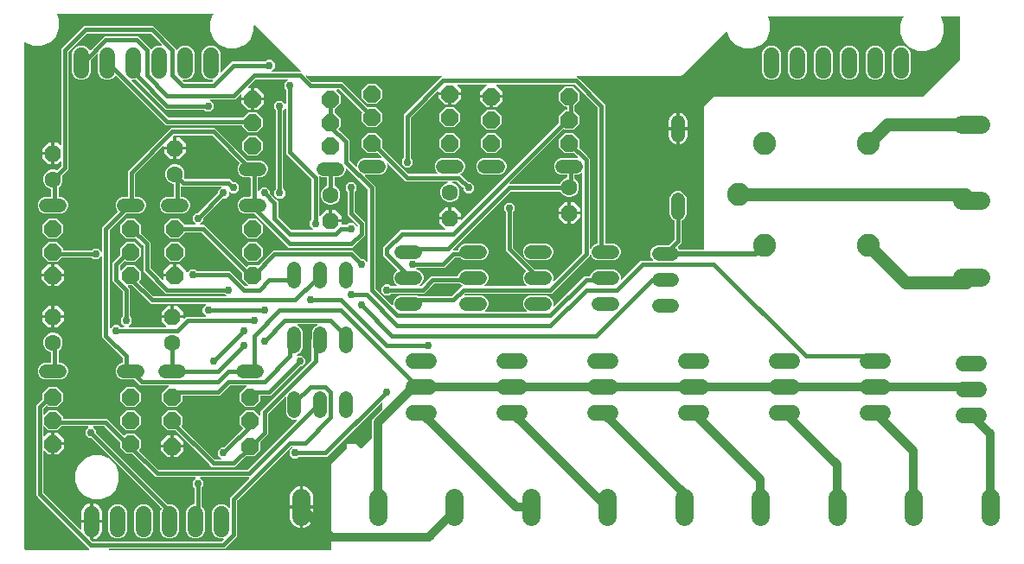
<source format=gbr>
G04 EAGLE Gerber RS-274X export*
G75*
%MOMM*%
%FSLAX34Y34*%
%LPD*%
%INTop Copper*%
%IPPOS*%
%AMOC8*
5,1,8,0,0,1.08239X$1,22.5*%
G01*
%ADD10C,1.524000*%
%ADD11C,1.320800*%
%ADD12C,1.600200*%
%ADD13P,1.732040X8X112.500000*%
%ADD14P,1.814519X8X22.500000*%
%ADD15P,1.732040X8X292.500000*%
%ADD16P,1.814519X8X202.500000*%
%ADD17C,1.800000*%
%ADD18C,2.250000*%
%ADD19C,0.812800*%
%ADD20C,0.406400*%
%ADD21C,0.756400*%
%ADD22C,0.508000*%
%ADD23C,1.270000*%

G36*
X73228Y9985D02*
X73228Y9985D01*
X73301Y9987D01*
X73349Y10005D01*
X73400Y10013D01*
X73464Y10046D01*
X73532Y10071D01*
X73572Y10103D01*
X73617Y10127D01*
X73667Y10180D01*
X73724Y10225D01*
X73752Y10268D01*
X73787Y10305D01*
X73818Y10371D01*
X73857Y10432D01*
X73870Y10482D01*
X73891Y10528D01*
X73899Y10600D01*
X73917Y10671D01*
X73913Y10721D01*
X73919Y10772D01*
X73904Y10843D01*
X73898Y10916D01*
X73878Y10963D01*
X73867Y11013D01*
X73830Y11075D01*
X73802Y11142D01*
X73758Y11197D01*
X73742Y11224D01*
X73724Y11240D01*
X73697Y11273D01*
X23750Y61220D01*
X21443Y63527D01*
X21443Y151473D01*
X27970Y158000D01*
X28023Y158074D01*
X28083Y158144D01*
X28095Y158174D01*
X28114Y158200D01*
X28141Y158287D01*
X28175Y158372D01*
X28179Y158413D01*
X28186Y158435D01*
X28185Y158467D01*
X28193Y158539D01*
X28193Y164124D01*
X33996Y169927D01*
X42204Y169927D01*
X48007Y164124D01*
X48007Y155916D01*
X42204Y150113D01*
X33996Y150113D01*
X32608Y151502D01*
X32592Y151513D01*
X32580Y151529D01*
X32517Y151569D01*
X32468Y151611D01*
X32441Y151622D01*
X32408Y151645D01*
X32389Y151651D01*
X32373Y151662D01*
X32289Y151683D01*
X32240Y151703D01*
X32211Y151706D01*
X32173Y151718D01*
X32153Y151717D01*
X32134Y151722D01*
X32094Y151719D01*
X32073Y151721D01*
X32066Y151721D01*
X32020Y151714D01*
X31927Y151711D01*
X31909Y151704D01*
X31889Y151703D01*
X31848Y151685D01*
X31824Y151681D01*
X31774Y151655D01*
X31696Y151627D01*
X31681Y151614D01*
X31663Y151606D01*
X31624Y151576D01*
X31606Y151566D01*
X31587Y151546D01*
X31532Y151502D01*
X28780Y148750D01*
X28727Y148676D01*
X28667Y148606D01*
X28655Y148576D01*
X28636Y148550D01*
X28609Y148463D01*
X28575Y148378D01*
X28571Y148337D01*
X28564Y148315D01*
X28565Y148283D01*
X28557Y148211D01*
X28557Y143465D01*
X28568Y143394D01*
X28570Y143322D01*
X28588Y143273D01*
X28596Y143222D01*
X28630Y143159D01*
X28655Y143091D01*
X28687Y143051D01*
X28712Y143005D01*
X28764Y142955D01*
X28808Y142899D01*
X28852Y142871D01*
X28890Y142835D01*
X28955Y142805D01*
X29015Y142766D01*
X29066Y142754D01*
X29113Y142732D01*
X29184Y142724D01*
X29254Y142706D01*
X29306Y142710D01*
X29357Y142705D01*
X29428Y142720D01*
X29499Y142725D01*
X29547Y142746D01*
X29598Y142757D01*
X29659Y142794D01*
X29725Y142822D01*
X29781Y142866D01*
X29809Y142883D01*
X29824Y142901D01*
X29856Y142926D01*
X33996Y147067D01*
X42204Y147067D01*
X48007Y141264D01*
X48007Y139318D01*
X48010Y139298D01*
X48008Y139279D01*
X48030Y139177D01*
X48046Y139075D01*
X48056Y139058D01*
X48060Y139038D01*
X48113Y138949D01*
X48162Y138858D01*
X48176Y138844D01*
X48186Y138827D01*
X48265Y138760D01*
X48340Y138688D01*
X48358Y138680D01*
X48373Y138667D01*
X48469Y138628D01*
X48563Y138585D01*
X48583Y138583D01*
X48601Y138575D01*
X48768Y138557D01*
X91473Y138557D01*
X107472Y122558D01*
X107488Y122547D01*
X107500Y122531D01*
X107588Y122475D01*
X107671Y122415D01*
X107690Y122409D01*
X107707Y122398D01*
X107808Y122373D01*
X107906Y122342D01*
X107926Y122343D01*
X107946Y122338D01*
X108049Y122346D01*
X108152Y122349D01*
X108171Y122356D01*
X108191Y122357D01*
X108286Y122398D01*
X108383Y122433D01*
X108399Y122446D01*
X108417Y122454D01*
X108548Y122558D01*
X110196Y124207D01*
X118404Y124207D01*
X124207Y118404D01*
X124207Y110196D01*
X122558Y108548D01*
X122547Y108532D01*
X122531Y108520D01*
X122475Y108432D01*
X122415Y108348D01*
X122409Y108329D01*
X122398Y108313D01*
X122373Y108212D01*
X122342Y108113D01*
X122343Y108093D01*
X122338Y108074D01*
X122346Y107971D01*
X122349Y107867D01*
X122356Y107849D01*
X122357Y107829D01*
X122398Y107734D01*
X122433Y107636D01*
X122446Y107621D01*
X122454Y107603D01*
X122558Y107472D01*
X141250Y88780D01*
X141324Y88727D01*
X141394Y88667D01*
X141424Y88655D01*
X141450Y88636D01*
X141537Y88609D01*
X141622Y88575D01*
X141663Y88571D01*
X141685Y88564D01*
X141717Y88565D01*
X141789Y88557D01*
X228211Y88557D01*
X228302Y88571D01*
X228392Y88579D01*
X228422Y88591D01*
X228454Y88596D01*
X228535Y88639D01*
X228619Y88675D01*
X228651Y88701D01*
X228672Y88712D01*
X228694Y88735D01*
X228750Y88780D01*
X276338Y136368D01*
X276380Y136426D01*
X276429Y136478D01*
X276451Y136525D01*
X276481Y136567D01*
X276502Y136636D01*
X276533Y136701D01*
X276538Y136753D01*
X276554Y136803D01*
X276552Y136874D01*
X276560Y136945D01*
X276549Y136996D01*
X276547Y137048D01*
X276523Y137116D01*
X276507Y137186D01*
X276481Y137231D01*
X276463Y137279D01*
X276418Y137335D01*
X276381Y137397D01*
X276342Y137431D01*
X276309Y137471D01*
X276249Y137510D01*
X276194Y137557D01*
X276146Y137576D01*
X276102Y137604D01*
X276033Y137622D01*
X275966Y137649D01*
X275895Y137657D01*
X275864Y137665D01*
X275840Y137663D01*
X275799Y137667D01*
X272703Y137667D01*
X269715Y138905D01*
X267429Y141191D01*
X266191Y144179D01*
X266191Y159323D01*
X266180Y159394D01*
X266178Y159466D01*
X266160Y159515D01*
X266152Y159566D01*
X266118Y159630D01*
X266093Y159697D01*
X266061Y159738D01*
X266036Y159784D01*
X265984Y159833D01*
X265940Y159889D01*
X265896Y159917D01*
X265858Y159953D01*
X265793Y159983D01*
X265733Y160022D01*
X265682Y160035D01*
X265635Y160057D01*
X265564Y160065D01*
X265494Y160082D01*
X265442Y160078D01*
X265391Y160084D01*
X265320Y160068D01*
X265249Y160063D01*
X265201Y160043D01*
X265150Y160031D01*
X265089Y159995D01*
X265023Y159967D01*
X264967Y159922D01*
X264939Y159905D01*
X264924Y159887D01*
X264892Y159862D01*
X248780Y143750D01*
X248727Y143676D01*
X248667Y143606D01*
X248655Y143576D01*
X248636Y143550D01*
X248609Y143463D01*
X248575Y143378D01*
X248571Y143337D01*
X248564Y143315D01*
X248565Y143283D01*
X248557Y143211D01*
X248557Y123527D01*
X241270Y116240D01*
X241217Y116166D01*
X241157Y116096D01*
X241145Y116066D01*
X241126Y116040D01*
X241099Y115953D01*
X241065Y115868D01*
X241061Y115827D01*
X241054Y115805D01*
X241055Y115773D01*
X241047Y115701D01*
X241047Y107656D01*
X235244Y101853D01*
X227199Y101853D01*
X227108Y101839D01*
X227018Y101831D01*
X226988Y101819D01*
X226956Y101814D01*
X226875Y101771D01*
X226791Y101735D01*
X226759Y101709D01*
X226738Y101698D01*
X226716Y101675D01*
X226660Y101630D01*
X216473Y91443D01*
X193527Y91443D01*
X191220Y93750D01*
X157940Y127030D01*
X157866Y127083D01*
X157796Y127143D01*
X157766Y127155D01*
X157740Y127174D01*
X157653Y127201D01*
X157568Y127235D01*
X157527Y127239D01*
X157505Y127246D01*
X157473Y127245D01*
X157401Y127253D01*
X150836Y127253D01*
X145033Y133056D01*
X145033Y141264D01*
X150836Y147067D01*
X159044Y147067D01*
X164847Y141264D01*
X164847Y133056D01*
X163948Y132158D01*
X163937Y132142D01*
X163921Y132130D01*
X163865Y132042D01*
X163805Y131958D01*
X163799Y131939D01*
X163788Y131923D01*
X163763Y131822D01*
X163732Y131723D01*
X163733Y131703D01*
X163728Y131684D01*
X163736Y131581D01*
X163739Y131477D01*
X163746Y131459D01*
X163747Y131439D01*
X163788Y131344D01*
X163823Y131246D01*
X163836Y131231D01*
X163844Y131213D01*
X163948Y131082D01*
X196250Y98780D01*
X196324Y98727D01*
X196394Y98667D01*
X196424Y98655D01*
X196450Y98636D01*
X196537Y98609D01*
X196622Y98575D01*
X196663Y98571D01*
X196685Y98564D01*
X196717Y98565D01*
X196789Y98557D01*
X202101Y98557D01*
X202171Y98568D01*
X202243Y98570D01*
X202292Y98588D01*
X202343Y98596D01*
X202407Y98630D01*
X202474Y98655D01*
X202515Y98687D01*
X202561Y98712D01*
X202610Y98764D01*
X202666Y98808D01*
X202694Y98852D01*
X202730Y98890D01*
X202760Y98955D01*
X202799Y99015D01*
X202812Y99066D01*
X202834Y99113D01*
X202842Y99184D01*
X202859Y99254D01*
X202855Y99306D01*
X202861Y99357D01*
X202846Y99428D01*
X202840Y99499D01*
X202820Y99547D01*
X202809Y99598D01*
X202772Y99659D01*
X202744Y99725D01*
X202699Y99781D01*
X202682Y99809D01*
X202665Y99824D01*
X202639Y99856D01*
X199693Y102802D01*
X199693Y107198D01*
X202802Y110307D01*
X204961Y110307D01*
X205052Y110321D01*
X205142Y110329D01*
X205172Y110341D01*
X205204Y110346D01*
X205285Y110389D01*
X205369Y110425D01*
X205401Y110451D01*
X205422Y110462D01*
X205444Y110485D01*
X205500Y110530D01*
X224092Y129122D01*
X224103Y129138D01*
X224119Y129150D01*
X224149Y129197D01*
X224168Y129217D01*
X224182Y129247D01*
X224235Y129321D01*
X224241Y129340D01*
X224252Y129357D01*
X224277Y129458D01*
X224308Y129556D01*
X224307Y129576D01*
X224312Y129596D01*
X224304Y129699D01*
X224301Y129802D01*
X224294Y129821D01*
X224293Y129841D01*
X224252Y129936D01*
X224217Y130033D01*
X224204Y130049D01*
X224196Y130067D01*
X224092Y130198D01*
X221233Y133056D01*
X221233Y141264D01*
X227036Y147067D01*
X235244Y147067D01*
X240144Y142166D01*
X240202Y142125D01*
X240254Y142075D01*
X240301Y142053D01*
X240343Y142023D01*
X240412Y142002D01*
X240477Y141972D01*
X240529Y141966D01*
X240579Y141951D01*
X240650Y141952D01*
X240721Y141945D01*
X240772Y141956D01*
X240824Y141957D01*
X240892Y141982D01*
X240962Y141997D01*
X241007Y142024D01*
X241055Y142041D01*
X241111Y142086D01*
X241173Y142123D01*
X241207Y142163D01*
X241247Y142195D01*
X241286Y142255D01*
X241333Y142310D01*
X241352Y142358D01*
X241380Y142402D01*
X241398Y142471D01*
X241425Y142538D01*
X241433Y142609D01*
X241441Y142641D01*
X241439Y142664D01*
X241443Y142705D01*
X241443Y146473D01*
X291220Y196250D01*
X291273Y196324D01*
X291333Y196394D01*
X291345Y196424D01*
X291364Y196450D01*
X291391Y196537D01*
X291425Y196622D01*
X291429Y196663D01*
X291436Y196685D01*
X291435Y196717D01*
X291443Y196789D01*
X291443Y214592D01*
X291439Y214619D01*
X291430Y214735D01*
X291230Y215781D01*
X291312Y215901D01*
X291320Y215919D01*
X291333Y215934D01*
X291372Y216030D01*
X291415Y216124D01*
X291417Y216143D01*
X291425Y216162D01*
X291443Y216329D01*
X291443Y216498D01*
X291481Y216542D01*
X291493Y216572D01*
X291512Y216598D01*
X291539Y216685D01*
X291573Y216770D01*
X291577Y216811D01*
X291584Y216833D01*
X291583Y216865D01*
X291591Y216937D01*
X291591Y224121D01*
X292829Y227109D01*
X295115Y229395D01*
X296524Y229979D01*
X296607Y230030D01*
X296693Y230076D01*
X296711Y230094D01*
X296733Y230108D01*
X296795Y230184D01*
X296862Y230254D01*
X296873Y230278D01*
X296890Y230298D01*
X296925Y230389D01*
X296966Y230477D01*
X296969Y230503D01*
X296978Y230527D01*
X296982Y230625D01*
X296993Y230721D01*
X296988Y230747D01*
X296989Y230773D01*
X296962Y230867D01*
X296941Y230962D01*
X296927Y230984D01*
X296920Y231009D01*
X296865Y231089D01*
X296815Y231173D01*
X296795Y231190D01*
X296780Y231211D01*
X296702Y231270D01*
X296628Y231333D01*
X296603Y231343D01*
X296582Y231358D01*
X296490Y231388D01*
X296400Y231425D01*
X296367Y231428D01*
X296349Y231434D01*
X296316Y231434D01*
X296233Y231443D01*
X277807Y231443D01*
X277711Y231428D01*
X277614Y231418D01*
X277590Y231408D01*
X277564Y231404D01*
X277478Y231358D01*
X277389Y231318D01*
X277370Y231301D01*
X277347Y231288D01*
X277280Y231218D01*
X277208Y231152D01*
X277196Y231129D01*
X277178Y231110D01*
X277137Y231022D01*
X277090Y230936D01*
X277085Y230911D01*
X277074Y230887D01*
X277063Y230790D01*
X277046Y230694D01*
X277050Y230668D01*
X277047Y230643D01*
X277068Y230547D01*
X277082Y230451D01*
X277094Y230428D01*
X277099Y230402D01*
X277149Y230319D01*
X277193Y230232D01*
X277212Y230213D01*
X277225Y230191D01*
X277299Y230128D01*
X277369Y230060D01*
X277397Y230044D01*
X277412Y230031D01*
X277443Y230019D01*
X277516Y229979D01*
X278925Y229395D01*
X281211Y227109D01*
X282449Y224121D01*
X282449Y207679D01*
X281211Y204691D01*
X278925Y202405D01*
X277395Y201771D01*
X277312Y201720D01*
X277226Y201674D01*
X277208Y201656D01*
X277186Y201642D01*
X277124Y201566D01*
X277057Y201496D01*
X277046Y201472D01*
X277029Y201452D01*
X276994Y201361D01*
X276953Y201273D01*
X276950Y201247D01*
X276941Y201223D01*
X276937Y201125D01*
X276926Y201029D01*
X276932Y201003D01*
X276931Y200977D01*
X276958Y200883D01*
X276978Y200788D01*
X276992Y200766D01*
X276999Y200741D01*
X277055Y200661D01*
X277105Y200577D01*
X277124Y200560D01*
X277139Y200539D01*
X277218Y200480D01*
X277292Y200417D01*
X277316Y200407D01*
X277337Y200392D01*
X277429Y200362D01*
X277520Y200325D01*
X277552Y200322D01*
X277571Y200316D01*
X277604Y200316D01*
X277686Y200307D01*
X282198Y200307D01*
X285307Y197198D01*
X285307Y192802D01*
X282198Y189693D01*
X280039Y189693D01*
X279948Y189679D01*
X279858Y189671D01*
X279828Y189659D01*
X279796Y189654D01*
X279715Y189611D01*
X279631Y189575D01*
X279599Y189549D01*
X279578Y189538D01*
X279556Y189515D01*
X279500Y189470D01*
X251473Y161443D01*
X241808Y161443D01*
X241788Y161440D01*
X241769Y161442D01*
X241667Y161420D01*
X241565Y161404D01*
X241548Y161394D01*
X241528Y161390D01*
X241439Y161337D01*
X241348Y161288D01*
X241334Y161274D01*
X241317Y161264D01*
X241250Y161185D01*
X241178Y161110D01*
X241170Y161092D01*
X241157Y161077D01*
X241118Y160981D01*
X241075Y160887D01*
X241073Y160867D01*
X241065Y160849D01*
X241047Y160682D01*
X241047Y155916D01*
X235244Y150113D01*
X227036Y150113D01*
X221233Y155916D01*
X221233Y164124D01*
X227254Y170144D01*
X227295Y170202D01*
X227345Y170254D01*
X227367Y170301D01*
X227397Y170343D01*
X227418Y170412D01*
X227448Y170477D01*
X227454Y170529D01*
X227469Y170579D01*
X227468Y170650D01*
X227475Y170721D01*
X227464Y170772D01*
X227463Y170824D01*
X227438Y170892D01*
X227423Y170962D01*
X227396Y171007D01*
X227379Y171055D01*
X227334Y171111D01*
X227297Y171173D01*
X227257Y171207D01*
X227225Y171247D01*
X227165Y171286D01*
X227110Y171333D01*
X227062Y171352D01*
X227018Y171380D01*
X226949Y171398D01*
X226882Y171425D01*
X226811Y171433D01*
X226779Y171441D01*
X226756Y171439D01*
X226715Y171443D01*
X211789Y171443D01*
X211698Y171429D01*
X211608Y171421D01*
X211578Y171409D01*
X211546Y171404D01*
X211465Y171361D01*
X211381Y171325D01*
X211349Y171299D01*
X211328Y171288D01*
X211306Y171265D01*
X211250Y171220D01*
X201473Y161443D01*
X165608Y161443D01*
X165588Y161440D01*
X165569Y161442D01*
X165467Y161420D01*
X165365Y161404D01*
X165348Y161394D01*
X165328Y161390D01*
X165239Y161337D01*
X165148Y161288D01*
X165134Y161274D01*
X165117Y161264D01*
X165050Y161185D01*
X164978Y161110D01*
X164970Y161092D01*
X164957Y161077D01*
X164918Y160981D01*
X164875Y160887D01*
X164873Y160867D01*
X164865Y160849D01*
X164847Y160682D01*
X164847Y155916D01*
X159044Y150113D01*
X150836Y150113D01*
X145033Y155916D01*
X145033Y164124D01*
X151054Y170144D01*
X151095Y170202D01*
X151145Y170254D01*
X151167Y170301D01*
X151197Y170343D01*
X151218Y170412D01*
X151248Y170477D01*
X151254Y170529D01*
X151269Y170579D01*
X151268Y170650D01*
X151275Y170721D01*
X151264Y170772D01*
X151263Y170824D01*
X151238Y170892D01*
X151223Y170962D01*
X151196Y171007D01*
X151179Y171055D01*
X151134Y171111D01*
X151097Y171173D01*
X151057Y171207D01*
X151025Y171247D01*
X150965Y171286D01*
X150910Y171333D01*
X150862Y171352D01*
X150818Y171380D01*
X150749Y171398D01*
X150682Y171425D01*
X150611Y171433D01*
X150579Y171441D01*
X150556Y171439D01*
X150515Y171443D01*
X123527Y171443D01*
X117902Y177068D01*
X117828Y177121D01*
X117758Y177181D01*
X117728Y177193D01*
X117702Y177212D01*
X117615Y177239D01*
X117530Y177273D01*
X117489Y177277D01*
X117467Y177284D01*
X117435Y177283D01*
X117363Y177291D01*
X106079Y177291D01*
X103091Y178529D01*
X100805Y180815D01*
X99567Y183803D01*
X99567Y187037D01*
X100805Y190025D01*
X103091Y192311D01*
X105973Y193505D01*
X106073Y193567D01*
X106173Y193626D01*
X106177Y193631D01*
X106182Y193634D01*
X106257Y193725D01*
X106333Y193813D01*
X106335Y193819D01*
X106339Y193824D01*
X106381Y193932D01*
X106425Y194041D01*
X106426Y194049D01*
X106427Y194054D01*
X106428Y194072D01*
X106443Y194208D01*
X106443Y198211D01*
X106429Y198302D01*
X106421Y198392D01*
X106409Y198422D01*
X106404Y198454D01*
X106361Y198535D01*
X106325Y198619D01*
X106299Y198651D01*
X106288Y198672D01*
X106265Y198694D01*
X106220Y198750D01*
X86443Y218527D01*
X86443Y297101D01*
X86432Y297171D01*
X86430Y297243D01*
X86412Y297292D01*
X86404Y297343D01*
X86370Y297407D01*
X86345Y297474D01*
X86313Y297515D01*
X86288Y297561D01*
X86236Y297610D01*
X86192Y297666D01*
X86148Y297694D01*
X86110Y297730D01*
X86045Y297760D01*
X85985Y297799D01*
X85934Y297812D01*
X85887Y297834D01*
X85816Y297842D01*
X85746Y297859D01*
X85694Y297855D01*
X85643Y297861D01*
X85572Y297846D01*
X85501Y297840D01*
X85453Y297820D01*
X85402Y297809D01*
X85341Y297772D01*
X85275Y297744D01*
X85219Y297699D01*
X85191Y297682D01*
X85176Y297665D01*
X85144Y297639D01*
X82198Y294693D01*
X77802Y294693D01*
X76275Y296220D01*
X76201Y296273D01*
X76131Y296333D01*
X76101Y296345D01*
X76075Y296364D01*
X75988Y296391D01*
X75903Y296425D01*
X75862Y296429D01*
X75840Y296436D01*
X75808Y296435D01*
X75737Y296443D01*
X46609Y296443D01*
X46519Y296429D01*
X46428Y296421D01*
X46398Y296409D01*
X46366Y296404D01*
X46285Y296361D01*
X46202Y296325D01*
X46169Y296299D01*
X46149Y296288D01*
X46127Y296265D01*
X46071Y296220D01*
X42204Y292353D01*
X33996Y292353D01*
X28193Y298156D01*
X28193Y306364D01*
X33996Y312167D01*
X42204Y312167D01*
X48007Y306364D01*
X48007Y304318D01*
X48010Y304298D01*
X48008Y304279D01*
X48030Y304177D01*
X48046Y304075D01*
X48056Y304058D01*
X48060Y304038D01*
X48113Y303949D01*
X48162Y303858D01*
X48176Y303844D01*
X48186Y303827D01*
X48265Y303760D01*
X48340Y303688D01*
X48358Y303680D01*
X48373Y303667D01*
X48469Y303628D01*
X48563Y303585D01*
X48583Y303583D01*
X48601Y303575D01*
X48768Y303557D01*
X75737Y303557D01*
X75827Y303571D01*
X75918Y303579D01*
X75947Y303591D01*
X75979Y303596D01*
X76060Y303639D01*
X76144Y303675D01*
X76176Y303701D01*
X76197Y303712D01*
X76219Y303735D01*
X76275Y303780D01*
X77802Y305307D01*
X82198Y305307D01*
X85144Y302361D01*
X85202Y302319D01*
X85254Y302270D01*
X85301Y302248D01*
X85343Y302218D01*
X85412Y302196D01*
X85477Y302166D01*
X85529Y302161D01*
X85579Y302145D01*
X85650Y302147D01*
X85721Y302139D01*
X85772Y302150D01*
X85824Y302152D01*
X85892Y302176D01*
X85962Y302191D01*
X86007Y302218D01*
X86055Y302236D01*
X86111Y302281D01*
X86173Y302318D01*
X86207Y302357D01*
X86247Y302390D01*
X86286Y302450D01*
X86333Y302505D01*
X86352Y302553D01*
X86380Y302597D01*
X86398Y302666D01*
X86425Y302733D01*
X86433Y302804D01*
X86441Y302835D01*
X86439Y302858D01*
X86443Y302899D01*
X86443Y326473D01*
X101537Y341567D01*
X101548Y341583D01*
X101564Y341595D01*
X101620Y341683D01*
X101680Y341767D01*
X101686Y341786D01*
X101697Y341802D01*
X101722Y341903D01*
X101753Y342002D01*
X101752Y342022D01*
X101757Y342041D01*
X101749Y342144D01*
X101746Y342248D01*
X101740Y342266D01*
X101738Y342286D01*
X101698Y342381D01*
X101662Y342479D01*
X101649Y342494D01*
X101642Y342512D01*
X101537Y342643D01*
X100805Y343375D01*
X99567Y346363D01*
X99567Y349597D01*
X100805Y352585D01*
X103091Y354871D01*
X106079Y356109D01*
X110682Y356109D01*
X110702Y356112D01*
X110721Y356110D01*
X110823Y356132D01*
X110925Y356148D01*
X110942Y356158D01*
X110962Y356162D01*
X111051Y356215D01*
X111142Y356264D01*
X111156Y356278D01*
X111173Y356288D01*
X111240Y356367D01*
X111312Y356442D01*
X111320Y356460D01*
X111333Y356475D01*
X111372Y356571D01*
X111415Y356665D01*
X111417Y356685D01*
X111425Y356703D01*
X111443Y356870D01*
X111443Y381473D01*
X153527Y423557D01*
X196473Y423557D01*
X198780Y421250D01*
X228138Y391892D01*
X228212Y391839D01*
X228282Y391779D01*
X228312Y391767D01*
X228338Y391748D01*
X228425Y391721D01*
X228510Y391687D01*
X228551Y391683D01*
X228573Y391676D01*
X228605Y391677D01*
X228677Y391669D01*
X241901Y391669D01*
X244889Y390431D01*
X247175Y388145D01*
X248413Y385157D01*
X248413Y381923D01*
X247175Y378935D01*
X244889Y376649D01*
X241901Y375411D01*
X239318Y375411D01*
X239298Y375408D01*
X239279Y375410D01*
X239177Y375388D01*
X239075Y375372D01*
X239058Y375362D01*
X239038Y375358D01*
X238949Y375305D01*
X238858Y375256D01*
X238844Y375242D01*
X238827Y375232D01*
X238760Y375153D01*
X238688Y375078D01*
X238680Y375060D01*
X238667Y375045D01*
X238628Y374949D01*
X238585Y374855D01*
X238583Y374835D01*
X238575Y374817D01*
X238557Y374650D01*
X238557Y362899D01*
X238568Y362829D01*
X238570Y362757D01*
X238588Y362708D01*
X238596Y362657D01*
X238630Y362593D01*
X238655Y362526D01*
X238687Y362485D01*
X238712Y362439D01*
X238764Y362390D01*
X238808Y362334D01*
X238852Y362306D01*
X238890Y362270D01*
X238955Y362240D01*
X239015Y362201D01*
X239066Y362188D01*
X239113Y362166D01*
X239184Y362158D01*
X239254Y362141D01*
X239306Y362145D01*
X239357Y362139D01*
X239428Y362154D01*
X239499Y362160D01*
X239547Y362180D01*
X239598Y362191D01*
X239659Y362228D01*
X239725Y362256D01*
X239781Y362301D01*
X239809Y362318D01*
X239824Y362335D01*
X239856Y362361D01*
X242802Y365307D01*
X247198Y365307D01*
X250307Y362198D01*
X250307Y360039D01*
X250321Y359948D01*
X250329Y359858D01*
X250341Y359828D01*
X250346Y359796D01*
X250389Y359715D01*
X250425Y359631D01*
X250451Y359599D01*
X250462Y359578D01*
X250485Y359556D01*
X250530Y359500D01*
X256250Y353780D01*
X258557Y351473D01*
X258557Y336789D01*
X258571Y336698D01*
X258579Y336608D01*
X258591Y336578D01*
X258596Y336546D01*
X258639Y336465D01*
X258675Y336381D01*
X258701Y336349D01*
X258712Y336328D01*
X258735Y336306D01*
X258780Y336250D01*
X271250Y323780D01*
X271324Y323727D01*
X271394Y323667D01*
X271424Y323655D01*
X271450Y323636D01*
X271537Y323609D01*
X271622Y323575D01*
X271663Y323571D01*
X271685Y323564D01*
X271717Y323565D01*
X271789Y323557D01*
X292101Y323557D01*
X292171Y323568D01*
X292243Y323570D01*
X292292Y323588D01*
X292343Y323596D01*
X292407Y323630D01*
X292474Y323655D01*
X292515Y323687D01*
X292561Y323712D01*
X292610Y323764D01*
X292666Y323808D01*
X292694Y323852D01*
X292730Y323890D01*
X292760Y323955D01*
X292799Y324015D01*
X292812Y324066D01*
X292834Y324113D01*
X292842Y324184D01*
X292859Y324254D01*
X292855Y324306D01*
X292861Y324357D01*
X292846Y324428D01*
X292840Y324499D01*
X292820Y324547D01*
X292809Y324598D01*
X292772Y324659D01*
X292744Y324725D01*
X292699Y324781D01*
X292682Y324809D01*
X292665Y324824D01*
X292639Y324856D01*
X289693Y327802D01*
X289693Y332198D01*
X291220Y333725D01*
X291273Y333799D01*
X291333Y333869D01*
X291345Y333899D01*
X291364Y333925D01*
X291391Y334012D01*
X291425Y334097D01*
X291429Y334138D01*
X291436Y334160D01*
X291435Y334192D01*
X291443Y334263D01*
X291443Y373211D01*
X291429Y373302D01*
X291421Y373392D01*
X291409Y373422D01*
X291404Y373454D01*
X291361Y373535D01*
X291325Y373619D01*
X291299Y373651D01*
X291288Y373672D01*
X291265Y373694D01*
X291220Y373750D01*
X266443Y398527D01*
X266443Y442101D01*
X266432Y442171D01*
X266430Y442243D01*
X266412Y442292D01*
X266404Y442343D01*
X266370Y442407D01*
X266345Y442474D01*
X266313Y442515D01*
X266288Y442561D01*
X266236Y442610D01*
X266192Y442666D01*
X266148Y442694D01*
X266110Y442730D01*
X266045Y442760D01*
X265985Y442799D01*
X265934Y442812D01*
X265887Y442834D01*
X265816Y442842D01*
X265746Y442859D01*
X265694Y442855D01*
X265643Y442861D01*
X265572Y442846D01*
X265501Y442840D01*
X265453Y442820D01*
X265402Y442809D01*
X265341Y442772D01*
X265275Y442744D01*
X265219Y442699D01*
X265191Y442682D01*
X265176Y442665D01*
X265144Y442639D01*
X263780Y441275D01*
X263727Y441201D01*
X263667Y441131D01*
X263655Y441101D01*
X263636Y441075D01*
X263609Y440988D01*
X263575Y440903D01*
X263571Y440862D01*
X263564Y440840D01*
X263565Y440808D01*
X263557Y440737D01*
X263557Y364263D01*
X263571Y364173D01*
X263579Y364082D01*
X263591Y364053D01*
X263596Y364021D01*
X263639Y363940D01*
X263675Y363856D01*
X263701Y363824D01*
X263712Y363803D01*
X263735Y363781D01*
X263780Y363725D01*
X265307Y362198D01*
X265307Y357802D01*
X262198Y354693D01*
X257802Y354693D01*
X254693Y357802D01*
X254693Y362198D01*
X256220Y363725D01*
X256273Y363799D01*
X256333Y363869D01*
X256345Y363899D01*
X256364Y363925D01*
X256391Y364012D01*
X256425Y364097D01*
X256429Y364138D01*
X256436Y364160D01*
X256435Y364192D01*
X256443Y364263D01*
X256443Y440737D01*
X256429Y440827D01*
X256421Y440918D01*
X256409Y440947D01*
X256404Y440979D01*
X256361Y441060D01*
X256325Y441144D01*
X256299Y441176D01*
X256288Y441197D01*
X256265Y441219D01*
X256220Y441275D01*
X254693Y442802D01*
X254693Y447198D01*
X257802Y450307D01*
X262198Y450307D01*
X265144Y447361D01*
X265202Y447319D01*
X265254Y447270D01*
X265301Y447248D01*
X265343Y447218D01*
X265412Y447196D01*
X265477Y447166D01*
X265529Y447161D01*
X265579Y447145D01*
X265650Y447147D01*
X265721Y447139D01*
X265772Y447150D01*
X265824Y447152D01*
X265892Y447176D01*
X265962Y447191D01*
X266007Y447218D01*
X266055Y447236D01*
X266111Y447281D01*
X266173Y447318D01*
X266207Y447357D01*
X266247Y447390D01*
X266286Y447450D01*
X266333Y447505D01*
X266352Y447553D01*
X266380Y447597D01*
X266398Y447666D01*
X266425Y447733D01*
X266433Y447804D01*
X266441Y447835D01*
X266439Y447858D01*
X266443Y447899D01*
X266443Y460737D01*
X266429Y460827D01*
X266421Y460918D01*
X266409Y460947D01*
X266404Y460979D01*
X266361Y461060D01*
X266325Y461144D01*
X266299Y461176D01*
X266288Y461197D01*
X266265Y461219D01*
X266220Y461275D01*
X264693Y462802D01*
X264693Y467198D01*
X267639Y470144D01*
X267681Y470202D01*
X267730Y470254D01*
X267752Y470301D01*
X267782Y470343D01*
X267804Y470412D01*
X267834Y470477D01*
X267839Y470529D01*
X267855Y470579D01*
X267853Y470650D01*
X267861Y470721D01*
X267850Y470772D01*
X267848Y470824D01*
X267824Y470892D01*
X267809Y470962D01*
X267782Y471007D01*
X267764Y471055D01*
X267719Y471111D01*
X267682Y471173D01*
X267643Y471207D01*
X267610Y471247D01*
X267550Y471286D01*
X267495Y471333D01*
X267447Y471352D01*
X267403Y471380D01*
X267334Y471398D01*
X267267Y471425D01*
X267196Y471433D01*
X267165Y471441D01*
X267142Y471439D01*
X267101Y471443D01*
X236789Y471443D01*
X236698Y471429D01*
X236608Y471421D01*
X236578Y471409D01*
X236546Y471404D01*
X236465Y471361D01*
X236381Y471325D01*
X236349Y471299D01*
X236328Y471288D01*
X236306Y471265D01*
X236250Y471220D01*
X229372Y464342D01*
X229330Y464284D01*
X229281Y464232D01*
X229259Y464185D01*
X229229Y464143D01*
X229208Y464074D01*
X229177Y464009D01*
X229172Y463957D01*
X229156Y463907D01*
X229158Y463836D01*
X229150Y463765D01*
X229161Y463714D01*
X229163Y463662D01*
X229187Y463594D01*
X229203Y463524D01*
X229229Y463479D01*
X229247Y463431D01*
X229292Y463375D01*
X229329Y463313D01*
X229368Y463279D01*
X229401Y463239D01*
X229461Y463200D01*
X229516Y463153D01*
X229564Y463134D01*
X229608Y463106D01*
X229677Y463088D01*
X229744Y463061D01*
X229815Y463053D01*
X229846Y463045D01*
X229870Y463047D01*
X229911Y463043D01*
X232157Y463043D01*
X232157Y453643D01*
X222757Y453643D01*
X222757Y455889D01*
X222746Y455960D01*
X222744Y456032D01*
X222726Y456081D01*
X222718Y456132D01*
X222684Y456196D01*
X222659Y456263D01*
X222627Y456304D01*
X222602Y456350D01*
X222550Y456399D01*
X222506Y456455D01*
X222462Y456483D01*
X222424Y456519D01*
X222359Y456549D01*
X222299Y456588D01*
X222248Y456601D01*
X222201Y456623D01*
X222130Y456631D01*
X222060Y456648D01*
X222008Y456644D01*
X221957Y456650D01*
X221886Y456634D01*
X221815Y456629D01*
X221767Y456609D01*
X221716Y456597D01*
X221655Y456561D01*
X221589Y456533D01*
X221533Y456488D01*
X221505Y456471D01*
X221490Y456453D01*
X221458Y456428D01*
X216473Y451443D01*
X192899Y451443D01*
X192829Y451432D01*
X192757Y451430D01*
X192708Y451412D01*
X192657Y451404D01*
X192593Y451370D01*
X192526Y451345D01*
X192485Y451313D01*
X192439Y451288D01*
X192390Y451236D01*
X192334Y451192D01*
X192306Y451148D01*
X192270Y451110D01*
X192240Y451045D01*
X192201Y450985D01*
X192188Y450934D01*
X192166Y450887D01*
X192158Y450816D01*
X192141Y450746D01*
X192145Y450694D01*
X192139Y450643D01*
X192154Y450572D01*
X192160Y450501D01*
X192180Y450453D01*
X192191Y450402D01*
X192228Y450341D01*
X192256Y450275D01*
X192301Y450219D01*
X192318Y450191D01*
X192335Y450176D01*
X192361Y450144D01*
X195307Y447198D01*
X195307Y442802D01*
X192198Y439693D01*
X187802Y439693D01*
X186275Y441220D01*
X186201Y441273D01*
X186131Y441333D01*
X186101Y441345D01*
X186075Y441364D01*
X185988Y441391D01*
X185903Y441425D01*
X185862Y441429D01*
X185840Y441436D01*
X185808Y441435D01*
X185737Y441443D01*
X148527Y441443D01*
X119278Y470692D01*
X119204Y470745D01*
X119134Y470805D01*
X119104Y470817D01*
X119078Y470836D01*
X118991Y470863D01*
X118906Y470897D01*
X118865Y470901D01*
X118843Y470908D01*
X118811Y470907D01*
X118739Y470915D01*
X115953Y470915D01*
X115882Y470904D01*
X115810Y470902D01*
X115761Y470884D01*
X115710Y470876D01*
X115646Y470842D01*
X115579Y470817D01*
X115538Y470785D01*
X115492Y470760D01*
X115443Y470708D01*
X115387Y470664D01*
X115359Y470620D01*
X115323Y470582D01*
X115293Y470517D01*
X115254Y470457D01*
X115241Y470406D01*
X115219Y470359D01*
X115211Y470288D01*
X115194Y470218D01*
X115198Y470166D01*
X115192Y470115D01*
X115208Y470044D01*
X115213Y469973D01*
X115233Y469925D01*
X115245Y469874D01*
X115281Y469813D01*
X115309Y469747D01*
X115354Y469691D01*
X115371Y469663D01*
X115389Y469648D01*
X115414Y469616D01*
X151250Y433780D01*
X151324Y433727D01*
X151394Y433667D01*
X151424Y433655D01*
X151450Y433636D01*
X151537Y433609D01*
X151622Y433575D01*
X151663Y433571D01*
X151685Y433564D01*
X151717Y433565D01*
X151789Y433557D01*
X223651Y433557D01*
X223741Y433571D01*
X223832Y433579D01*
X223862Y433591D01*
X223894Y433596D01*
X223975Y433639D01*
X224058Y433675D01*
X224091Y433701D01*
X224111Y433712D01*
X224133Y433735D01*
X224189Y433780D01*
X229576Y439167D01*
X237784Y439167D01*
X243587Y433364D01*
X243587Y425156D01*
X237784Y419353D01*
X229576Y419353D01*
X223773Y425156D01*
X223773Y425682D01*
X223770Y425702D01*
X223772Y425721D01*
X223750Y425823D01*
X223734Y425925D01*
X223724Y425942D01*
X223720Y425962D01*
X223667Y426051D01*
X223618Y426142D01*
X223604Y426156D01*
X223594Y426173D01*
X223515Y426240D01*
X223440Y426312D01*
X223422Y426320D01*
X223407Y426333D01*
X223311Y426372D01*
X223217Y426415D01*
X223197Y426417D01*
X223179Y426425D01*
X223012Y426443D01*
X148527Y426443D01*
X146220Y428750D01*
X100180Y474790D01*
X100163Y474802D01*
X100151Y474818D01*
X100064Y474874D01*
X99980Y474934D01*
X99961Y474940D01*
X99944Y474951D01*
X99844Y474976D01*
X99745Y475006D01*
X99725Y475006D01*
X99706Y475011D01*
X99603Y475003D01*
X99499Y475000D01*
X99480Y474993D01*
X99460Y474992D01*
X99365Y474951D01*
X99268Y474916D01*
X99252Y474903D01*
X99234Y474895D01*
X99103Y474790D01*
X96620Y472307D01*
X93259Y470915D01*
X89621Y470915D01*
X86260Y472307D01*
X83687Y474880D01*
X82295Y478241D01*
X82295Y495427D01*
X82284Y495498D01*
X82282Y495570D01*
X82264Y495619D01*
X82256Y495670D01*
X82222Y495734D01*
X82197Y495801D01*
X82165Y495842D01*
X82140Y495888D01*
X82088Y495937D01*
X82044Y495993D01*
X82000Y496021D01*
X81962Y496057D01*
X81897Y496087D01*
X81837Y496126D01*
X81786Y496139D01*
X81739Y496161D01*
X81668Y496169D01*
X81598Y496186D01*
X81546Y496182D01*
X81495Y496188D01*
X81424Y496172D01*
X81353Y496167D01*
X81305Y496147D01*
X81254Y496135D01*
X81193Y496099D01*
X81127Y496071D01*
X81071Y496026D01*
X81043Y496009D01*
X81028Y495991D01*
X80996Y495966D01*
X75408Y490378D01*
X75355Y490304D01*
X75295Y490234D01*
X75283Y490204D01*
X75264Y490178D01*
X75237Y490091D01*
X75203Y490006D01*
X75199Y489965D01*
X75192Y489943D01*
X75193Y489911D01*
X75185Y489839D01*
X75185Y478241D01*
X73793Y474880D01*
X71220Y472307D01*
X67859Y470915D01*
X64221Y470915D01*
X60860Y472307D01*
X58287Y474880D01*
X56895Y478241D01*
X56895Y497119D01*
X58287Y500480D01*
X60860Y503053D01*
X64221Y504445D01*
X67859Y504445D01*
X71220Y503053D01*
X73793Y500480D01*
X73842Y500361D01*
X73866Y500322D01*
X73882Y500278D01*
X73931Y500218D01*
X73972Y500152D01*
X74007Y500122D01*
X74036Y500086D01*
X74101Y500044D01*
X74161Y499995D01*
X74204Y499978D01*
X74243Y499953D01*
X74318Y499934D01*
X74391Y499907D01*
X74437Y499905D01*
X74481Y499893D01*
X74559Y499899D01*
X74636Y499896D01*
X74681Y499909D01*
X74726Y499912D01*
X74798Y499943D01*
X74873Y499965D01*
X74910Y499991D01*
X74953Y500009D01*
X75059Y500094D01*
X75075Y500105D01*
X75078Y500109D01*
X75084Y500114D01*
X88527Y513557D01*
X121473Y513557D01*
X133557Y501473D01*
X133557Y501387D01*
X133568Y501316D01*
X133570Y501245D01*
X133588Y501196D01*
X133596Y501144D01*
X133630Y501081D01*
X133655Y501014D01*
X133687Y500973D01*
X133712Y500927D01*
X133764Y500878D01*
X133808Y500822D01*
X133852Y500793D01*
X133890Y500758D01*
X133955Y500727D01*
X134015Y500689D01*
X134066Y500676D01*
X134113Y500654D01*
X134184Y500646D01*
X134254Y500629D01*
X134306Y500633D01*
X134357Y500627D01*
X134428Y500642D01*
X134499Y500648D01*
X134547Y500668D01*
X134598Y500679D01*
X134659Y500716D01*
X134725Y500744D01*
X134781Y500789D01*
X134809Y500805D01*
X134824Y500823D01*
X134856Y500849D01*
X137060Y503053D01*
X140421Y504445D01*
X143687Y504445D01*
X143758Y504456D01*
X143830Y504458D01*
X143879Y504476D01*
X143930Y504484D01*
X143994Y504518D01*
X144061Y504543D01*
X144102Y504575D01*
X144148Y504600D01*
X144197Y504652D01*
X144253Y504696D01*
X144281Y504740D01*
X144317Y504778D01*
X144347Y504843D01*
X144386Y504903D01*
X144399Y504954D01*
X144421Y505001D01*
X144428Y505072D01*
X144446Y505142D01*
X144442Y505194D01*
X144448Y505245D01*
X144432Y505316D01*
X144427Y505387D01*
X144407Y505435D01*
X144395Y505486D01*
X144359Y505547D01*
X144331Y505613D01*
X144286Y505669D01*
X144269Y505697D01*
X144251Y505712D01*
X144226Y505744D01*
X133750Y516220D01*
X133676Y516273D01*
X133606Y516333D01*
X133576Y516345D01*
X133550Y516364D01*
X133463Y516391D01*
X133378Y516425D01*
X133337Y516429D01*
X133315Y516436D01*
X133283Y516435D01*
X133211Y516443D01*
X71789Y516443D01*
X71698Y516429D01*
X71608Y516421D01*
X71578Y516409D01*
X71546Y516404D01*
X71465Y516361D01*
X71381Y516325D01*
X71349Y516299D01*
X71328Y516288D01*
X71306Y516265D01*
X71250Y516220D01*
X53780Y498750D01*
X53727Y498676D01*
X53667Y498606D01*
X53655Y498576D01*
X53636Y498550D01*
X53609Y498463D01*
X53575Y498378D01*
X53571Y498337D01*
X53564Y498315D01*
X53565Y498283D01*
X53557Y498211D01*
X53557Y383527D01*
X47306Y377276D01*
X47237Y377181D01*
X47168Y377087D01*
X47166Y377081D01*
X47162Y377076D01*
X47128Y376964D01*
X47091Y376853D01*
X47092Y376847D01*
X47090Y376841D01*
X47093Y376724D01*
X47094Y376607D01*
X47096Y376600D01*
X47096Y376595D01*
X47102Y376577D01*
X47141Y376446D01*
X47626Y375275D01*
X47626Y371485D01*
X46176Y367984D01*
X43780Y365588D01*
X43727Y365514D01*
X43667Y365445D01*
X43655Y365415D01*
X43636Y365389D01*
X43609Y365302D01*
X43575Y365217D01*
X43571Y365176D01*
X43564Y365153D01*
X43565Y365121D01*
X43557Y365050D01*
X43557Y356870D01*
X43560Y356850D01*
X43558Y356831D01*
X43580Y356729D01*
X43596Y356627D01*
X43606Y356610D01*
X43610Y356590D01*
X43663Y356501D01*
X43712Y356410D01*
X43726Y356396D01*
X43736Y356379D01*
X43815Y356312D01*
X43890Y356240D01*
X43908Y356232D01*
X43923Y356219D01*
X44019Y356180D01*
X44113Y356137D01*
X44133Y356135D01*
X44151Y356127D01*
X44318Y356109D01*
X46321Y356109D01*
X49309Y354871D01*
X51595Y352585D01*
X52833Y349597D01*
X52833Y346363D01*
X51595Y343375D01*
X49309Y341089D01*
X46321Y339851D01*
X29879Y339851D01*
X26891Y341089D01*
X24605Y343375D01*
X23367Y346363D01*
X23367Y349597D01*
X24605Y352585D01*
X26891Y354871D01*
X29879Y356109D01*
X35682Y356109D01*
X35702Y356112D01*
X35721Y356110D01*
X35823Y356132D01*
X35925Y356148D01*
X35942Y356158D01*
X35962Y356162D01*
X36051Y356215D01*
X36142Y356264D01*
X36156Y356278D01*
X36173Y356288D01*
X36240Y356367D01*
X36312Y356442D01*
X36320Y356460D01*
X36333Y356475D01*
X36372Y356571D01*
X36415Y356665D01*
X36417Y356685D01*
X36425Y356703D01*
X36443Y356870D01*
X36443Y363247D01*
X36424Y363362D01*
X36407Y363478D01*
X36405Y363484D01*
X36404Y363490D01*
X36349Y363592D01*
X36296Y363697D01*
X36291Y363702D01*
X36288Y363707D01*
X36204Y363787D01*
X36120Y363869D01*
X36114Y363873D01*
X36110Y363877D01*
X36093Y363884D01*
X35973Y363950D01*
X32704Y365304D01*
X30024Y367984D01*
X28574Y371485D01*
X28574Y375275D01*
X30024Y378776D01*
X32704Y381456D01*
X36205Y382906D01*
X39995Y382906D01*
X41562Y382257D01*
X41676Y382230D01*
X41789Y382201D01*
X41795Y382202D01*
X41801Y382200D01*
X41918Y382211D01*
X42034Y382220D01*
X42040Y382223D01*
X42046Y382223D01*
X42154Y382271D01*
X42261Y382317D01*
X42267Y382321D01*
X42271Y382323D01*
X42285Y382336D01*
X42392Y382422D01*
X46220Y386250D01*
X46273Y386324D01*
X46333Y386394D01*
X46345Y386424D01*
X46364Y386450D01*
X46391Y386537D01*
X46425Y386622D01*
X46429Y386663D01*
X46436Y386685D01*
X46435Y386717D01*
X46443Y386789D01*
X46443Y390377D01*
X46432Y390448D01*
X46430Y390520D01*
X46412Y390569D01*
X46404Y390620D01*
X46370Y390683D01*
X46345Y390751D01*
X46313Y390791D01*
X46288Y390837D01*
X46236Y390887D01*
X46192Y390943D01*
X46148Y390971D01*
X46110Y391007D01*
X46045Y391037D01*
X45985Y391076D01*
X45934Y391088D01*
X45887Y391110D01*
X45816Y391118D01*
X45746Y391136D01*
X45694Y391132D01*
X45643Y391137D01*
X45572Y391122D01*
X45501Y391117D01*
X45453Y391096D01*
X45402Y391085D01*
X45341Y391048D01*
X45275Y391020D01*
X45219Y390976D01*
X45191Y390959D01*
X45176Y390941D01*
X45144Y390916D01*
X42467Y388238D01*
X39623Y388238D01*
X39623Y398018D01*
X39620Y398038D01*
X39622Y398057D01*
X39600Y398159D01*
X39583Y398261D01*
X39574Y398278D01*
X39570Y398298D01*
X39517Y398387D01*
X39468Y398478D01*
X39454Y398492D01*
X39444Y398509D01*
X39365Y398576D01*
X39290Y398647D01*
X39272Y398656D01*
X39257Y398669D01*
X39161Y398707D01*
X39067Y398751D01*
X39047Y398753D01*
X39029Y398761D01*
X38862Y398779D01*
X38099Y398779D01*
X38099Y398781D01*
X38862Y398781D01*
X38882Y398784D01*
X38901Y398782D01*
X39003Y398804D01*
X39105Y398821D01*
X39122Y398830D01*
X39142Y398834D01*
X39231Y398887D01*
X39322Y398936D01*
X39336Y398950D01*
X39353Y398960D01*
X39420Y399039D01*
X39491Y399114D01*
X39500Y399132D01*
X39513Y399147D01*
X39552Y399243D01*
X39595Y399337D01*
X39597Y399357D01*
X39605Y399375D01*
X39623Y399542D01*
X39623Y409322D01*
X42467Y409322D01*
X45144Y406644D01*
X45202Y406603D01*
X45254Y406553D01*
X45301Y406531D01*
X45343Y406501D01*
X45412Y406480D01*
X45477Y406450D01*
X45529Y406444D01*
X45579Y406429D01*
X45650Y406430D01*
X45721Y406423D01*
X45772Y406434D01*
X45824Y406435D01*
X45892Y406460D01*
X45962Y406475D01*
X46007Y406502D01*
X46055Y406519D01*
X46111Y406564D01*
X46173Y406601D01*
X46207Y406641D01*
X46247Y406673D01*
X46286Y406733D01*
X46333Y406788D01*
X46352Y406836D01*
X46380Y406880D01*
X46398Y406949D01*
X46425Y407016D01*
X46433Y407087D01*
X46441Y407119D01*
X46439Y407142D01*
X46443Y407183D01*
X46443Y501473D01*
X68527Y523557D01*
X136473Y523557D01*
X158557Y501473D01*
X158557Y500987D01*
X158568Y500916D01*
X158570Y500845D01*
X158588Y500796D01*
X158596Y500744D01*
X158630Y500681D01*
X158655Y500614D01*
X158687Y500573D01*
X158712Y500527D01*
X158764Y500478D01*
X158808Y500422D01*
X158852Y500393D01*
X158890Y500358D01*
X158955Y500327D01*
X159015Y500289D01*
X159066Y500276D01*
X159113Y500254D01*
X159184Y500246D01*
X159254Y500229D01*
X159306Y500233D01*
X159357Y500227D01*
X159428Y500242D01*
X159499Y500248D01*
X159547Y500268D01*
X159598Y500279D01*
X159659Y500316D01*
X159725Y500344D01*
X159781Y500389D01*
X159809Y500405D01*
X159824Y500423D01*
X159856Y500449D01*
X162460Y503053D01*
X165821Y504445D01*
X169459Y504445D01*
X172820Y503053D01*
X175393Y500480D01*
X176785Y497119D01*
X176785Y478241D01*
X175393Y474880D01*
X172820Y472307D01*
X169459Y470915D01*
X165953Y470915D01*
X165882Y470904D01*
X165810Y470902D01*
X165761Y470884D01*
X165710Y470876D01*
X165646Y470842D01*
X165579Y470817D01*
X165538Y470785D01*
X165492Y470760D01*
X165443Y470708D01*
X165387Y470664D01*
X165359Y470620D01*
X165323Y470582D01*
X165293Y470517D01*
X165254Y470457D01*
X165241Y470406D01*
X165219Y470359D01*
X165211Y470288D01*
X165194Y470218D01*
X165198Y470166D01*
X165192Y470115D01*
X165208Y470044D01*
X165213Y469973D01*
X165233Y469925D01*
X165245Y469874D01*
X165281Y469813D01*
X165309Y469747D01*
X165354Y469691D01*
X165371Y469663D01*
X165389Y469648D01*
X165414Y469616D01*
X166250Y468780D01*
X166324Y468727D01*
X166394Y468667D01*
X166424Y468655D01*
X166450Y468636D01*
X166537Y468609D01*
X166622Y468575D01*
X166663Y468571D01*
X166685Y468564D01*
X166717Y468565D01*
X166789Y468557D01*
X193211Y468557D01*
X193301Y468571D01*
X193392Y468579D01*
X193422Y468591D01*
X193454Y468596D01*
X193535Y468639D01*
X193619Y468675D01*
X193651Y468701D01*
X193672Y468712D01*
X193694Y468735D01*
X193750Y468780D01*
X194586Y469616D01*
X194628Y469674D01*
X194677Y469726D01*
X194699Y469773D01*
X194729Y469815D01*
X194750Y469884D01*
X194781Y469949D01*
X194786Y470001D01*
X194802Y470051D01*
X194800Y470122D01*
X194808Y470193D01*
X194797Y470244D01*
X194795Y470296D01*
X194771Y470364D01*
X194755Y470434D01*
X194729Y470479D01*
X194711Y470527D01*
X194666Y470583D01*
X194629Y470645D01*
X194590Y470679D01*
X194557Y470719D01*
X194497Y470758D01*
X194442Y470805D01*
X194394Y470824D01*
X194350Y470852D01*
X194281Y470870D01*
X194214Y470897D01*
X194143Y470905D01*
X194112Y470913D01*
X194088Y470911D01*
X194047Y470915D01*
X191221Y470915D01*
X187860Y472307D01*
X185287Y474880D01*
X183895Y478241D01*
X183895Y497119D01*
X185287Y500480D01*
X187860Y503053D01*
X191221Y504445D01*
X194859Y504445D01*
X198220Y503053D01*
X200793Y500480D01*
X202185Y497119D01*
X202185Y479053D01*
X202188Y479035D01*
X202186Y479019D01*
X202197Y478969D01*
X202198Y478910D01*
X202216Y478861D01*
X202224Y478810D01*
X202236Y478788D01*
X202238Y478779D01*
X202259Y478744D01*
X202283Y478679D01*
X202315Y478638D01*
X202340Y478592D01*
X202362Y478571D01*
X202364Y478568D01*
X202378Y478555D01*
X202392Y478543D01*
X202436Y478487D01*
X202480Y478459D01*
X202518Y478423D01*
X202583Y478393D01*
X202643Y478354D01*
X202694Y478341D01*
X202741Y478319D01*
X202812Y478311D01*
X202882Y478294D01*
X202934Y478298D01*
X202985Y478292D01*
X203056Y478308D01*
X203127Y478313D01*
X203175Y478333D01*
X203181Y478335D01*
X203195Y478337D01*
X203197Y478338D01*
X203226Y478345D01*
X203287Y478381D01*
X203353Y478409D01*
X203396Y478444D01*
X203412Y478452D01*
X203421Y478461D01*
X203437Y478471D01*
X203452Y478489D01*
X203484Y478514D01*
X213527Y488557D01*
X245737Y488557D01*
X245827Y488571D01*
X245918Y488579D01*
X245947Y488591D01*
X245979Y488596D01*
X246060Y488639D01*
X246144Y488675D01*
X246176Y488701D01*
X246197Y488712D01*
X246219Y488735D01*
X246275Y488780D01*
X247802Y490307D01*
X252198Y490307D01*
X255307Y487198D01*
X255307Y482802D01*
X252361Y479856D01*
X252319Y479798D01*
X252270Y479746D01*
X252248Y479699D01*
X252218Y479657D01*
X252196Y479588D01*
X252166Y479523D01*
X252161Y479471D01*
X252145Y479421D01*
X252147Y479350D01*
X252139Y479279D01*
X252150Y479228D01*
X252152Y479176D01*
X252176Y479108D01*
X252191Y479038D01*
X252218Y478993D01*
X252236Y478945D01*
X252281Y478889D01*
X252318Y478827D01*
X252357Y478793D01*
X252390Y478753D01*
X252450Y478714D01*
X252505Y478667D01*
X252553Y478648D01*
X252597Y478620D01*
X252666Y478602D01*
X252733Y478575D01*
X252804Y478567D01*
X252835Y478559D01*
X252858Y478561D01*
X252899Y478557D01*
X279936Y478557D01*
X280007Y478568D01*
X280078Y478570D01*
X280127Y478588D01*
X280179Y478596D01*
X280242Y478630D01*
X280309Y478655D01*
X280350Y478687D01*
X280396Y478712D01*
X280445Y478763D01*
X280501Y478808D01*
X280530Y478852D01*
X280566Y478890D01*
X280596Y478955D01*
X280634Y479015D01*
X280647Y479066D01*
X280669Y479113D01*
X280677Y479184D01*
X280695Y479254D01*
X280690Y479306D01*
X280696Y479357D01*
X280681Y479428D01*
X280675Y479499D01*
X280655Y479547D01*
X280644Y479598D01*
X280607Y479659D01*
X280579Y479725D01*
X280534Y479781D01*
X280518Y479809D01*
X280500Y479824D01*
X280474Y479856D01*
X236070Y524260D01*
X236012Y524302D01*
X235960Y524352D01*
X235913Y524374D01*
X235871Y524404D01*
X235802Y524425D01*
X235737Y524455D01*
X235685Y524461D01*
X235635Y524476D01*
X235564Y524474D01*
X235493Y524482D01*
X235442Y524471D01*
X235390Y524470D01*
X235322Y524445D01*
X235252Y524430D01*
X235208Y524403D01*
X235159Y524385D01*
X235103Y524341D01*
X235041Y524304D01*
X235007Y524264D01*
X234967Y524232D01*
X234928Y524171D01*
X234881Y524117D01*
X234862Y524069D01*
X234834Y524025D01*
X234816Y523955D01*
X234789Y523889D01*
X234781Y523817D01*
X234773Y523786D01*
X234775Y523763D01*
X234771Y523722D01*
X234771Y518981D01*
X231511Y511112D01*
X225488Y505089D01*
X217619Y501829D01*
X209101Y501829D01*
X201232Y505089D01*
X195209Y511112D01*
X191949Y518981D01*
X191949Y527499D01*
X194968Y534787D01*
X194978Y534831D01*
X194998Y534873D01*
X195006Y534950D01*
X195024Y535026D01*
X195020Y535072D01*
X195025Y535117D01*
X195008Y535194D01*
X195001Y535271D01*
X194982Y535313D01*
X194973Y535358D01*
X194933Y535425D01*
X194901Y535496D01*
X194870Y535530D01*
X194846Y535569D01*
X194787Y535620D01*
X194735Y535677D01*
X194694Y535699D01*
X194660Y535729D01*
X194587Y535758D01*
X194519Y535795D01*
X194474Y535804D01*
X194431Y535821D01*
X194295Y535836D01*
X194277Y535839D01*
X194272Y535838D01*
X194265Y535839D01*
X43007Y535839D01*
X42962Y535832D01*
X42916Y535834D01*
X42841Y535812D01*
X42765Y535800D01*
X42724Y535778D01*
X42680Y535765D01*
X42616Y535721D01*
X42547Y535684D01*
X42516Y535651D01*
X42478Y535625D01*
X42431Y535562D01*
X42378Y535506D01*
X42359Y535464D01*
X42331Y535428D01*
X42307Y535354D01*
X42274Y535283D01*
X42269Y535237D01*
X42255Y535194D01*
X42256Y535116D01*
X42247Y535039D01*
X42257Y534994D01*
X42257Y534948D01*
X42295Y534816D01*
X42299Y534798D01*
X42302Y534794D01*
X42304Y534787D01*
X44271Y530039D01*
X44271Y521521D01*
X41011Y513652D01*
X34988Y507629D01*
X27119Y504369D01*
X18601Y504369D01*
X11213Y507429D01*
X11169Y507440D01*
X11127Y507459D01*
X11050Y507468D01*
X10974Y507486D01*
X10928Y507481D01*
X10883Y507486D01*
X10806Y507470D01*
X10729Y507462D01*
X10687Y507444D01*
X10642Y507434D01*
X10575Y507394D01*
X10504Y507362D01*
X10470Y507331D01*
X10431Y507308D01*
X10380Y507249D01*
X10323Y507196D01*
X10301Y507156D01*
X10271Y507121D01*
X10242Y507049D01*
X10205Y506981D01*
X10196Y506935D01*
X10179Y506893D01*
X10164Y506757D01*
X10161Y506739D01*
X10162Y506734D01*
X10161Y506726D01*
X10161Y10894D01*
X10164Y10875D01*
X10162Y10857D01*
X10184Y10754D01*
X10200Y10651D01*
X10209Y10635D01*
X10213Y10616D01*
X10267Y10526D01*
X10316Y10434D01*
X10329Y10421D01*
X10339Y10405D01*
X10418Y10336D01*
X10494Y10265D01*
X10511Y10257D01*
X10525Y10244D01*
X10622Y10205D01*
X10717Y10161D01*
X10736Y10159D01*
X10753Y10152D01*
X10920Y10133D01*
X73157Y9974D01*
X73228Y9985D01*
G37*
G36*
X501116Y243568D02*
X501116Y243568D01*
X501188Y243570D01*
X501237Y243588D01*
X501288Y243596D01*
X501352Y243630D01*
X501419Y243655D01*
X501460Y243687D01*
X501506Y243712D01*
X501555Y243764D01*
X501611Y243808D01*
X501639Y243852D01*
X501675Y243890D01*
X501705Y243955D01*
X501744Y244015D01*
X501757Y244066D01*
X501779Y244113D01*
X501787Y244184D01*
X501804Y244254D01*
X501800Y244306D01*
X501806Y244357D01*
X501791Y244428D01*
X501785Y244499D01*
X501765Y244547D01*
X501754Y244598D01*
X501717Y244659D01*
X501689Y244725D01*
X501644Y244781D01*
X501627Y244809D01*
X501610Y244824D01*
X501584Y244856D01*
X499585Y246855D01*
X498347Y249843D01*
X498347Y253077D01*
X499585Y256065D01*
X501871Y258351D01*
X504859Y259589D01*
X521301Y259589D01*
X524289Y258351D01*
X526575Y256065D01*
X527813Y253077D01*
X527813Y249779D01*
X527812Y249776D01*
X527813Y249750D01*
X527807Y249725D01*
X527816Y249628D01*
X527818Y249530D01*
X527827Y249506D01*
X527830Y249480D01*
X527869Y249391D01*
X527903Y249299D01*
X527919Y249279D01*
X527930Y249255D01*
X527995Y249183D01*
X528056Y249107D01*
X528078Y249093D01*
X528096Y249074D01*
X528181Y249027D01*
X528263Y248974D01*
X528289Y248968D01*
X528311Y248955D01*
X528407Y248938D01*
X528502Y248914D01*
X528528Y248916D01*
X528553Y248911D01*
X528650Y248926D01*
X528747Y248933D01*
X528771Y248943D01*
X528797Y248947D01*
X528884Y248991D01*
X528973Y249030D01*
X528999Y249050D01*
X529016Y249059D01*
X529039Y249082D01*
X529104Y249134D01*
X558527Y278557D01*
X563912Y278557D01*
X564026Y278576D01*
X564143Y278593D01*
X564148Y278595D01*
X564154Y278596D01*
X564257Y278651D01*
X564362Y278704D01*
X564366Y278709D01*
X564372Y278712D01*
X564451Y278795D01*
X564534Y278880D01*
X564538Y278886D01*
X564541Y278890D01*
X564549Y278907D01*
X564615Y279027D01*
X565625Y281465D01*
X567911Y283751D01*
X570899Y284989D01*
X587341Y284989D01*
X590329Y283751D01*
X592615Y281465D01*
X593853Y278477D01*
X593853Y275721D01*
X593864Y275650D01*
X593866Y275578D01*
X593884Y275529D01*
X593892Y275478D01*
X593926Y275414D01*
X593951Y275347D01*
X593983Y275306D01*
X594008Y275260D01*
X594060Y275211D01*
X594104Y275155D01*
X594148Y275127D01*
X594186Y275091D01*
X594251Y275061D01*
X594311Y275022D01*
X594362Y275009D01*
X594409Y274987D01*
X594480Y274979D01*
X594550Y274962D01*
X594602Y274966D01*
X594653Y274960D01*
X594724Y274976D01*
X594795Y274981D01*
X594843Y275001D01*
X594894Y275013D01*
X594955Y275049D01*
X595021Y275077D01*
X595077Y275122D01*
X595105Y275139D01*
X595120Y275157D01*
X595152Y275182D01*
X613527Y293557D01*
X624606Y293557D01*
X624676Y293568D01*
X624748Y293570D01*
X624797Y293588D01*
X624848Y293596D01*
X624912Y293630D01*
X624979Y293655D01*
X625020Y293687D01*
X625066Y293712D01*
X625115Y293764D01*
X625171Y293808D01*
X625199Y293852D01*
X625235Y293890D01*
X625265Y293955D01*
X625304Y294015D01*
X625317Y294066D01*
X625339Y294113D01*
X625347Y294184D01*
X625364Y294254D01*
X625360Y294306D01*
X625366Y294357D01*
X625351Y294428D01*
X625345Y294499D01*
X625325Y294547D01*
X625314Y294598D01*
X625277Y294659D01*
X625249Y294725D01*
X625204Y294781D01*
X625187Y294809D01*
X625170Y294824D01*
X625144Y294856D01*
X624205Y295795D01*
X622967Y298783D01*
X622967Y302017D01*
X624205Y305005D01*
X626491Y307291D01*
X629479Y308529D01*
X640483Y308529D01*
X640574Y308543D01*
X640664Y308551D01*
X640694Y308563D01*
X640726Y308568D01*
X640807Y308611D01*
X640891Y308647D01*
X640923Y308673D01*
X640944Y308684D01*
X640952Y308693D01*
X640953Y308693D01*
X640968Y308709D01*
X641022Y308752D01*
X646220Y313950D01*
X646273Y314024D01*
X646333Y314094D01*
X646345Y314124D01*
X646364Y314150D01*
X646391Y314237D01*
X646425Y314322D01*
X646429Y314363D01*
X646436Y314385D01*
X646435Y314417D01*
X646443Y314489D01*
X646443Y332462D01*
X646424Y332577D01*
X646407Y332693D01*
X646405Y332699D01*
X646404Y332705D01*
X646349Y332807D01*
X646296Y332912D01*
X646291Y332917D01*
X646288Y332922D01*
X646204Y333002D01*
X646120Y333085D01*
X646114Y333088D01*
X646110Y333092D01*
X646093Y333099D01*
X645973Y333165D01*
X645395Y333405D01*
X643109Y335691D01*
X641871Y338679D01*
X641871Y355121D01*
X643109Y358109D01*
X645395Y360395D01*
X648383Y361633D01*
X651617Y361633D01*
X654605Y360395D01*
X656891Y358109D01*
X658129Y355121D01*
X658129Y338679D01*
X656891Y335691D01*
X654605Y333405D01*
X654027Y333165D01*
X653927Y333104D01*
X653827Y333044D01*
X653823Y333039D01*
X653818Y333036D01*
X653743Y332946D01*
X653667Y332857D01*
X653665Y332851D01*
X653661Y332846D01*
X653619Y332738D01*
X653575Y332629D01*
X653574Y332621D01*
X653573Y332617D01*
X653572Y332598D01*
X653557Y332462D01*
X653557Y311227D01*
X651250Y308920D01*
X649803Y307473D01*
X649792Y307457D01*
X649776Y307445D01*
X649720Y307357D01*
X649660Y307273D01*
X649654Y307254D01*
X649643Y307238D01*
X649618Y307137D01*
X649587Y307038D01*
X649588Y307018D01*
X649583Y306999D01*
X649591Y306896D01*
X649594Y306792D01*
X649600Y306774D01*
X649602Y306754D01*
X649642Y306659D01*
X649678Y306561D01*
X649691Y306546D01*
X649698Y306528D01*
X649803Y306397D01*
X651195Y305005D01*
X651224Y304935D01*
X651285Y304836D01*
X651346Y304735D01*
X651350Y304731D01*
X651354Y304726D01*
X651444Y304651D01*
X651533Y304575D01*
X651538Y304573D01*
X651543Y304569D01*
X651652Y304527D01*
X651761Y304483D01*
X651768Y304482D01*
X651773Y304481D01*
X651791Y304480D01*
X651927Y304465D01*
X675000Y304465D01*
X675020Y304468D01*
X675039Y304466D01*
X675141Y304488D01*
X675243Y304504D01*
X675260Y304514D01*
X675280Y304518D01*
X675369Y304571D01*
X675460Y304620D01*
X675474Y304634D01*
X675491Y304644D01*
X675558Y304723D01*
X675630Y304798D01*
X675638Y304816D01*
X675651Y304831D01*
X675690Y304927D01*
X675733Y305021D01*
X675735Y305041D01*
X675743Y305059D01*
X675761Y305226D01*
X675761Y444685D01*
X685315Y454239D01*
X890000Y454239D01*
X890090Y454254D01*
X890181Y454261D01*
X890211Y454273D01*
X890243Y454279D01*
X890323Y454321D01*
X890407Y454357D01*
X890439Y454383D01*
X890460Y454394D01*
X890482Y454417D01*
X890538Y454462D01*
X925538Y489462D01*
X925591Y489536D01*
X925651Y489605D01*
X925663Y489635D01*
X925682Y489661D01*
X925709Y489748D01*
X925743Y489833D01*
X925747Y489874D01*
X925754Y489897D01*
X925753Y489929D01*
X925761Y490000D01*
X925761Y532562D01*
X925758Y532581D01*
X925760Y532601D01*
X925738Y532703D01*
X925722Y532805D01*
X925712Y532822D01*
X925708Y532841D01*
X925655Y532931D01*
X925606Y533022D01*
X925592Y533035D01*
X925582Y533053D01*
X925503Y533120D01*
X925428Y533191D01*
X925410Y533200D01*
X925395Y533212D01*
X925299Y533251D01*
X925205Y533295D01*
X925185Y533297D01*
X925167Y533305D01*
X925000Y533323D01*
X908083Y533329D01*
X908038Y533322D01*
X907992Y533324D01*
X907917Y533302D01*
X907841Y533289D01*
X907800Y533268D01*
X907756Y533255D01*
X907692Y533211D01*
X907623Y533174D01*
X907591Y533141D01*
X907554Y533115D01*
X907507Y533052D01*
X907454Y532996D01*
X907434Y532954D01*
X907407Y532917D01*
X907383Y532843D01*
X907350Y532773D01*
X907345Y532727D01*
X907331Y532684D01*
X907331Y532606D01*
X907323Y532529D01*
X907333Y532484D01*
X907333Y532438D01*
X907371Y532307D01*
X907375Y532288D01*
X907378Y532284D01*
X907380Y532276D01*
X910411Y524959D01*
X910411Y516441D01*
X907151Y508572D01*
X901128Y502549D01*
X893259Y499289D01*
X884741Y499289D01*
X876872Y502549D01*
X870849Y508572D01*
X867589Y516441D01*
X867589Y524959D01*
X870626Y532290D01*
X870636Y532334D01*
X870656Y532376D01*
X870664Y532454D01*
X870682Y532529D01*
X870678Y532575D01*
X870683Y532620D01*
X870666Y532697D01*
X870659Y532774D01*
X870640Y532816D01*
X870631Y532861D01*
X870591Y532928D01*
X870559Y532999D01*
X870528Y533033D01*
X870505Y533072D01*
X870445Y533123D01*
X870393Y533180D01*
X870352Y533202D01*
X870318Y533232D01*
X870245Y533261D01*
X870177Y533299D01*
X870132Y533307D01*
X870090Y533324D01*
X869953Y533339D01*
X869935Y533342D01*
X869930Y533342D01*
X869923Y533342D01*
X738931Y533389D01*
X738885Y533381D01*
X738839Y533383D01*
X738765Y533361D01*
X738688Y533349D01*
X738647Y533327D01*
X738603Y533315D01*
X738539Y533270D01*
X738470Y533234D01*
X738439Y533201D01*
X738401Y533174D01*
X738355Y533112D01*
X738301Y533056D01*
X738282Y533014D01*
X738254Y532977D01*
X738230Y532903D01*
X738197Y532833D01*
X738192Y532787D01*
X738178Y532743D01*
X738179Y532665D01*
X738170Y532588D01*
X738180Y532543D01*
X738180Y532497D01*
X738218Y532366D01*
X738222Y532348D01*
X738225Y532343D01*
X738227Y532336D01*
X740231Y527499D01*
X740231Y518981D01*
X736971Y511112D01*
X730948Y505089D01*
X723079Y501829D01*
X714561Y501829D01*
X706692Y505089D01*
X700669Y511112D01*
X698150Y517192D01*
X698126Y517231D01*
X698110Y517274D01*
X698062Y517335D01*
X698021Y517401D01*
X697985Y517431D01*
X697957Y517466D01*
X697891Y517508D01*
X697831Y517558D01*
X697788Y517575D01*
X697750Y517599D01*
X697674Y517618D01*
X697602Y517646D01*
X697556Y517648D01*
X697511Y517659D01*
X697434Y517653D01*
X697356Y517657D01*
X697312Y517644D01*
X697266Y517640D01*
X697194Y517610D01*
X697120Y517588D01*
X697082Y517562D01*
X697040Y517544D01*
X696933Y517459D01*
X696918Y517448D01*
X696915Y517444D01*
X696909Y517439D01*
X658961Y479491D01*
X655996Y476526D01*
X652261Y474979D01*
X551889Y474979D01*
X551818Y474968D01*
X551746Y474966D01*
X551697Y474948D01*
X551646Y474940D01*
X551582Y474906D01*
X551515Y474881D01*
X551474Y474849D01*
X551428Y474824D01*
X551379Y474772D01*
X551323Y474728D01*
X551295Y474684D01*
X551259Y474646D01*
X551229Y474581D01*
X551190Y474521D01*
X551177Y474470D01*
X551155Y474423D01*
X551147Y474352D01*
X551130Y474282D01*
X551134Y474230D01*
X551128Y474179D01*
X551144Y474108D01*
X551149Y474037D01*
X551169Y473989D01*
X551181Y473938D01*
X551217Y473877D01*
X551245Y473811D01*
X551290Y473755D01*
X551307Y473727D01*
X551325Y473712D01*
X551350Y473680D01*
X553780Y471250D01*
X578557Y446473D01*
X578557Y311150D01*
X578560Y311130D01*
X578558Y311111D01*
X578580Y311009D01*
X578596Y310907D01*
X578606Y310890D01*
X578610Y310870D01*
X578663Y310781D01*
X578712Y310690D01*
X578726Y310676D01*
X578736Y310659D01*
X578815Y310592D01*
X578890Y310520D01*
X578908Y310512D01*
X578923Y310499D01*
X579019Y310460D01*
X579113Y310417D01*
X579133Y310415D01*
X579151Y310407D01*
X579318Y310389D01*
X587341Y310389D01*
X590329Y309151D01*
X592615Y306865D01*
X593853Y303877D01*
X593853Y300643D01*
X592615Y297655D01*
X590329Y295369D01*
X587341Y294131D01*
X570899Y294131D01*
X567911Y295369D01*
X565625Y297655D01*
X565021Y299112D01*
X564970Y299195D01*
X564924Y299281D01*
X564906Y299299D01*
X564892Y299322D01*
X564816Y299384D01*
X564746Y299451D01*
X564722Y299462D01*
X564702Y299478D01*
X564611Y299513D01*
X564523Y299554D01*
X564497Y299557D01*
X564473Y299567D01*
X564375Y299571D01*
X564279Y299581D01*
X564253Y299576D01*
X564227Y299577D01*
X564133Y299550D01*
X564038Y299529D01*
X564016Y299516D01*
X563991Y299508D01*
X563911Y299453D01*
X563827Y299403D01*
X563810Y299383D01*
X563789Y299368D01*
X563730Y299290D01*
X563667Y299216D01*
X563657Y299192D01*
X563642Y299171D01*
X563612Y299078D01*
X563575Y298988D01*
X563572Y298955D01*
X563566Y298937D01*
X563566Y298904D01*
X563557Y298821D01*
X563557Y298527D01*
X526473Y261443D01*
X441789Y261443D01*
X441699Y261429D01*
X441608Y261421D01*
X441578Y261409D01*
X441546Y261404D01*
X441465Y261361D01*
X441381Y261325D01*
X441349Y261299D01*
X441328Y261288D01*
X441306Y261265D01*
X441250Y261220D01*
X440918Y260888D01*
X440876Y260830D01*
X440827Y260778D01*
X440805Y260731D01*
X440775Y260689D01*
X440754Y260620D01*
X440723Y260555D01*
X440718Y260503D01*
X440702Y260453D01*
X440704Y260382D01*
X440696Y260311D01*
X440707Y260260D01*
X440709Y260208D01*
X440733Y260140D01*
X440749Y260070D01*
X440775Y260025D01*
X440793Y259977D01*
X440838Y259921D01*
X440875Y259859D01*
X440914Y259825D01*
X440947Y259785D01*
X441007Y259746D01*
X441062Y259699D01*
X441110Y259680D01*
X441154Y259652D01*
X441223Y259634D01*
X441290Y259607D01*
X441361Y259599D01*
X441392Y259591D01*
X441416Y259593D01*
X441457Y259589D01*
X457801Y259589D01*
X460789Y258351D01*
X463075Y256065D01*
X464313Y253077D01*
X464313Y249843D01*
X463075Y246855D01*
X461076Y244856D01*
X461034Y244798D01*
X460985Y244746D01*
X460963Y244699D01*
X460932Y244657D01*
X460911Y244588D01*
X460881Y244523D01*
X460875Y244471D01*
X460860Y244421D01*
X460862Y244350D01*
X460854Y244279D01*
X460865Y244228D01*
X460866Y244176D01*
X460891Y244108D01*
X460906Y244038D01*
X460933Y243993D01*
X460951Y243945D01*
X460996Y243889D01*
X461033Y243827D01*
X461072Y243793D01*
X461105Y243753D01*
X461165Y243714D01*
X461219Y243667D01*
X461268Y243648D01*
X461312Y243620D01*
X461381Y243602D01*
X461448Y243575D01*
X461519Y243567D01*
X461550Y243559D01*
X461573Y243561D01*
X461614Y243557D01*
X501046Y243557D01*
X501116Y243568D01*
G37*
G36*
X370676Y249771D02*
X370676Y249771D01*
X370728Y249773D01*
X370796Y249797D01*
X370866Y249813D01*
X370911Y249839D01*
X370959Y249857D01*
X371015Y249902D01*
X371077Y249939D01*
X371111Y249978D01*
X371151Y250011D01*
X371190Y250071D01*
X371237Y250126D01*
X371256Y250174D01*
X371284Y250218D01*
X371302Y250287D01*
X371329Y250354D01*
X371337Y250425D01*
X371345Y250456D01*
X371343Y250480D01*
X371347Y250521D01*
X371347Y253077D01*
X372585Y256065D01*
X374871Y258351D01*
X377859Y259589D01*
X394301Y259589D01*
X396652Y258615D01*
X396716Y258600D01*
X396777Y258575D01*
X396860Y258566D01*
X396892Y258559D01*
X396911Y258560D01*
X396944Y258557D01*
X428211Y258557D01*
X428302Y258571D01*
X428392Y258579D01*
X428422Y258591D01*
X428454Y258596D01*
X428535Y258639D01*
X428619Y258675D01*
X428651Y258701D01*
X428672Y258712D01*
X428694Y258735D01*
X428750Y258780D01*
X438674Y268704D01*
X438701Y268741D01*
X438735Y268773D01*
X438772Y268841D01*
X438818Y268904D01*
X438831Y268948D01*
X438853Y268988D01*
X438867Y269065D01*
X438890Y269139D01*
X438889Y269185D01*
X438897Y269230D01*
X438886Y269307D01*
X438884Y269385D01*
X438868Y269428D01*
X438861Y269473D01*
X438826Y269543D01*
X438799Y269616D01*
X438771Y269652D01*
X438750Y269693D01*
X438694Y269747D01*
X438646Y269808D01*
X438607Y269833D01*
X438574Y269865D01*
X438454Y269931D01*
X438439Y269941D01*
X438434Y269942D01*
X438427Y269946D01*
X438371Y269969D01*
X437120Y271220D01*
X437046Y271273D01*
X436977Y271333D01*
X436946Y271345D01*
X436920Y271364D01*
X436833Y271391D01*
X436748Y271425D01*
X436707Y271429D01*
X436685Y271436D01*
X436653Y271435D01*
X436582Y271443D01*
X411789Y271443D01*
X411698Y271429D01*
X411608Y271421D01*
X411578Y271409D01*
X411546Y271404D01*
X411465Y271361D01*
X411381Y271325D01*
X411349Y271299D01*
X411328Y271288D01*
X411306Y271265D01*
X411250Y271220D01*
X401473Y261443D01*
X369263Y261443D01*
X369173Y261429D01*
X369082Y261421D01*
X369053Y261409D01*
X369021Y261404D01*
X368940Y261361D01*
X368856Y261325D01*
X368824Y261299D01*
X368803Y261288D01*
X368781Y261265D01*
X368725Y261220D01*
X367198Y259693D01*
X362802Y259693D01*
X359693Y262802D01*
X359693Y267198D01*
X362802Y270307D01*
X367198Y270307D01*
X368725Y268780D01*
X368799Y268727D01*
X368869Y268667D01*
X368899Y268655D01*
X368925Y268636D01*
X369012Y268609D01*
X369097Y268575D01*
X369138Y268571D01*
X369160Y268564D01*
X369192Y268565D01*
X369263Y268557D01*
X374453Y268557D01*
X374550Y268573D01*
X374581Y268576D01*
X374583Y268576D01*
X374648Y268582D01*
X374671Y268592D01*
X374696Y268596D01*
X374783Y268642D01*
X374873Y268683D01*
X374891Y268700D01*
X374914Y268712D01*
X374981Y268783D01*
X375053Y268849D01*
X375066Y268872D01*
X375083Y268890D01*
X375124Y268979D01*
X375172Y269065D01*
X375176Y269090D01*
X375187Y269113D01*
X375197Y269210D01*
X375215Y269307D01*
X375211Y269332D01*
X375214Y269357D01*
X375193Y269453D01*
X375178Y269551D01*
X375167Y269573D01*
X375161Y269598D01*
X375111Y269682D01*
X375066Y269770D01*
X375048Y269787D01*
X375035Y269809D01*
X374989Y269848D01*
X374979Y269862D01*
X372585Y272255D01*
X371347Y275243D01*
X371347Y278477D01*
X372585Y281465D01*
X374925Y283805D01*
X374981Y283839D01*
X375010Y283875D01*
X375046Y283904D01*
X375088Y283969D01*
X375137Y284029D01*
X375154Y284072D01*
X375179Y284110D01*
X375198Y284186D01*
X375226Y284259D01*
X375228Y284304D01*
X375239Y284349D01*
X375233Y284426D01*
X375236Y284504D01*
X375223Y284548D01*
X375220Y284594D01*
X375189Y284666D01*
X375168Y284741D01*
X375141Y284778D01*
X375123Y284820D01*
X375038Y284927D01*
X375027Y284943D01*
X375023Y284946D01*
X375019Y284951D01*
X363750Y296220D01*
X361443Y298527D01*
X361443Y306473D01*
X378527Y323557D01*
X421697Y323557D01*
X421768Y323568D01*
X421840Y323570D01*
X421889Y323588D01*
X421940Y323596D01*
X422003Y323630D01*
X422071Y323655D01*
X422111Y323687D01*
X422157Y323712D01*
X422207Y323764D01*
X422263Y323808D01*
X422291Y323852D01*
X422327Y323890D01*
X422357Y323955D01*
X422396Y324015D01*
X422408Y324066D01*
X422430Y324113D01*
X422438Y324184D01*
X422456Y324254D01*
X422452Y324306D01*
X422457Y324357D01*
X422442Y324428D01*
X422437Y324499D01*
X422416Y324547D01*
X422405Y324598D01*
X422368Y324659D01*
X422340Y324725D01*
X422296Y324781D01*
X422279Y324809D01*
X422261Y324824D01*
X422236Y324856D01*
X416178Y330913D01*
X416178Y333757D01*
X425958Y333757D01*
X425978Y333760D01*
X425997Y333758D01*
X426099Y333780D01*
X426201Y333797D01*
X426218Y333806D01*
X426238Y333810D01*
X426327Y333863D01*
X426418Y333912D01*
X426432Y333926D01*
X426449Y333936D01*
X426516Y334015D01*
X426587Y334090D01*
X426596Y334108D01*
X426609Y334123D01*
X426647Y334219D01*
X426691Y334313D01*
X426693Y334333D01*
X426701Y334351D01*
X426719Y334518D01*
X426719Y335281D01*
X426721Y335281D01*
X426721Y334518D01*
X426724Y334498D01*
X426722Y334479D01*
X426744Y334377D01*
X426761Y334275D01*
X426770Y334258D01*
X426774Y334238D01*
X426827Y334149D01*
X426876Y334058D01*
X426890Y334044D01*
X426900Y334027D01*
X426979Y333960D01*
X427054Y333889D01*
X427072Y333880D01*
X427087Y333867D01*
X427183Y333828D01*
X427277Y333785D01*
X427297Y333783D01*
X427315Y333775D01*
X427482Y333757D01*
X437359Y333757D01*
X437360Y333756D01*
X437392Y333715D01*
X437417Y333669D01*
X437469Y333620D01*
X437513Y333564D01*
X437557Y333536D01*
X437595Y333500D01*
X437660Y333470D01*
X437720Y333431D01*
X437771Y333418D01*
X437818Y333396D01*
X437889Y333388D01*
X437959Y333371D01*
X438011Y333375D01*
X438062Y333369D01*
X438133Y333385D01*
X438204Y333390D01*
X438252Y333410D01*
X438303Y333422D01*
X438364Y333458D01*
X438430Y333486D01*
X438486Y333531D01*
X438514Y333548D01*
X438529Y333566D01*
X438561Y333591D01*
X533430Y428460D01*
X533483Y428534D01*
X533543Y428604D01*
X533555Y428634D01*
X533574Y428660D01*
X533601Y428747D01*
X533635Y428832D01*
X533639Y428873D01*
X533646Y428895D01*
X533645Y428927D01*
X533653Y428999D01*
X533653Y435904D01*
X539456Y441707D01*
X540682Y441707D01*
X540702Y441710D01*
X540721Y441708D01*
X540823Y441730D01*
X540925Y441746D01*
X540942Y441756D01*
X540962Y441760D01*
X541051Y441813D01*
X541142Y441862D01*
X541156Y441876D01*
X541173Y441886D01*
X541240Y441965D01*
X541312Y442040D01*
X541320Y442058D01*
X541333Y442073D01*
X541372Y442169D01*
X541415Y442263D01*
X541417Y442283D01*
X541425Y442301D01*
X541443Y442468D01*
X541443Y443992D01*
X541440Y444012D01*
X541442Y444031D01*
X541420Y444133D01*
X541404Y444235D01*
X541394Y444252D01*
X541390Y444272D01*
X541337Y444361D01*
X541288Y444452D01*
X541274Y444466D01*
X541264Y444483D01*
X541185Y444550D01*
X541110Y444622D01*
X541092Y444630D01*
X541077Y444643D01*
X540981Y444682D01*
X540887Y444725D01*
X540867Y444727D01*
X540849Y444735D01*
X540682Y444753D01*
X539456Y444753D01*
X533653Y450556D01*
X533653Y458764D01*
X539456Y464567D01*
X547664Y464567D01*
X553467Y458764D01*
X553467Y450556D01*
X548780Y445869D01*
X548727Y445796D01*
X548667Y445726D01*
X548655Y445696D01*
X548636Y445670D01*
X548609Y445583D01*
X548575Y445498D01*
X548571Y445457D01*
X548564Y445435D01*
X548565Y445402D01*
X548557Y445331D01*
X548557Y441129D01*
X548571Y441039D01*
X548579Y440948D01*
X548591Y440918D01*
X548596Y440886D01*
X548639Y440805D01*
X548675Y440722D01*
X548701Y440689D01*
X548712Y440669D01*
X548735Y440647D01*
X548780Y440591D01*
X553467Y435904D01*
X553467Y427696D01*
X547664Y421893D01*
X539456Y421893D01*
X538728Y422622D01*
X538712Y422633D01*
X538700Y422649D01*
X538612Y422705D01*
X538528Y422765D01*
X538509Y422771D01*
X538493Y422782D01*
X538392Y422807D01*
X538293Y422838D01*
X538273Y422837D01*
X538254Y422842D01*
X538151Y422834D01*
X538047Y422831D01*
X538029Y422824D01*
X538009Y422823D01*
X537914Y422782D01*
X537816Y422747D01*
X537801Y422734D01*
X537783Y422726D01*
X537652Y422622D01*
X484886Y369856D01*
X484844Y369798D01*
X484795Y369746D01*
X484773Y369699D01*
X484743Y369657D01*
X484722Y369588D01*
X484691Y369523D01*
X484686Y369471D01*
X484670Y369421D01*
X484672Y369350D01*
X484664Y369279D01*
X484675Y369228D01*
X484677Y369176D01*
X484701Y369108D01*
X484717Y369038D01*
X484743Y368994D01*
X484761Y368945D01*
X484806Y368889D01*
X484843Y368827D01*
X484882Y368793D01*
X484915Y368753D01*
X484975Y368714D01*
X485030Y368667D01*
X485078Y368648D01*
X485122Y368620D01*
X485191Y368602D01*
X485258Y368575D01*
X485329Y368567D01*
X485360Y368559D01*
X485384Y368561D01*
X485425Y368557D01*
X533899Y368557D01*
X534014Y368576D01*
X534130Y368593D01*
X534136Y368595D01*
X534142Y368596D01*
X534245Y368651D01*
X534349Y368704D01*
X534354Y368709D01*
X534359Y368712D01*
X534439Y368796D01*
X534522Y368880D01*
X534525Y368886D01*
X534529Y368890D01*
X534537Y368907D01*
X534603Y369027D01*
X535484Y371156D01*
X538164Y373836D01*
X540973Y374999D01*
X541073Y375061D01*
X541173Y375121D01*
X541177Y375125D01*
X541182Y375129D01*
X541257Y375218D01*
X541333Y375308D01*
X541335Y375313D01*
X541339Y375318D01*
X541381Y375426D01*
X541425Y375536D01*
X541426Y375543D01*
X541427Y375548D01*
X541428Y375566D01*
X541443Y375702D01*
X541443Y377190D01*
X541440Y377210D01*
X541442Y377229D01*
X541420Y377331D01*
X541404Y377433D01*
X541394Y377450D01*
X541390Y377470D01*
X541337Y377559D01*
X541288Y377650D01*
X541274Y377664D01*
X541264Y377681D01*
X541185Y377748D01*
X541110Y377820D01*
X541092Y377828D01*
X541077Y377841D01*
X540981Y377880D01*
X540887Y377923D01*
X540867Y377925D01*
X540849Y377933D01*
X540682Y377951D01*
X535339Y377951D01*
X532351Y379189D01*
X530065Y381475D01*
X528827Y384463D01*
X528827Y387697D01*
X530065Y390685D01*
X532351Y392971D01*
X535339Y394209D01*
X551423Y394209D01*
X551494Y394220D01*
X551566Y394222D01*
X551615Y394240D01*
X551666Y394248D01*
X551729Y394282D01*
X551797Y394307D01*
X551838Y394339D01*
X551884Y394364D01*
X551933Y394415D01*
X551989Y394460D01*
X552017Y394504D01*
X552053Y394542D01*
X552083Y394607D01*
X552122Y394667D01*
X552135Y394718D01*
X552157Y394765D01*
X552165Y394836D01*
X552182Y394906D01*
X552178Y394958D01*
X552184Y395009D01*
X552168Y395080D01*
X552163Y395151D01*
X552143Y395199D01*
X552131Y395250D01*
X552095Y395311D01*
X552067Y395377D01*
X552022Y395433D01*
X552005Y395461D01*
X551987Y395476D01*
X551962Y395508D01*
X548588Y398882D01*
X548572Y398893D01*
X548560Y398909D01*
X548472Y398965D01*
X548389Y399025D01*
X548370Y399031D01*
X548353Y399042D01*
X548252Y399067D01*
X548154Y399098D01*
X548134Y399097D01*
X548114Y399102D01*
X548011Y399094D01*
X547908Y399091D01*
X547889Y399084D01*
X547869Y399083D01*
X547774Y399042D01*
X547749Y399033D01*
X539456Y399033D01*
X533653Y404836D01*
X533653Y413044D01*
X539456Y418847D01*
X547664Y418847D01*
X553467Y413044D01*
X553467Y404766D01*
X553458Y404753D01*
X553442Y404686D01*
X553430Y404661D01*
X553426Y404631D01*
X553402Y404553D01*
X553403Y404533D01*
X553398Y404514D01*
X553404Y404433D01*
X553403Y404417D01*
X553406Y404399D01*
X553409Y404307D01*
X553416Y404289D01*
X553417Y404269D01*
X553453Y404185D01*
X553455Y404176D01*
X553460Y404168D01*
X553493Y404076D01*
X553506Y404061D01*
X553514Y404043D01*
X553618Y403912D01*
X561574Y395956D01*
X563881Y393649D01*
X563881Y380398D01*
X563780Y380297D01*
X563727Y380223D01*
X563667Y380154D01*
X563655Y380124D01*
X563636Y380098D01*
X563609Y380011D01*
X563575Y379926D01*
X563571Y379885D01*
X563564Y379862D01*
X563565Y379830D01*
X563557Y379759D01*
X563557Y305699D01*
X563572Y305603D01*
X563582Y305506D01*
X563592Y305482D01*
X563596Y305456D01*
X563642Y305370D01*
X563682Y305281D01*
X563699Y305262D01*
X563712Y305239D01*
X563782Y305172D01*
X563848Y305100D01*
X563871Y305087D01*
X563890Y305069D01*
X563978Y305028D01*
X564064Y304981D01*
X564089Y304977D01*
X564113Y304966D01*
X564210Y304955D01*
X564306Y304938D01*
X564332Y304941D01*
X564357Y304939D01*
X564453Y304959D01*
X564549Y304973D01*
X564572Y304985D01*
X564598Y304991D01*
X564681Y305041D01*
X564768Y305085D01*
X564787Y305104D01*
X564809Y305117D01*
X564872Y305191D01*
X564940Y305261D01*
X564956Y305289D01*
X564969Y305304D01*
X564981Y305335D01*
X565021Y305408D01*
X565625Y306865D01*
X567911Y309151D01*
X570973Y310419D01*
X571073Y310481D01*
X571173Y310541D01*
X571177Y310546D01*
X571182Y310549D01*
X571257Y310640D01*
X571333Y310728D01*
X571335Y310734D01*
X571339Y310739D01*
X571381Y310847D01*
X571425Y310956D01*
X571426Y310964D01*
X571427Y310968D01*
X571428Y310986D01*
X571443Y311123D01*
X571443Y443211D01*
X571429Y443302D01*
X571421Y443392D01*
X571409Y443422D01*
X571404Y443454D01*
X571361Y443535D01*
X571325Y443619D01*
X571299Y443651D01*
X571288Y443672D01*
X571265Y443694D01*
X571220Y443750D01*
X548750Y466220D01*
X548676Y466273D01*
X548606Y466333D01*
X548576Y466345D01*
X548550Y466364D01*
X548463Y466391D01*
X548378Y466425D01*
X548337Y466429D01*
X548315Y466436D01*
X548283Y466435D01*
X548211Y466443D01*
X472862Y466443D01*
X472791Y466432D01*
X472719Y466430D01*
X472670Y466412D01*
X472619Y466404D01*
X472556Y466370D01*
X472488Y466345D01*
X472448Y466313D01*
X472401Y466288D01*
X472352Y466236D01*
X472296Y466192D01*
X472268Y466148D01*
X472232Y466110D01*
X472202Y466045D01*
X472163Y465985D01*
X472150Y465934D01*
X472128Y465887D01*
X472121Y465816D01*
X472103Y465746D01*
X472107Y465694D01*
X472101Y465643D01*
X472117Y465572D01*
X472122Y465501D01*
X472143Y465453D01*
X472154Y465402D01*
X472190Y465341D01*
X472219Y465275D01*
X472263Y465219D01*
X472280Y465191D01*
X472298Y465176D01*
X472323Y465144D01*
X478283Y459184D01*
X478283Y456183D01*
X468122Y456183D01*
X468102Y456180D01*
X468083Y456182D01*
X467981Y456160D01*
X467879Y456143D01*
X467862Y456134D01*
X467842Y456130D01*
X467753Y456077D01*
X467662Y456028D01*
X467648Y456014D01*
X467631Y456004D01*
X467564Y455925D01*
X467493Y455850D01*
X467484Y455832D01*
X467471Y455817D01*
X467433Y455721D01*
X467389Y455627D01*
X467387Y455607D01*
X467379Y455589D01*
X467361Y455422D01*
X467361Y454659D01*
X467359Y454659D01*
X467359Y455422D01*
X467356Y455442D01*
X467358Y455461D01*
X467336Y455563D01*
X467319Y455665D01*
X467310Y455682D01*
X467306Y455702D01*
X467253Y455791D01*
X467204Y455882D01*
X467190Y455896D01*
X467180Y455913D01*
X467101Y455980D01*
X467026Y456051D01*
X467008Y456060D01*
X466993Y456073D01*
X466897Y456112D01*
X466803Y456155D01*
X466783Y456157D01*
X466765Y456165D01*
X466598Y456183D01*
X456437Y456183D01*
X456437Y459184D01*
X462397Y465144D01*
X462439Y465202D01*
X462488Y465254D01*
X462510Y465301D01*
X462540Y465343D01*
X462561Y465412D01*
X462592Y465477D01*
X462597Y465529D01*
X462613Y465579D01*
X462611Y465650D01*
X462619Y465721D01*
X462608Y465772D01*
X462606Y465824D01*
X462582Y465892D01*
X462566Y465962D01*
X462540Y466007D01*
X462522Y466055D01*
X462477Y466111D01*
X462440Y466173D01*
X462401Y466207D01*
X462368Y466247D01*
X462308Y466286D01*
X462253Y466333D01*
X462205Y466352D01*
X462161Y466380D01*
X462092Y466398D01*
X462025Y466425D01*
X461954Y466433D01*
X461923Y466441D01*
X461899Y466439D01*
X461858Y466443D01*
X434762Y466443D01*
X434691Y466432D01*
X434619Y466430D01*
X434570Y466412D01*
X434519Y466404D01*
X434456Y466370D01*
X434388Y466345D01*
X434348Y466313D01*
X434301Y466288D01*
X434252Y466236D01*
X434196Y466192D01*
X434168Y466148D01*
X434132Y466110D01*
X434102Y466045D01*
X434063Y465985D01*
X434050Y465934D01*
X434028Y465887D01*
X434021Y465816D01*
X434003Y465746D01*
X434007Y465694D01*
X434001Y465643D01*
X434017Y465572D01*
X434022Y465501D01*
X434043Y465453D01*
X434054Y465402D01*
X434090Y465341D01*
X434119Y465275D01*
X434163Y465219D01*
X434180Y465191D01*
X434198Y465176D01*
X434223Y465144D01*
X437643Y461724D01*
X437643Y458723D01*
X427482Y458723D01*
X427462Y458720D01*
X427443Y458722D01*
X427341Y458700D01*
X427239Y458683D01*
X427222Y458674D01*
X427202Y458670D01*
X427113Y458617D01*
X427022Y458568D01*
X427008Y458554D01*
X426991Y458544D01*
X426924Y458465D01*
X426853Y458390D01*
X426844Y458372D01*
X426831Y458357D01*
X426793Y458261D01*
X426749Y458167D01*
X426747Y458147D01*
X426739Y458129D01*
X426721Y457962D01*
X426721Y457199D01*
X426719Y457199D01*
X426719Y457962D01*
X426716Y457982D01*
X426718Y458001D01*
X426696Y458103D01*
X426679Y458205D01*
X426670Y458222D01*
X426666Y458242D01*
X426613Y458331D01*
X426564Y458422D01*
X426550Y458436D01*
X426540Y458453D01*
X426461Y458520D01*
X426386Y458591D01*
X426368Y458600D01*
X426353Y458613D01*
X426257Y458652D01*
X426163Y458695D01*
X426143Y458697D01*
X426125Y458705D01*
X425958Y458723D01*
X415797Y458723D01*
X415797Y458929D01*
X415786Y459000D01*
X415784Y459072D01*
X415766Y459121D01*
X415758Y459172D01*
X415724Y459236D01*
X415699Y459303D01*
X415667Y459344D01*
X415642Y459390D01*
X415590Y459439D01*
X415546Y459495D01*
X415502Y459523D01*
X415464Y459559D01*
X415399Y459589D01*
X415339Y459628D01*
X415288Y459641D01*
X415241Y459663D01*
X415170Y459671D01*
X415100Y459688D01*
X415048Y459684D01*
X414997Y459690D01*
X414926Y459674D01*
X414855Y459669D01*
X414807Y459649D01*
X414756Y459637D01*
X414695Y459601D01*
X414629Y459573D01*
X414573Y459528D01*
X414545Y459511D01*
X414530Y459493D01*
X414498Y459468D01*
X388780Y433750D01*
X388727Y433676D01*
X388667Y433606D01*
X388655Y433576D01*
X388636Y433550D01*
X388609Y433463D01*
X388575Y433378D01*
X388571Y433337D01*
X388564Y433315D01*
X388565Y433283D01*
X388557Y433211D01*
X388557Y394263D01*
X388571Y394173D01*
X388579Y394082D01*
X388591Y394053D01*
X388596Y394021D01*
X388639Y393940D01*
X388675Y393856D01*
X388701Y393824D01*
X388712Y393803D01*
X388735Y393781D01*
X388780Y393725D01*
X390307Y392198D01*
X390307Y387802D01*
X387198Y384693D01*
X382802Y384693D01*
X379693Y387802D01*
X379693Y392198D01*
X381220Y393725D01*
X381273Y393799D01*
X381333Y393869D01*
X381345Y393899D01*
X381364Y393925D01*
X381391Y394012D01*
X381425Y394097D01*
X381429Y394138D01*
X381436Y394160D01*
X381435Y394192D01*
X381443Y394263D01*
X381443Y436473D01*
X383750Y438780D01*
X418650Y473680D01*
X418692Y473738D01*
X418741Y473790D01*
X418763Y473837D01*
X418793Y473879D01*
X418814Y473948D01*
X418845Y474013D01*
X418850Y474065D01*
X418866Y474115D01*
X418864Y474186D01*
X418872Y474257D01*
X418861Y474308D01*
X418859Y474360D01*
X418835Y474428D01*
X418819Y474498D01*
X418793Y474543D01*
X418775Y474591D01*
X418730Y474647D01*
X418693Y474709D01*
X418654Y474743D01*
X418621Y474783D01*
X418561Y474822D01*
X418506Y474869D01*
X418458Y474888D01*
X418414Y474916D01*
X418345Y474934D01*
X418278Y474961D01*
X418207Y474969D01*
X418176Y474977D01*
X418152Y474975D01*
X418111Y474979D01*
X287539Y474979D01*
X286827Y475274D01*
X286732Y475296D01*
X286639Y475325D01*
X286613Y475324D01*
X286588Y475330D01*
X286491Y475321D01*
X286393Y475319D01*
X286369Y475310D01*
X286343Y475307D01*
X286254Y475268D01*
X286162Y475234D01*
X286142Y475218D01*
X286118Y475207D01*
X286046Y475141D01*
X285970Y475081D01*
X285956Y475059D01*
X285937Y475041D01*
X285890Y474955D01*
X285837Y474874D01*
X285831Y474848D01*
X285818Y474825D01*
X285801Y474729D01*
X285777Y474635D01*
X285779Y474609D01*
X285775Y474583D01*
X285789Y474487D01*
X285796Y474390D01*
X285806Y474366D01*
X285810Y474340D01*
X285855Y474253D01*
X285893Y474164D01*
X285913Y474138D01*
X285922Y474121D01*
X285945Y474097D01*
X285997Y474033D01*
X291250Y468780D01*
X291324Y468727D01*
X291394Y468667D01*
X291424Y468655D01*
X291450Y468636D01*
X291537Y468609D01*
X291622Y468575D01*
X291663Y468571D01*
X291685Y468564D01*
X291717Y468565D01*
X291789Y468557D01*
X321473Y468557D01*
X345562Y444468D01*
X345582Y444454D01*
X345597Y444435D01*
X345664Y444393D01*
X345706Y444357D01*
X345729Y444348D01*
X345761Y444325D01*
X345785Y444318D01*
X345806Y444305D01*
X345882Y444286D01*
X345934Y444265D01*
X345967Y444262D01*
X345996Y444252D01*
X346021Y444253D01*
X346045Y444247D01*
X346072Y444250D01*
X346101Y444247D01*
X354624Y444247D01*
X360427Y438444D01*
X360427Y430236D01*
X354624Y424433D01*
X346416Y424433D01*
X340613Y430236D01*
X340613Y438475D01*
X340615Y438478D01*
X340675Y438561D01*
X340681Y438581D01*
X340692Y438597D01*
X340717Y438698D01*
X340748Y438797D01*
X340747Y438817D01*
X340752Y438836D01*
X340744Y438939D01*
X340741Y439042D01*
X340734Y439061D01*
X340733Y439081D01*
X340692Y439176D01*
X340657Y439273D01*
X340644Y439289D01*
X340636Y439307D01*
X340532Y439438D01*
X318750Y461220D01*
X318676Y461273D01*
X318606Y461333D01*
X318576Y461345D01*
X318550Y461364D01*
X318463Y461391D01*
X318378Y461425D01*
X318337Y461429D01*
X318315Y461436D01*
X318283Y461435D01*
X318211Y461443D01*
X316405Y461443D01*
X316334Y461432D01*
X316262Y461430D01*
X316213Y461412D01*
X316162Y461404D01*
X316099Y461370D01*
X316031Y461345D01*
X315991Y461313D01*
X315945Y461288D01*
X315895Y461236D01*
X315839Y461192D01*
X315811Y461148D01*
X315775Y461110D01*
X315745Y461045D01*
X315706Y460985D01*
X315694Y460934D01*
X315672Y460887D01*
X315664Y460816D01*
X315646Y460746D01*
X315650Y460694D01*
X315645Y460643D01*
X315660Y460572D01*
X315665Y460501D01*
X315686Y460453D01*
X315697Y460402D01*
X315734Y460341D01*
X315762Y460275D01*
X315806Y460219D01*
X315823Y460191D01*
X315841Y460176D01*
X315866Y460144D01*
X319787Y456224D01*
X319787Y448016D01*
X313780Y442009D01*
X313727Y441936D01*
X313667Y441866D01*
X313655Y441836D01*
X313636Y441810D01*
X313609Y441723D01*
X313575Y441638D01*
X313571Y441597D01*
X313564Y441575D01*
X313565Y441542D01*
X313557Y441471D01*
X313557Y439909D01*
X313571Y439819D01*
X313579Y439728D01*
X313591Y439698D01*
X313596Y439666D01*
X313639Y439585D01*
X313675Y439502D01*
X313701Y439469D01*
X313712Y439449D01*
X313735Y439427D01*
X313780Y439371D01*
X319787Y433364D01*
X319787Y425156D01*
X317868Y423238D01*
X317857Y423222D01*
X317841Y423210D01*
X317810Y423161D01*
X317803Y423154D01*
X317798Y423142D01*
X317785Y423122D01*
X317725Y423038D01*
X317719Y423019D01*
X317708Y423003D01*
X317683Y422902D01*
X317652Y422803D01*
X317653Y422783D01*
X317648Y422764D01*
X317656Y422661D01*
X317659Y422557D01*
X317666Y422539D01*
X317667Y422519D01*
X317708Y422424D01*
X317743Y422326D01*
X317756Y422311D01*
X317764Y422293D01*
X317868Y422162D01*
X328557Y411473D01*
X328557Y391789D01*
X328571Y391698D01*
X328579Y391608D01*
X328591Y391578D01*
X328596Y391546D01*
X328639Y391465D01*
X328675Y391381D01*
X328701Y391349D01*
X328712Y391328D01*
X328735Y391306D01*
X328780Y391250D01*
X334488Y385542D01*
X334546Y385500D01*
X334598Y385451D01*
X334645Y385429D01*
X334687Y385399D01*
X334756Y385378D01*
X334821Y385347D01*
X334873Y385342D01*
X334923Y385326D01*
X334994Y385328D01*
X335065Y385320D01*
X335116Y385331D01*
X335168Y385333D01*
X335236Y385357D01*
X335306Y385373D01*
X335351Y385399D01*
X335399Y385417D01*
X335455Y385462D01*
X335517Y385499D01*
X335551Y385538D01*
X335591Y385571D01*
X335630Y385631D01*
X335677Y385686D01*
X335696Y385734D01*
X335724Y385778D01*
X335742Y385847D01*
X335769Y385914D01*
X335777Y385985D01*
X335785Y386016D01*
X335783Y386040D01*
X335787Y386081D01*
X335787Y387697D01*
X337025Y390685D01*
X339311Y392971D01*
X342299Y394209D01*
X358793Y394209D01*
X358842Y394194D01*
X358868Y394194D01*
X358894Y394188D01*
X358990Y394198D01*
X359088Y394200D01*
X359113Y394209D01*
X359139Y394212D01*
X359228Y394251D01*
X359319Y394285D01*
X359339Y394301D01*
X359363Y394312D01*
X359435Y394377D01*
X359511Y394438D01*
X359525Y394460D01*
X359544Y394478D01*
X359591Y394563D01*
X359644Y394645D01*
X359650Y394671D01*
X359663Y394693D01*
X359680Y394789D01*
X359704Y394884D01*
X359702Y394910D01*
X359707Y394936D01*
X359692Y395032D01*
X359685Y395129D01*
X359675Y395153D01*
X359671Y395179D01*
X359627Y395266D01*
X359589Y395355D01*
X359568Y395381D01*
X359559Y395398D01*
X359536Y395421D01*
X359484Y395486D01*
X355818Y399152D01*
X355802Y399163D01*
X355790Y399179D01*
X355703Y399235D01*
X355619Y399295D01*
X355600Y399301D01*
X355583Y399312D01*
X355483Y399337D01*
X355384Y399368D01*
X355364Y399367D01*
X355344Y399372D01*
X355241Y399364D01*
X355138Y399361D01*
X355119Y399354D01*
X355099Y399353D01*
X355004Y399312D01*
X354907Y399277D01*
X354891Y399264D01*
X354873Y399256D01*
X354742Y399152D01*
X354623Y399033D01*
X346416Y399033D01*
X340613Y404836D01*
X340613Y413044D01*
X346416Y418847D01*
X354624Y418847D01*
X360427Y413044D01*
X360427Y404919D01*
X360441Y404828D01*
X360449Y404738D01*
X360461Y404708D01*
X360466Y404676D01*
X360509Y404595D01*
X360545Y404511D01*
X360571Y404479D01*
X360582Y404458D01*
X360605Y404436D01*
X360650Y404380D01*
X386250Y378780D01*
X386324Y378727D01*
X386394Y378667D01*
X386424Y378655D01*
X386450Y378636D01*
X386537Y378609D01*
X386622Y378575D01*
X386663Y378571D01*
X386685Y378564D01*
X386717Y378565D01*
X386789Y378557D01*
X414306Y378557D01*
X414376Y378568D01*
X414448Y378570D01*
X414497Y378588D01*
X414548Y378596D01*
X414612Y378630D01*
X414679Y378655D01*
X414720Y378687D01*
X414766Y378712D01*
X414815Y378764D01*
X414871Y378808D01*
X414899Y378852D01*
X414935Y378890D01*
X414965Y378955D01*
X415004Y379015D01*
X415017Y379066D01*
X415039Y379113D01*
X415047Y379184D01*
X415064Y379254D01*
X415060Y379306D01*
X415066Y379357D01*
X415051Y379428D01*
X415045Y379499D01*
X415025Y379547D01*
X415014Y379598D01*
X414977Y379659D01*
X414949Y379725D01*
X414904Y379781D01*
X414887Y379809D01*
X414874Y379821D01*
X414871Y379826D01*
X414864Y379832D01*
X414844Y379856D01*
X413225Y381475D01*
X411987Y384463D01*
X411987Y387697D01*
X413225Y390685D01*
X415511Y392971D01*
X418499Y394209D01*
X434941Y394209D01*
X437929Y392971D01*
X440215Y390685D01*
X441453Y387697D01*
X441453Y384463D01*
X440215Y381475D01*
X437929Y379189D01*
X437505Y379013D01*
X437466Y378989D01*
X437423Y378973D01*
X437362Y378925D01*
X437296Y378884D01*
X437267Y378848D01*
X437231Y378820D01*
X437189Y378754D01*
X437139Y378694D01*
X437123Y378651D01*
X437098Y378613D01*
X437079Y378537D01*
X437051Y378465D01*
X437049Y378419D01*
X437038Y378374D01*
X437044Y378297D01*
X437041Y378219D01*
X437053Y378175D01*
X437057Y378129D01*
X437088Y378058D01*
X437109Y377983D01*
X437135Y377945D01*
X437153Y377903D01*
X437239Y377796D01*
X437249Y377781D01*
X437254Y377778D01*
X437258Y377772D01*
X444500Y370530D01*
X444574Y370477D01*
X444644Y370417D01*
X444674Y370405D01*
X444700Y370386D01*
X444787Y370359D01*
X444872Y370325D01*
X444913Y370321D01*
X444935Y370314D01*
X444967Y370315D01*
X445039Y370307D01*
X447198Y370307D01*
X450307Y367198D01*
X450307Y362802D01*
X447198Y359693D01*
X442802Y359693D01*
X439693Y362802D01*
X439693Y364961D01*
X439679Y365052D01*
X439671Y365142D01*
X439659Y365172D01*
X439654Y365204D01*
X439611Y365285D01*
X439575Y365369D01*
X439549Y365401D01*
X439538Y365422D01*
X439515Y365444D01*
X439470Y365500D01*
X433750Y371220D01*
X433676Y371273D01*
X433606Y371333D01*
X433576Y371345D01*
X433550Y371364D01*
X433463Y371391D01*
X433378Y371425D01*
X433337Y371429D01*
X433315Y371436D01*
X433283Y371435D01*
X433211Y371443D01*
X429454Y371443D01*
X429358Y371428D01*
X429261Y371418D01*
X429237Y371408D01*
X429211Y371404D01*
X429125Y371358D01*
X429036Y371318D01*
X429017Y371301D01*
X428994Y371288D01*
X428927Y371218D01*
X428855Y371152D01*
X428843Y371129D01*
X428825Y371110D01*
X428784Y371022D01*
X428737Y370936D01*
X428732Y370911D01*
X428721Y370887D01*
X428710Y370790D01*
X428693Y370694D01*
X428697Y370668D01*
X428694Y370643D01*
X428715Y370547D01*
X428729Y370451D01*
X428741Y370428D01*
X428746Y370402D01*
X428796Y370319D01*
X428840Y370232D01*
X428859Y370213D01*
X428872Y370191D01*
X428946Y370128D01*
X429016Y370060D01*
X429044Y370044D01*
X429059Y370031D01*
X429090Y370019D01*
X429163Y369979D01*
X432116Y368756D01*
X434796Y366076D01*
X436246Y362575D01*
X436246Y358785D01*
X434796Y355284D01*
X432116Y352604D01*
X428615Y351154D01*
X424825Y351154D01*
X421324Y352604D01*
X418644Y355284D01*
X417194Y358785D01*
X417194Y362575D01*
X418644Y366076D01*
X421324Y368756D01*
X424277Y369979D01*
X424360Y370030D01*
X424446Y370076D01*
X424464Y370095D01*
X424486Y370108D01*
X424548Y370183D01*
X424615Y370254D01*
X424626Y370278D01*
X424643Y370298D01*
X424678Y370389D01*
X424719Y370477D01*
X424722Y370503D01*
X424731Y370527D01*
X424735Y370625D01*
X424746Y370721D01*
X424741Y370747D01*
X424742Y370773D01*
X424714Y370867D01*
X424694Y370962D01*
X424680Y370984D01*
X424673Y371009D01*
X424618Y371089D01*
X424568Y371173D01*
X424548Y371190D01*
X424533Y371211D01*
X424455Y371270D01*
X424381Y371333D01*
X424356Y371343D01*
X424335Y371358D01*
X424243Y371388D01*
X424153Y371425D01*
X424120Y371428D01*
X424102Y371434D01*
X424069Y371434D01*
X423986Y371443D01*
X383527Y371443D01*
X366530Y388440D01*
X366451Y388497D01*
X366376Y388559D01*
X366352Y388568D01*
X366330Y388583D01*
X366237Y388612D01*
X366147Y388647D01*
X366120Y388648D01*
X366095Y388656D01*
X365998Y388653D01*
X365901Y388657D01*
X365876Y388650D01*
X365850Y388649D01*
X365758Y388616D01*
X365665Y388589D01*
X365643Y388574D01*
X365619Y388565D01*
X365542Y388504D01*
X365463Y388449D01*
X365447Y388428D01*
X365426Y388411D01*
X365374Y388329D01*
X365316Y388251D01*
X365308Y388226D01*
X365293Y388204D01*
X365270Y388110D01*
X365240Y388017D01*
X365240Y387991D01*
X365233Y387966D01*
X365241Y387869D01*
X365242Y387771D01*
X365251Y387740D01*
X365253Y387721D01*
X365253Y387720D01*
X365253Y384463D01*
X364015Y381475D01*
X361729Y379189D01*
X358741Y377951D01*
X343917Y377951D01*
X343846Y377940D01*
X343774Y377938D01*
X343725Y377920D01*
X343674Y377912D01*
X343610Y377878D01*
X343543Y377853D01*
X343502Y377821D01*
X343456Y377796D01*
X343407Y377744D01*
X343351Y377700D01*
X343323Y377656D01*
X343287Y377618D01*
X343257Y377553D01*
X343218Y377493D01*
X343205Y377442D01*
X343183Y377395D01*
X343175Y377324D01*
X343158Y377254D01*
X343162Y377202D01*
X343156Y377151D01*
X343172Y377080D01*
X343177Y377009D01*
X343197Y376961D01*
X343209Y376910D01*
X343245Y376849D01*
X343273Y376783D01*
X343318Y376727D01*
X343335Y376699D01*
X343353Y376684D01*
X343378Y376652D01*
X353557Y366473D01*
X353557Y266789D01*
X353571Y266698D01*
X353579Y266608D01*
X353591Y266578D01*
X353596Y266546D01*
X353639Y266465D01*
X353675Y266381D01*
X353701Y266349D01*
X353712Y266328D01*
X353735Y266306D01*
X353780Y266250D01*
X370048Y249982D01*
X370106Y249940D01*
X370158Y249891D01*
X370205Y249869D01*
X370247Y249839D01*
X370316Y249818D01*
X370381Y249787D01*
X370433Y249782D01*
X370483Y249766D01*
X370554Y249768D01*
X370625Y249760D01*
X370676Y249771D01*
G37*
G36*
X94428Y227154D02*
X94428Y227154D01*
X94499Y227160D01*
X94547Y227180D01*
X94598Y227191D01*
X94659Y227228D01*
X94725Y227256D01*
X94781Y227301D01*
X94809Y227318D01*
X94824Y227335D01*
X94856Y227361D01*
X97802Y230307D01*
X102198Y230307D01*
X103725Y228780D01*
X103799Y228727D01*
X103869Y228667D01*
X103899Y228655D01*
X103925Y228636D01*
X104012Y228609D01*
X104097Y228575D01*
X104138Y228571D01*
X104160Y228564D01*
X104192Y228565D01*
X104263Y228557D01*
X107101Y228557D01*
X107171Y228568D01*
X107243Y228570D01*
X107292Y228588D01*
X107343Y228596D01*
X107407Y228630D01*
X107474Y228655D01*
X107515Y228687D01*
X107561Y228712D01*
X107610Y228764D01*
X107666Y228808D01*
X107694Y228852D01*
X107730Y228890D01*
X107760Y228955D01*
X107799Y229015D01*
X107812Y229066D01*
X107834Y229113D01*
X107842Y229184D01*
X107859Y229254D01*
X107855Y229306D01*
X107861Y229357D01*
X107846Y229428D01*
X107840Y229499D01*
X107820Y229547D01*
X107809Y229598D01*
X107772Y229659D01*
X107744Y229725D01*
X107699Y229781D01*
X107682Y229809D01*
X107665Y229824D01*
X107639Y229856D01*
X104693Y232802D01*
X104693Y237198D01*
X106220Y238725D01*
X106266Y238789D01*
X106312Y238837D01*
X106318Y238852D01*
X106333Y238869D01*
X106345Y238899D01*
X106364Y238925D01*
X106386Y238997D01*
X106415Y239060D01*
X106417Y239078D01*
X106425Y239097D01*
X106429Y239138D01*
X106436Y239160D01*
X106435Y239192D01*
X106443Y239263D01*
X106443Y263211D01*
X106429Y263302D01*
X106421Y263392D01*
X106409Y263422D01*
X106404Y263454D01*
X106361Y263535D01*
X106325Y263619D01*
X106299Y263651D01*
X106288Y263672D01*
X106265Y263694D01*
X106220Y263750D01*
X96443Y273527D01*
X96443Y291473D01*
X104170Y299200D01*
X104223Y299274D01*
X104283Y299344D01*
X104295Y299374D01*
X104314Y299400D01*
X104341Y299487D01*
X104375Y299572D01*
X104379Y299613D01*
X104386Y299635D01*
X104385Y299667D01*
X104393Y299739D01*
X104393Y306364D01*
X110196Y312167D01*
X118404Y312167D01*
X124207Y306364D01*
X124207Y298156D01*
X118404Y292353D01*
X110196Y292353D01*
X109328Y293222D01*
X109312Y293233D01*
X109300Y293249D01*
X109212Y293305D01*
X109128Y293365D01*
X109109Y293371D01*
X109093Y293382D01*
X108992Y293407D01*
X108893Y293438D01*
X108873Y293437D01*
X108854Y293442D01*
X108751Y293434D01*
X108647Y293431D01*
X108629Y293424D01*
X108609Y293423D01*
X108514Y293382D01*
X108416Y293347D01*
X108401Y293334D01*
X108383Y293326D01*
X108252Y293222D01*
X103780Y288750D01*
X103727Y288676D01*
X103667Y288606D01*
X103655Y288576D01*
X103636Y288550D01*
X103609Y288463D01*
X103575Y288378D01*
X103571Y288337D01*
X103564Y288315D01*
X103565Y288283D01*
X103557Y288211D01*
X103557Y284505D01*
X103568Y284434D01*
X103570Y284362D01*
X103588Y284313D01*
X103596Y284262D01*
X103630Y284199D01*
X103655Y284131D01*
X103687Y284091D01*
X103712Y284045D01*
X103764Y283995D01*
X103808Y283939D01*
X103852Y283911D01*
X103890Y283875D01*
X103955Y283845D01*
X104015Y283806D01*
X104066Y283794D01*
X104113Y283772D01*
X104184Y283764D01*
X104254Y283746D01*
X104306Y283750D01*
X104357Y283745D01*
X104428Y283760D01*
X104499Y283765D01*
X104547Y283786D01*
X104598Y283797D01*
X104659Y283834D01*
X104725Y283862D01*
X104781Y283906D01*
X104809Y283923D01*
X104824Y283941D01*
X104856Y283966D01*
X110196Y289307D01*
X118404Y289307D01*
X124207Y283504D01*
X124207Y275296D01*
X122508Y273598D01*
X122497Y273582D01*
X122481Y273570D01*
X122425Y273482D01*
X122365Y273398D01*
X122359Y273379D01*
X122348Y273363D01*
X122323Y273262D01*
X122292Y273163D01*
X122293Y273143D01*
X122288Y273124D01*
X122296Y273021D01*
X122299Y272917D01*
X122306Y272899D01*
X122307Y272879D01*
X122348Y272784D01*
X122383Y272686D01*
X122396Y272671D01*
X122404Y272653D01*
X122508Y272522D01*
X136250Y258780D01*
X136324Y258727D01*
X136394Y258667D01*
X136424Y258655D01*
X136450Y258636D01*
X136537Y258609D01*
X136622Y258575D01*
X136663Y258571D01*
X136685Y258564D01*
X136717Y258565D01*
X136789Y258557D01*
X207101Y258557D01*
X207171Y258568D01*
X207243Y258570D01*
X207292Y258588D01*
X207343Y258596D01*
X207407Y258630D01*
X207474Y258655D01*
X207515Y258687D01*
X207561Y258712D01*
X207610Y258764D01*
X207666Y258808D01*
X207694Y258852D01*
X207730Y258890D01*
X207760Y258955D01*
X207799Y259015D01*
X207812Y259066D01*
X207834Y259113D01*
X207842Y259184D01*
X207859Y259254D01*
X207855Y259306D01*
X207861Y259357D01*
X207846Y259428D01*
X207840Y259499D01*
X207820Y259547D01*
X207809Y259598D01*
X207772Y259659D01*
X207744Y259725D01*
X207699Y259781D01*
X207682Y259809D01*
X207665Y259824D01*
X207639Y259856D01*
X206275Y261220D01*
X206201Y261273D01*
X206131Y261333D01*
X206101Y261345D01*
X206075Y261364D01*
X205988Y261391D01*
X205903Y261425D01*
X205862Y261429D01*
X205840Y261436D01*
X205808Y261435D01*
X205737Y261443D01*
X148527Y261443D01*
X126443Y283527D01*
X126443Y308211D01*
X126429Y308302D01*
X126421Y308392D01*
X126409Y308422D01*
X126404Y308454D01*
X126361Y308535D01*
X126325Y308619D01*
X126299Y308651D01*
X126288Y308672D01*
X126265Y308694D01*
X126220Y308750D01*
X119618Y315352D01*
X119602Y315363D01*
X119590Y315379D01*
X119503Y315435D01*
X119419Y315495D01*
X119400Y315501D01*
X119383Y315512D01*
X119282Y315537D01*
X119184Y315568D01*
X119164Y315567D01*
X119144Y315572D01*
X119041Y315564D01*
X118938Y315561D01*
X118919Y315554D01*
X118899Y315553D01*
X118804Y315512D01*
X118707Y315477D01*
X118691Y315464D01*
X118673Y315456D01*
X118542Y315352D01*
X118404Y315213D01*
X110196Y315213D01*
X104393Y321016D01*
X104393Y329224D01*
X110196Y335027D01*
X118404Y335027D01*
X124207Y329224D01*
X124207Y321139D01*
X124221Y321048D01*
X124229Y320958D01*
X124241Y320928D01*
X124246Y320896D01*
X124289Y320815D01*
X124325Y320731D01*
X124351Y320699D01*
X124362Y320678D01*
X124385Y320656D01*
X124430Y320600D01*
X133557Y311473D01*
X133557Y286789D01*
X133571Y286698D01*
X133579Y286608D01*
X133591Y286578D01*
X133596Y286546D01*
X133639Y286465D01*
X133675Y286381D01*
X133701Y286349D01*
X133712Y286328D01*
X133735Y286306D01*
X133780Y286250D01*
X145258Y274772D01*
X145316Y274730D01*
X145368Y274681D01*
X145415Y274659D01*
X145457Y274629D01*
X145526Y274608D01*
X145591Y274577D01*
X145643Y274572D01*
X145693Y274556D01*
X145764Y274558D01*
X145835Y274550D01*
X145886Y274561D01*
X145938Y274563D01*
X146006Y274587D01*
X146076Y274603D01*
X146121Y274629D01*
X146169Y274647D01*
X146225Y274692D01*
X146287Y274729D01*
X146321Y274768D01*
X146361Y274801D01*
X146400Y274861D01*
X146447Y274916D01*
X146466Y274964D01*
X146494Y275008D01*
X146512Y275077D01*
X146539Y275144D01*
X146547Y275215D01*
X146555Y275246D01*
X146553Y275270D01*
X146557Y275311D01*
X146557Y277877D01*
X156718Y277877D01*
X156738Y277880D01*
X156757Y277878D01*
X156859Y277900D01*
X156961Y277917D01*
X156978Y277926D01*
X156998Y277930D01*
X157087Y277983D01*
X157178Y278032D01*
X157192Y278046D01*
X157209Y278056D01*
X157276Y278135D01*
X157347Y278210D01*
X157356Y278228D01*
X157369Y278243D01*
X157407Y278339D01*
X157451Y278433D01*
X157453Y278453D01*
X157461Y278471D01*
X157479Y278638D01*
X157479Y279401D01*
X158242Y279401D01*
X158262Y279404D01*
X158281Y279402D01*
X158383Y279424D01*
X158485Y279441D01*
X158502Y279450D01*
X158522Y279454D01*
X158611Y279507D01*
X158702Y279556D01*
X158716Y279570D01*
X158733Y279580D01*
X158800Y279659D01*
X158871Y279734D01*
X158880Y279752D01*
X158893Y279767D01*
X158932Y279863D01*
X158975Y279957D01*
X158977Y279977D01*
X158985Y279995D01*
X159003Y280162D01*
X159003Y290323D01*
X162004Y290323D01*
X168403Y283924D01*
X168403Y282745D01*
X168414Y282675D01*
X168416Y282603D01*
X168434Y282554D01*
X168442Y282503D01*
X168476Y282439D01*
X168501Y282372D01*
X168533Y282331D01*
X168558Y282285D01*
X168610Y282236D01*
X168654Y282180D01*
X168698Y282152D01*
X168736Y282116D01*
X168801Y282086D01*
X168861Y282047D01*
X168912Y282034D01*
X168959Y282012D01*
X169030Y282004D01*
X169100Y281987D01*
X169152Y281991D01*
X169203Y281985D01*
X169274Y282000D01*
X169345Y282006D01*
X169393Y282026D01*
X169444Y282037D01*
X169505Y282074D01*
X169571Y282102D01*
X169627Y282147D01*
X169655Y282164D01*
X169670Y282181D01*
X169702Y282207D01*
X172802Y285307D01*
X177198Y285307D01*
X178725Y283780D01*
X178799Y283727D01*
X178869Y283667D01*
X178899Y283655D01*
X178925Y283636D01*
X179012Y283609D01*
X179097Y283575D01*
X179138Y283571D01*
X179160Y283564D01*
X179192Y283565D01*
X179263Y283557D01*
X211473Y283557D01*
X226250Y268780D01*
X226324Y268727D01*
X226394Y268667D01*
X226424Y268655D01*
X226450Y268636D01*
X226537Y268609D01*
X226622Y268575D01*
X226663Y268571D01*
X226685Y268564D01*
X226717Y268565D01*
X226789Y268557D01*
X228675Y268557D01*
X228746Y268568D01*
X228818Y268570D01*
X228867Y268588D01*
X228918Y268596D01*
X228981Y268630D01*
X229049Y268655D01*
X229089Y268687D01*
X229135Y268712D01*
X229185Y268764D01*
X229241Y268808D01*
X229269Y268852D01*
X229305Y268890D01*
X229335Y268955D01*
X229374Y269015D01*
X229386Y269066D01*
X229408Y269113D01*
X229416Y269184D01*
X229434Y269254D01*
X229430Y269306D01*
X229435Y269357D01*
X229420Y269428D01*
X229415Y269499D01*
X229394Y269547D01*
X229383Y269598D01*
X229346Y269659D01*
X229318Y269725D01*
X229274Y269781D01*
X229257Y269809D01*
X229239Y269824D01*
X229214Y269856D01*
X223773Y275296D01*
X223773Y280881D01*
X223759Y280972D01*
X223751Y281062D01*
X223739Y281092D01*
X223734Y281124D01*
X223691Y281205D01*
X223655Y281289D01*
X223629Y281321D01*
X223618Y281342D01*
X223595Y281364D01*
X223550Y281420D01*
X183750Y321220D01*
X183676Y321273D01*
X183606Y321333D01*
X183576Y321345D01*
X183550Y321364D01*
X183463Y321391D01*
X183378Y321425D01*
X183337Y321429D01*
X183315Y321436D01*
X183283Y321435D01*
X183211Y321443D01*
X168129Y321443D01*
X168039Y321429D01*
X167948Y321421D01*
X167918Y321409D01*
X167886Y321404D01*
X167805Y321361D01*
X167722Y321325D01*
X167689Y321299D01*
X167669Y321288D01*
X167647Y321265D01*
X167591Y321220D01*
X161584Y315213D01*
X153376Y315213D01*
X147573Y321016D01*
X147573Y329224D01*
X153376Y335027D01*
X161584Y335027D01*
X167403Y329207D01*
X167410Y329177D01*
X167426Y329075D01*
X167436Y329058D01*
X167440Y329038D01*
X167493Y328949D01*
X167542Y328858D01*
X167556Y328844D01*
X167566Y328827D01*
X167645Y328760D01*
X167720Y328688D01*
X167738Y328680D01*
X167753Y328667D01*
X167849Y328628D01*
X167943Y328585D01*
X167963Y328583D01*
X167981Y328575D01*
X168148Y328557D01*
X177101Y328557D01*
X177171Y328568D01*
X177243Y328570D01*
X177292Y328588D01*
X177343Y328596D01*
X177407Y328630D01*
X177474Y328655D01*
X177515Y328687D01*
X177561Y328712D01*
X177610Y328764D01*
X177666Y328808D01*
X177694Y328852D01*
X177730Y328890D01*
X177760Y328955D01*
X177799Y329015D01*
X177812Y329066D01*
X177834Y329113D01*
X177842Y329184D01*
X177859Y329254D01*
X177855Y329306D01*
X177861Y329357D01*
X177846Y329428D01*
X177840Y329499D01*
X177820Y329547D01*
X177809Y329598D01*
X177772Y329659D01*
X177744Y329725D01*
X177699Y329781D01*
X177682Y329809D01*
X177665Y329824D01*
X177639Y329856D01*
X174693Y332802D01*
X174693Y337198D01*
X177802Y340307D01*
X179961Y340307D01*
X180052Y340321D01*
X180142Y340329D01*
X180172Y340341D01*
X180204Y340346D01*
X180285Y340389D01*
X180369Y340425D01*
X180401Y340451D01*
X180422Y340462D01*
X180444Y340485D01*
X180500Y340530D01*
X199470Y359500D01*
X199523Y359574D01*
X199583Y359644D01*
X199595Y359674D01*
X199614Y359700D01*
X199641Y359787D01*
X199675Y359872D01*
X199679Y359913D01*
X199686Y359935D01*
X199685Y359967D01*
X199693Y360039D01*
X199693Y362198D01*
X202639Y365144D01*
X202681Y365202D01*
X202730Y365254D01*
X202752Y365301D01*
X202782Y365343D01*
X202804Y365412D01*
X202834Y365477D01*
X202839Y365529D01*
X202855Y365579D01*
X202853Y365650D01*
X202861Y365721D01*
X202850Y365772D01*
X202848Y365824D01*
X202824Y365892D01*
X202809Y365962D01*
X202782Y366007D01*
X202764Y366055D01*
X202719Y366111D01*
X202682Y366173D01*
X202643Y366207D01*
X202610Y366247D01*
X202550Y366286D01*
X202495Y366333D01*
X202447Y366352D01*
X202403Y366380D01*
X202334Y366398D01*
X202267Y366425D01*
X202196Y366433D01*
X202165Y366441D01*
X202142Y366439D01*
X202101Y366443D01*
X164318Y366443D01*
X164298Y366440D01*
X164279Y366442D01*
X164177Y366420D01*
X164075Y366404D01*
X164058Y366394D01*
X164038Y366390D01*
X163949Y366337D01*
X163858Y366288D01*
X163844Y366274D01*
X163827Y366264D01*
X163760Y366185D01*
X163688Y366110D01*
X163680Y366092D01*
X163667Y366077D01*
X163628Y365981D01*
X163585Y365887D01*
X163583Y365867D01*
X163575Y365849D01*
X163557Y365682D01*
X163557Y356870D01*
X163560Y356850D01*
X163558Y356831D01*
X163580Y356729D01*
X163596Y356627D01*
X163606Y356610D01*
X163610Y356590D01*
X163663Y356501D01*
X163712Y356410D01*
X163726Y356396D01*
X163736Y356379D01*
X163815Y356312D01*
X163890Y356240D01*
X163908Y356232D01*
X163923Y356219D01*
X164019Y356180D01*
X164113Y356137D01*
X164133Y356135D01*
X164151Y356127D01*
X164318Y356109D01*
X165701Y356109D01*
X168689Y354871D01*
X170975Y352585D01*
X172213Y349597D01*
X172213Y346363D01*
X170975Y343375D01*
X168689Y341089D01*
X165701Y339851D01*
X149259Y339851D01*
X146271Y341089D01*
X143985Y343375D01*
X142747Y346363D01*
X142747Y349597D01*
X143985Y352585D01*
X146271Y354871D01*
X149259Y356109D01*
X155682Y356109D01*
X155702Y356112D01*
X155721Y356110D01*
X155823Y356132D01*
X155925Y356148D01*
X155942Y356158D01*
X155962Y356162D01*
X156051Y356215D01*
X156142Y356264D01*
X156156Y356278D01*
X156173Y356288D01*
X156240Y356367D01*
X156312Y356442D01*
X156320Y356460D01*
X156333Y356475D01*
X156372Y356571D01*
X156415Y356665D01*
X156417Y356685D01*
X156425Y356703D01*
X156443Y356870D01*
X156443Y368173D01*
X156440Y368193D01*
X156442Y368212D01*
X156420Y368314D01*
X156404Y368416D01*
X156394Y368433D01*
X156390Y368453D01*
X156337Y368542D01*
X156288Y368633D01*
X156274Y368647D01*
X156264Y368664D01*
X156185Y368731D01*
X156110Y368803D01*
X156092Y368811D01*
X156077Y368824D01*
X155981Y368863D01*
X155887Y368906D01*
X155867Y368908D01*
X155849Y368916D01*
X155682Y368934D01*
X155585Y368934D01*
X152084Y370384D01*
X149404Y373064D01*
X147954Y376565D01*
X147954Y380355D01*
X149404Y383856D01*
X152084Y386536D01*
X155585Y387986D01*
X159375Y387986D01*
X162876Y386536D01*
X165556Y383856D01*
X167006Y380355D01*
X167006Y376565D01*
X166439Y375196D01*
X166412Y375082D01*
X166383Y374969D01*
X166384Y374963D01*
X166382Y374957D01*
X166393Y374840D01*
X166402Y374724D01*
X166405Y374718D01*
X166405Y374712D01*
X166453Y374604D01*
X166499Y374497D01*
X166503Y374492D01*
X166505Y374487D01*
X166518Y374473D01*
X166604Y374366D01*
X167190Y373780D01*
X167265Y373726D01*
X167334Y373667D01*
X167364Y373655D01*
X167390Y373636D01*
X167477Y373609D01*
X167562Y373575D01*
X167603Y373571D01*
X167625Y373564D01*
X167657Y373565D01*
X167729Y373557D01*
X211473Y373557D01*
X213780Y371250D01*
X214500Y370530D01*
X214574Y370477D01*
X214644Y370417D01*
X214674Y370405D01*
X214700Y370386D01*
X214787Y370359D01*
X214872Y370325D01*
X214913Y370321D01*
X214935Y370314D01*
X214967Y370315D01*
X215039Y370307D01*
X217198Y370307D01*
X220307Y367198D01*
X220307Y362802D01*
X217198Y359693D01*
X212802Y359693D01*
X211606Y360889D01*
X211548Y360931D01*
X211496Y360980D01*
X211449Y361002D01*
X211407Y361032D01*
X211338Y361054D01*
X211273Y361084D01*
X211221Y361089D01*
X211171Y361105D01*
X211100Y361103D01*
X211029Y361111D01*
X210978Y361100D01*
X210926Y361098D01*
X210858Y361074D01*
X210788Y361059D01*
X210743Y361032D01*
X210695Y361014D01*
X210639Y360969D01*
X210577Y360932D01*
X210543Y360893D01*
X210503Y360860D01*
X210464Y360800D01*
X210417Y360745D01*
X210398Y360697D01*
X210370Y360653D01*
X210352Y360584D01*
X210325Y360517D01*
X210317Y360446D01*
X210309Y360415D01*
X210311Y360392D01*
X210307Y360351D01*
X210307Y357802D01*
X207198Y354693D01*
X205039Y354693D01*
X204948Y354679D01*
X204858Y354671D01*
X204828Y354659D01*
X204796Y354654D01*
X204715Y354611D01*
X204631Y354575D01*
X204599Y354549D01*
X204578Y354538D01*
X204556Y354515D01*
X204500Y354470D01*
X185530Y335500D01*
X185477Y335426D01*
X185417Y335356D01*
X185405Y335326D01*
X185386Y335300D01*
X185359Y335213D01*
X185325Y335128D01*
X185321Y335087D01*
X185314Y335065D01*
X185315Y335033D01*
X185307Y334961D01*
X185307Y332802D01*
X182361Y329856D01*
X182319Y329798D01*
X182270Y329746D01*
X182248Y329699D01*
X182218Y329657D01*
X182196Y329588D01*
X182166Y329523D01*
X182161Y329471D01*
X182145Y329421D01*
X182147Y329350D01*
X182139Y329279D01*
X182150Y329228D01*
X182152Y329176D01*
X182176Y329108D01*
X182191Y329038D01*
X182218Y328993D01*
X182236Y328945D01*
X182281Y328889D01*
X182318Y328827D01*
X182357Y328793D01*
X182390Y328753D01*
X182450Y328714D01*
X182505Y328667D01*
X182553Y328648D01*
X182597Y328620D01*
X182666Y328602D01*
X182733Y328575D01*
X182804Y328567D01*
X182835Y328559D01*
X182858Y328561D01*
X182899Y328557D01*
X186473Y328557D01*
X227112Y287918D01*
X227128Y287907D01*
X227140Y287891D01*
X227228Y287835D01*
X227311Y287775D01*
X227330Y287769D01*
X227347Y287758D01*
X227448Y287733D01*
X227546Y287702D01*
X227566Y287703D01*
X227586Y287698D01*
X227689Y287706D01*
X227792Y287709D01*
X227811Y287716D01*
X227831Y287717D01*
X227926Y287758D01*
X228023Y287793D01*
X228039Y287806D01*
X228057Y287814D01*
X228188Y287918D01*
X229576Y289307D01*
X237784Y289307D01*
X237992Y289098D01*
X238008Y289087D01*
X238020Y289071D01*
X238108Y289015D01*
X238192Y288955D01*
X238211Y288949D01*
X238227Y288938D01*
X238328Y288913D01*
X238427Y288882D01*
X238447Y288883D01*
X238466Y288878D01*
X238569Y288886D01*
X238673Y288889D01*
X238691Y288896D01*
X238711Y288897D01*
X238806Y288938D01*
X238904Y288973D01*
X238919Y288986D01*
X238937Y288994D01*
X239068Y289098D01*
X253527Y303557D01*
X331473Y303557D01*
X333780Y301250D01*
X339500Y295530D01*
X339574Y295477D01*
X339644Y295417D01*
X339674Y295405D01*
X339700Y295386D01*
X339787Y295359D01*
X339872Y295325D01*
X339913Y295321D01*
X339935Y295314D01*
X339967Y295315D01*
X340039Y295307D01*
X342198Y295307D01*
X345144Y292361D01*
X345202Y292319D01*
X345254Y292270D01*
X345301Y292248D01*
X345343Y292218D01*
X345412Y292196D01*
X345477Y292166D01*
X345529Y292161D01*
X345579Y292145D01*
X345650Y292147D01*
X345721Y292139D01*
X345772Y292150D01*
X345824Y292152D01*
X345892Y292176D01*
X345962Y292191D01*
X346007Y292218D01*
X346055Y292236D01*
X346111Y292281D01*
X346173Y292318D01*
X346207Y292357D01*
X346247Y292390D01*
X346286Y292450D01*
X346333Y292505D01*
X346352Y292553D01*
X346380Y292597D01*
X346398Y292666D01*
X346425Y292733D01*
X346433Y292804D01*
X346441Y292835D01*
X346439Y292858D01*
X346443Y292899D01*
X346443Y363211D01*
X346429Y363302D01*
X346421Y363392D01*
X346409Y363422D01*
X346404Y363454D01*
X346361Y363535D01*
X346325Y363619D01*
X346299Y363651D01*
X346288Y363672D01*
X346265Y363694D01*
X346220Y363750D01*
X325912Y384058D01*
X325854Y384100D01*
X325802Y384149D01*
X325755Y384171D01*
X325713Y384201D01*
X325644Y384222D01*
X325579Y384253D01*
X325527Y384258D01*
X325477Y384274D01*
X325406Y384272D01*
X325335Y384280D01*
X325284Y384269D01*
X325232Y384267D01*
X325164Y384243D01*
X325094Y384227D01*
X325049Y384201D01*
X325001Y384183D01*
X324945Y384138D01*
X324883Y384101D01*
X324849Y384062D01*
X324809Y384029D01*
X324770Y383969D01*
X324723Y383914D01*
X324704Y383866D01*
X324676Y383822D01*
X324658Y383753D01*
X324631Y383686D01*
X324623Y383615D01*
X324615Y383584D01*
X324617Y383560D01*
X324613Y383519D01*
X324613Y381923D01*
X323375Y378935D01*
X321089Y376649D01*
X318101Y375411D01*
X314318Y375411D01*
X314298Y375408D01*
X314279Y375410D01*
X314177Y375388D01*
X314075Y375372D01*
X314058Y375362D01*
X314038Y375358D01*
X313949Y375305D01*
X313858Y375256D01*
X313844Y375242D01*
X313827Y375232D01*
X313760Y375153D01*
X313688Y375078D01*
X313680Y375060D01*
X313667Y375045D01*
X313628Y374949D01*
X313585Y374855D01*
X313583Y374835D01*
X313575Y374817D01*
X313557Y374650D01*
X313557Y367436D01*
X313576Y367321D01*
X313593Y367205D01*
X313595Y367200D01*
X313596Y367194D01*
X313651Y367091D01*
X313704Y366986D01*
X313709Y366982D01*
X313712Y366976D01*
X313796Y366896D01*
X313880Y366814D01*
X313886Y366810D01*
X313890Y366807D01*
X313907Y366799D01*
X314027Y366733D01*
X315276Y366216D01*
X317956Y363536D01*
X319406Y360035D01*
X319406Y356245D01*
X317956Y352744D01*
X315276Y350064D01*
X311775Y348614D01*
X307985Y348614D01*
X304484Y350064D01*
X301804Y352744D01*
X300354Y356245D01*
X300354Y360035D01*
X301804Y363536D01*
X304484Y366216D01*
X305973Y366832D01*
X306073Y366894D01*
X306173Y366954D01*
X306177Y366959D01*
X306182Y366962D01*
X306257Y367052D01*
X306333Y367141D01*
X306335Y367147D01*
X306339Y367152D01*
X306381Y367259D01*
X306425Y367369D01*
X306426Y367377D01*
X306427Y367381D01*
X306428Y367399D01*
X306443Y367536D01*
X306443Y374650D01*
X306440Y374670D01*
X306442Y374689D01*
X306420Y374791D01*
X306404Y374893D01*
X306394Y374910D01*
X306390Y374930D01*
X306337Y375019D01*
X306288Y375110D01*
X306274Y375124D01*
X306264Y375141D01*
X306185Y375208D01*
X306110Y375280D01*
X306092Y375288D01*
X306077Y375301D01*
X305981Y375340D01*
X305887Y375383D01*
X305867Y375385D01*
X305849Y375393D01*
X305682Y375411D01*
X301659Y375411D01*
X299609Y376260D01*
X299565Y376271D01*
X299523Y376290D01*
X299446Y376299D01*
X299370Y376316D01*
X299324Y376312D01*
X299279Y376317D01*
X299202Y376301D01*
X299125Y376293D01*
X299083Y376275D01*
X299038Y376265D01*
X298971Y376225D01*
X298900Y376193D01*
X298866Y376162D01*
X298827Y376139D01*
X298776Y376080D01*
X298719Y376027D01*
X298697Y375987D01*
X298667Y375952D01*
X298638Y375880D01*
X298601Y375811D01*
X298592Y375766D01*
X298575Y375724D01*
X298560Y375588D01*
X298557Y375569D01*
X298558Y375564D01*
X298557Y375557D01*
X298557Y338163D01*
X298568Y338092D01*
X298570Y338020D01*
X298588Y337971D01*
X298596Y337920D01*
X298630Y337857D01*
X298655Y337789D01*
X298687Y337749D01*
X298712Y337703D01*
X298764Y337653D01*
X298808Y337597D01*
X298852Y337569D01*
X298890Y337533D01*
X298955Y337503D01*
X299015Y337464D01*
X299066Y337452D01*
X299113Y337430D01*
X299184Y337422D01*
X299254Y337404D01*
X299306Y337408D01*
X299357Y337403D01*
X299428Y337418D01*
X299499Y337423D01*
X299547Y337444D01*
X299598Y337455D01*
X299659Y337492D01*
X299725Y337520D01*
X299781Y337564D01*
X299809Y337581D01*
X299824Y337599D01*
X299856Y337624D01*
X305513Y343282D01*
X308357Y343282D01*
X308357Y333502D01*
X308360Y333482D01*
X308358Y333463D01*
X308380Y333361D01*
X308397Y333259D01*
X308406Y333242D01*
X308410Y333222D01*
X308463Y333133D01*
X308512Y333042D01*
X308526Y333028D01*
X308536Y333011D01*
X308615Y332944D01*
X308690Y332873D01*
X308708Y332864D01*
X308723Y332851D01*
X308819Y332813D01*
X308913Y332769D01*
X308933Y332767D01*
X308951Y332759D01*
X309118Y332741D01*
X309881Y332741D01*
X309881Y331978D01*
X309884Y331958D01*
X309882Y331939D01*
X309904Y331837D01*
X309921Y331735D01*
X309930Y331718D01*
X309934Y331698D01*
X309987Y331609D01*
X310036Y331518D01*
X310050Y331504D01*
X310060Y331487D01*
X310139Y331420D01*
X310214Y331349D01*
X310232Y331340D01*
X310247Y331327D01*
X310343Y331288D01*
X310437Y331245D01*
X310457Y331243D01*
X310475Y331235D01*
X310642Y331217D01*
X320422Y331217D01*
X320422Y329318D01*
X320425Y329298D01*
X320423Y329279D01*
X320445Y329177D01*
X320461Y329075D01*
X320471Y329058D01*
X320475Y329038D01*
X320528Y328949D01*
X320577Y328858D01*
X320591Y328844D01*
X320601Y328827D01*
X320680Y328760D01*
X320755Y328688D01*
X320773Y328680D01*
X320788Y328667D01*
X320884Y328628D01*
X320978Y328585D01*
X320998Y328583D01*
X321016Y328575D01*
X321183Y328557D01*
X325737Y328557D01*
X325827Y328571D01*
X325918Y328579D01*
X325947Y328591D01*
X325979Y328596D01*
X326060Y328639D01*
X326144Y328675D01*
X326176Y328701D01*
X326197Y328712D01*
X326219Y328735D01*
X326275Y328780D01*
X327802Y330307D01*
X332198Y330307D01*
X335144Y327361D01*
X335202Y327319D01*
X335254Y327270D01*
X335301Y327248D01*
X335343Y327218D01*
X335412Y327196D01*
X335477Y327166D01*
X335529Y327161D01*
X335579Y327145D01*
X335650Y327147D01*
X335721Y327139D01*
X335772Y327150D01*
X335824Y327152D01*
X335892Y327176D01*
X335962Y327191D01*
X336007Y327218D01*
X336055Y327236D01*
X336111Y327281D01*
X336173Y327318D01*
X336207Y327357D01*
X336247Y327390D01*
X336286Y327450D01*
X336333Y327505D01*
X336352Y327553D01*
X336380Y327597D01*
X336398Y327666D01*
X336425Y327733D01*
X336433Y327804D01*
X336441Y327835D01*
X336439Y327858D01*
X336443Y327899D01*
X336443Y328211D01*
X336429Y328302D01*
X336421Y328392D01*
X336409Y328422D01*
X336404Y328454D01*
X336361Y328535D01*
X336325Y328619D01*
X336299Y328651D01*
X336288Y328672D01*
X336265Y328694D01*
X336220Y328750D01*
X326443Y338527D01*
X326443Y360737D01*
X326429Y360827D01*
X326421Y360918D01*
X326409Y360947D01*
X326404Y360979D01*
X326361Y361060D01*
X326325Y361144D01*
X326299Y361176D01*
X326288Y361197D01*
X326265Y361219D01*
X326220Y361275D01*
X324693Y362802D01*
X324693Y367198D01*
X327802Y370307D01*
X332198Y370307D01*
X335307Y367198D01*
X335307Y362802D01*
X333780Y361275D01*
X333727Y361201D01*
X333667Y361131D01*
X333655Y361101D01*
X333636Y361075D01*
X333609Y360988D01*
X333575Y360903D01*
X333571Y360862D01*
X333564Y360840D01*
X333565Y360808D01*
X333557Y360737D01*
X333557Y341789D01*
X333571Y341698D01*
X333579Y341608D01*
X333591Y341578D01*
X333596Y341546D01*
X333639Y341465D01*
X333675Y341381D01*
X333701Y341349D01*
X333712Y341328D01*
X333735Y341306D01*
X333780Y341250D01*
X343557Y331473D01*
X343557Y318527D01*
X331473Y306443D01*
X268527Y306443D01*
X235342Y339628D01*
X235268Y339681D01*
X235198Y339741D01*
X235168Y339753D01*
X235142Y339772D01*
X235055Y339799D01*
X234970Y339833D01*
X234929Y339837D01*
X234907Y339844D01*
X234875Y339843D01*
X234803Y339851D01*
X225459Y339851D01*
X222471Y341089D01*
X220185Y343375D01*
X218947Y346363D01*
X218947Y349597D01*
X220185Y352585D01*
X222471Y354871D01*
X225459Y356109D01*
X230682Y356109D01*
X230702Y356112D01*
X230721Y356110D01*
X230823Y356132D01*
X230925Y356148D01*
X230942Y356158D01*
X230962Y356162D01*
X231051Y356215D01*
X231142Y356264D01*
X231156Y356278D01*
X231173Y356288D01*
X231240Y356367D01*
X231312Y356442D01*
X231320Y356460D01*
X231333Y356475D01*
X231372Y356571D01*
X231415Y356665D01*
X231417Y356685D01*
X231425Y356703D01*
X231443Y356870D01*
X231443Y374650D01*
X231440Y374670D01*
X231442Y374689D01*
X231420Y374791D01*
X231404Y374893D01*
X231394Y374910D01*
X231390Y374930D01*
X231337Y375019D01*
X231288Y375110D01*
X231274Y375124D01*
X231264Y375141D01*
X231185Y375208D01*
X231110Y375280D01*
X231092Y375288D01*
X231077Y375301D01*
X230981Y375340D01*
X230887Y375383D01*
X230867Y375385D01*
X230849Y375393D01*
X230682Y375411D01*
X225459Y375411D01*
X222471Y376649D01*
X220185Y378935D01*
X218947Y381923D01*
X218947Y385157D01*
X220185Y388145D01*
X220467Y388427D01*
X220478Y388443D01*
X220494Y388455D01*
X220550Y388542D01*
X220610Y388626D01*
X220616Y388645D01*
X220627Y388662D01*
X220652Y388762D01*
X220683Y388861D01*
X220682Y388881D01*
X220687Y388901D01*
X220679Y389004D01*
X220676Y389107D01*
X220670Y389126D01*
X220668Y389146D01*
X220628Y389241D01*
X220592Y389338D01*
X220579Y389354D01*
X220572Y389372D01*
X220467Y389503D01*
X193750Y416220D01*
X193676Y416273D01*
X193606Y416333D01*
X193576Y416345D01*
X193550Y416364D01*
X193463Y416391D01*
X193378Y416425D01*
X193337Y416429D01*
X193315Y416436D01*
X193283Y416435D01*
X193211Y416443D01*
X156789Y416443D01*
X156699Y416429D01*
X156608Y416421D01*
X156578Y416409D01*
X156546Y416404D01*
X156465Y416361D01*
X156381Y416325D01*
X156349Y416299D01*
X156328Y416288D01*
X156306Y416265D01*
X156250Y416220D01*
X155731Y415701D01*
X155689Y415643D01*
X155640Y415591D01*
X155618Y415544D01*
X155588Y415502D01*
X155567Y415433D01*
X155536Y415368D01*
X155531Y415316D01*
X155515Y415266D01*
X155517Y415195D01*
X155509Y415124D01*
X155520Y415073D01*
X155522Y415021D01*
X155546Y414953D01*
X155562Y414883D01*
X155588Y414838D01*
X155606Y414790D01*
X155651Y414734D01*
X155688Y414672D01*
X155727Y414638D01*
X155760Y414598D01*
X155820Y414559D01*
X155875Y414512D01*
X155923Y414493D01*
X155957Y414471D01*
X155957Y405383D01*
X146863Y405383D01*
X146840Y405444D01*
X146808Y405485D01*
X146783Y405531D01*
X146731Y405580D01*
X146687Y405636D01*
X146643Y405664D01*
X146605Y405700D01*
X146540Y405730D01*
X146480Y405769D01*
X146429Y405782D01*
X146382Y405804D01*
X146311Y405812D01*
X146241Y405829D01*
X146189Y405825D01*
X146138Y405831D01*
X146067Y405815D01*
X145996Y405810D01*
X145948Y405790D01*
X145897Y405778D01*
X145836Y405742D01*
X145770Y405714D01*
X145714Y405669D01*
X145686Y405652D01*
X145671Y405634D01*
X145639Y405609D01*
X118780Y378750D01*
X118727Y378676D01*
X118667Y378606D01*
X118655Y378576D01*
X118636Y378550D01*
X118609Y378463D01*
X118575Y378378D01*
X118571Y378337D01*
X118564Y378315D01*
X118565Y378283D01*
X118557Y378211D01*
X118557Y356870D01*
X118560Y356850D01*
X118558Y356831D01*
X118580Y356729D01*
X118596Y356627D01*
X118606Y356610D01*
X118610Y356590D01*
X118663Y356501D01*
X118712Y356410D01*
X118726Y356396D01*
X118736Y356379D01*
X118815Y356312D01*
X118890Y356240D01*
X118908Y356232D01*
X118923Y356219D01*
X119019Y356180D01*
X119113Y356137D01*
X119133Y356135D01*
X119151Y356127D01*
X119318Y356109D01*
X122521Y356109D01*
X125509Y354871D01*
X127795Y352585D01*
X129033Y349597D01*
X129033Y346363D01*
X127795Y343375D01*
X125509Y341089D01*
X122521Y339851D01*
X110197Y339851D01*
X110106Y339837D01*
X110016Y339829D01*
X109986Y339817D01*
X109954Y339812D01*
X109873Y339769D01*
X109789Y339733D01*
X109757Y339707D01*
X109736Y339696D01*
X109714Y339673D01*
X109658Y339628D01*
X93780Y323750D01*
X93727Y323676D01*
X93667Y323606D01*
X93655Y323576D01*
X93636Y323550D01*
X93609Y323463D01*
X93575Y323378D01*
X93571Y323337D01*
X93564Y323315D01*
X93565Y323283D01*
X93557Y323211D01*
X93557Y227899D01*
X93568Y227829D01*
X93570Y227757D01*
X93588Y227708D01*
X93596Y227657D01*
X93630Y227593D01*
X93655Y227526D01*
X93687Y227485D01*
X93712Y227439D01*
X93764Y227390D01*
X93808Y227334D01*
X93852Y227306D01*
X93890Y227270D01*
X93955Y227240D01*
X94015Y227201D01*
X94066Y227188D01*
X94113Y227166D01*
X94184Y227158D01*
X94254Y227141D01*
X94306Y227145D01*
X94357Y227139D01*
X94428Y227154D01*
G37*
G36*
X203302Y18571D02*
X203302Y18571D01*
X203392Y18579D01*
X203422Y18591D01*
X203454Y18596D01*
X203535Y18639D01*
X203619Y18675D01*
X203651Y18701D01*
X203672Y18712D01*
X203694Y18735D01*
X203750Y18780D01*
X205006Y20036D01*
X205048Y20094D01*
X205097Y20146D01*
X205119Y20193D01*
X205149Y20235D01*
X205170Y20304D01*
X205201Y20369D01*
X205206Y20421D01*
X205222Y20471D01*
X205220Y20542D01*
X205228Y20613D01*
X205217Y20664D01*
X205215Y20716D01*
X205191Y20784D01*
X205175Y20854D01*
X205149Y20899D01*
X205131Y20947D01*
X205086Y21003D01*
X205049Y21065D01*
X205010Y21099D01*
X204977Y21139D01*
X204917Y21178D01*
X204862Y21225D01*
X204814Y21244D01*
X204770Y21272D01*
X204701Y21290D01*
X204634Y21317D01*
X204563Y21325D01*
X204532Y21333D01*
X204508Y21331D01*
X204467Y21335D01*
X201381Y21335D01*
X198020Y22727D01*
X195447Y25300D01*
X194055Y28661D01*
X194055Y47539D01*
X195447Y50900D01*
X198020Y53473D01*
X201381Y54865D01*
X205019Y54865D01*
X208380Y53473D01*
X210144Y51709D01*
X210202Y51667D01*
X210254Y51618D01*
X210301Y51596D01*
X210343Y51565D01*
X210412Y51544D01*
X210477Y51514D01*
X210529Y51508D01*
X210579Y51493D01*
X210650Y51495D01*
X210721Y51487D01*
X210772Y51498D01*
X210824Y51499D01*
X210892Y51524D01*
X210962Y51539D01*
X211007Y51566D01*
X211055Y51584D01*
X211111Y51629D01*
X211173Y51665D01*
X211207Y51705D01*
X211247Y51737D01*
X211286Y51798D01*
X211333Y51852D01*
X211352Y51901D01*
X211380Y51944D01*
X211398Y52014D01*
X211425Y52080D01*
X211433Y52152D01*
X211441Y52183D01*
X211439Y52206D01*
X211443Y52247D01*
X211443Y61473D01*
X213750Y63780D01*
X230114Y80144D01*
X230156Y80202D01*
X230205Y80254D01*
X230227Y80301D01*
X230257Y80343D01*
X230278Y80412D01*
X230309Y80477D01*
X230314Y80529D01*
X230330Y80579D01*
X230328Y80650D01*
X230336Y80721D01*
X230325Y80772D01*
X230323Y80824D01*
X230299Y80892D01*
X230283Y80962D01*
X230257Y81007D01*
X230239Y81055D01*
X230194Y81111D01*
X230157Y81173D01*
X230118Y81207D01*
X230085Y81247D01*
X230025Y81286D01*
X229970Y81333D01*
X229922Y81352D01*
X229878Y81380D01*
X229809Y81398D01*
X229742Y81425D01*
X229671Y81433D01*
X229640Y81441D01*
X229616Y81439D01*
X229575Y81443D01*
X182899Y81443D01*
X182829Y81432D01*
X182757Y81430D01*
X182708Y81412D01*
X182657Y81404D01*
X182593Y81370D01*
X182526Y81345D01*
X182485Y81313D01*
X182439Y81288D01*
X182390Y81236D01*
X182334Y81192D01*
X182306Y81148D01*
X182270Y81110D01*
X182240Y81045D01*
X182201Y80985D01*
X182188Y80934D01*
X182166Y80887D01*
X182158Y80816D01*
X182141Y80746D01*
X182145Y80694D01*
X182139Y80643D01*
X182154Y80572D01*
X182160Y80501D01*
X182180Y80453D01*
X182191Y80402D01*
X182228Y80341D01*
X182256Y80275D01*
X182301Y80219D01*
X182318Y80191D01*
X182335Y80176D01*
X182361Y80144D01*
X185307Y77198D01*
X185307Y72802D01*
X183780Y71275D01*
X183727Y71201D01*
X183667Y71131D01*
X183655Y71101D01*
X183636Y71075D01*
X183609Y70988D01*
X183575Y70903D01*
X183571Y70862D01*
X183564Y70840D01*
X183565Y70808D01*
X183557Y70737D01*
X183557Y53211D01*
X183571Y53121D01*
X183579Y53030D01*
X183591Y53000D01*
X183596Y52968D01*
X183639Y52888D01*
X183675Y52804D01*
X183701Y52772D01*
X183712Y52751D01*
X183735Y52729D01*
X183780Y52673D01*
X185553Y50900D01*
X186945Y47539D01*
X186945Y28661D01*
X185553Y25300D01*
X182980Y22727D01*
X179619Y21335D01*
X175981Y21335D01*
X172620Y22727D01*
X170047Y25300D01*
X168655Y28661D01*
X168655Y47539D01*
X170047Y50900D01*
X172620Y53473D01*
X175973Y54862D01*
X176073Y54923D01*
X176173Y54983D01*
X176177Y54988D01*
X176182Y54991D01*
X176256Y55081D01*
X176333Y55170D01*
X176335Y55176D01*
X176339Y55181D01*
X176381Y55289D01*
X176425Y55398D01*
X176426Y55406D01*
X176427Y55410D01*
X176428Y55429D01*
X176443Y55565D01*
X176443Y70737D01*
X176429Y70827D01*
X176421Y70918D01*
X176409Y70947D01*
X176404Y70979D01*
X176361Y71060D01*
X176325Y71144D01*
X176299Y71176D01*
X176288Y71197D01*
X176265Y71219D01*
X176220Y71275D01*
X174693Y72802D01*
X174693Y77198D01*
X177639Y80144D01*
X177681Y80202D01*
X177730Y80254D01*
X177752Y80301D01*
X177782Y80343D01*
X177804Y80412D01*
X177834Y80477D01*
X177839Y80529D01*
X177855Y80579D01*
X177853Y80650D01*
X177861Y80721D01*
X177850Y80772D01*
X177848Y80824D01*
X177824Y80892D01*
X177809Y80962D01*
X177782Y81007D01*
X177764Y81055D01*
X177719Y81111D01*
X177682Y81173D01*
X177643Y81207D01*
X177610Y81247D01*
X177550Y81286D01*
X177495Y81333D01*
X177447Y81352D01*
X177403Y81380D01*
X177334Y81398D01*
X177267Y81425D01*
X177196Y81433D01*
X177165Y81441D01*
X177142Y81439D01*
X177101Y81443D01*
X138527Y81443D01*
X115800Y104170D01*
X115726Y104223D01*
X115656Y104283D01*
X115626Y104295D01*
X115600Y104314D01*
X115513Y104341D01*
X115428Y104375D01*
X115387Y104379D01*
X115365Y104386D01*
X115333Y104385D01*
X115261Y104393D01*
X110196Y104393D01*
X104393Y110196D01*
X104393Y115261D01*
X104379Y115352D01*
X104371Y115442D01*
X104359Y115472D01*
X104354Y115504D01*
X104311Y115585D01*
X104275Y115669D01*
X104249Y115701D01*
X104238Y115722D01*
X104215Y115744D01*
X104170Y115800D01*
X88750Y131220D01*
X88676Y131273D01*
X88606Y131333D01*
X88576Y131345D01*
X88550Y131364D01*
X88463Y131391D01*
X88378Y131425D01*
X88337Y131429D01*
X88315Y131436D01*
X88283Y131435D01*
X88211Y131443D01*
X78059Y131443D01*
X77989Y131432D01*
X77917Y131430D01*
X77868Y131412D01*
X77817Y131404D01*
X77753Y131370D01*
X77686Y131345D01*
X77645Y131313D01*
X77599Y131288D01*
X77550Y131236D01*
X77494Y131192D01*
X77466Y131148D01*
X77430Y131110D01*
X77400Y131045D01*
X77361Y130985D01*
X77348Y130934D01*
X77326Y130887D01*
X77318Y130816D01*
X77301Y130746D01*
X77305Y130694D01*
X77299Y130643D01*
X77314Y130572D01*
X77320Y130501D01*
X77340Y130453D01*
X77351Y130402D01*
X77388Y130341D01*
X77416Y130275D01*
X77461Y130219D01*
X77478Y130191D01*
X77495Y130176D01*
X77521Y130144D01*
X80467Y127198D01*
X80467Y125039D01*
X80481Y124948D01*
X80489Y124858D01*
X80501Y124828D01*
X80506Y124796D01*
X80549Y124715D01*
X80585Y124631D01*
X80611Y124599D01*
X80622Y124578D01*
X80645Y124556D01*
X80690Y124500D01*
X150102Y55088D01*
X150176Y55035D01*
X150246Y54975D01*
X150276Y54963D01*
X150302Y54944D01*
X150389Y54917D01*
X150474Y54883D01*
X150515Y54879D01*
X150537Y54872D01*
X150569Y54873D01*
X150641Y54865D01*
X154219Y54865D01*
X157580Y53473D01*
X160153Y50900D01*
X161545Y47539D01*
X161545Y28661D01*
X160153Y25300D01*
X157580Y22727D01*
X154219Y21335D01*
X150581Y21335D01*
X147220Y22727D01*
X144647Y25300D01*
X143255Y28661D01*
X143255Y47539D01*
X144331Y50135D01*
X144357Y50248D01*
X144386Y50362D01*
X144385Y50368D01*
X144387Y50374D01*
X144376Y50491D01*
X144367Y50607D01*
X144364Y50613D01*
X144364Y50619D01*
X144316Y50727D01*
X144270Y50834D01*
X144266Y50839D01*
X144264Y50844D01*
X144251Y50858D01*
X144166Y50965D01*
X75660Y119470D01*
X75586Y119523D01*
X75516Y119583D01*
X75486Y119595D01*
X75460Y119614D01*
X75373Y119641D01*
X75288Y119675D01*
X75247Y119679D01*
X75225Y119686D01*
X75193Y119685D01*
X75121Y119693D01*
X72962Y119693D01*
X69853Y122802D01*
X69853Y127198D01*
X72799Y130144D01*
X72841Y130202D01*
X72890Y130254D01*
X72912Y130301D01*
X72942Y130343D01*
X72964Y130412D01*
X72994Y130477D01*
X72999Y130529D01*
X73015Y130579D01*
X73013Y130650D01*
X73021Y130721D01*
X73010Y130772D01*
X73008Y130824D01*
X72984Y130892D01*
X72969Y130962D01*
X72942Y131007D01*
X72924Y131055D01*
X72879Y131111D01*
X72842Y131173D01*
X72803Y131207D01*
X72770Y131247D01*
X72710Y131286D01*
X72655Y131333D01*
X72607Y131352D01*
X72563Y131380D01*
X72494Y131398D01*
X72427Y131425D01*
X72356Y131433D01*
X72325Y131441D01*
X72302Y131439D01*
X72261Y131443D01*
X46709Y131443D01*
X46619Y131429D01*
X46528Y131421D01*
X46498Y131409D01*
X46466Y131404D01*
X46385Y131361D01*
X46302Y131325D01*
X46269Y131299D01*
X46249Y131288D01*
X46227Y131265D01*
X46171Y131220D01*
X42204Y127253D01*
X33996Y127253D01*
X29856Y131394D01*
X29798Y131435D01*
X29746Y131485D01*
X29699Y131507D01*
X29657Y131537D01*
X29588Y131558D01*
X29523Y131588D01*
X29471Y131594D01*
X29421Y131609D01*
X29350Y131608D01*
X29279Y131615D01*
X29228Y131604D01*
X29176Y131603D01*
X29108Y131578D01*
X29038Y131563D01*
X28993Y131536D01*
X28945Y131519D01*
X28889Y131474D01*
X28827Y131437D01*
X28793Y131397D01*
X28753Y131365D01*
X28714Y131305D01*
X28667Y131250D01*
X28648Y131202D01*
X28620Y131158D01*
X28602Y131089D01*
X28575Y131022D01*
X28567Y130951D01*
X28559Y130919D01*
X28561Y130896D01*
X28557Y130855D01*
X28557Y122042D01*
X28568Y121971D01*
X28570Y121899D01*
X28588Y121850D01*
X28596Y121799D01*
X28630Y121736D01*
X28655Y121668D01*
X28687Y121628D01*
X28712Y121581D01*
X28764Y121532D01*
X28808Y121476D01*
X28852Y121448D01*
X28890Y121412D01*
X28955Y121382D01*
X29015Y121343D01*
X29066Y121330D01*
X29113Y121308D01*
X29184Y121301D01*
X29254Y121283D01*
X29306Y121287D01*
X29357Y121281D01*
X29428Y121297D01*
X29499Y121302D01*
X29547Y121323D01*
X29598Y121334D01*
X29659Y121370D01*
X29725Y121399D01*
X29781Y121443D01*
X29809Y121460D01*
X29824Y121478D01*
X29856Y121503D01*
X33576Y125223D01*
X36577Y125223D01*
X36577Y115062D01*
X36580Y115042D01*
X36578Y115023D01*
X36600Y114921D01*
X36617Y114819D01*
X36626Y114802D01*
X36630Y114782D01*
X36683Y114693D01*
X36732Y114602D01*
X36746Y114588D01*
X36756Y114571D01*
X36835Y114504D01*
X36910Y114433D01*
X36928Y114424D01*
X36943Y114411D01*
X37039Y114373D01*
X37133Y114329D01*
X37153Y114327D01*
X37171Y114319D01*
X37338Y114301D01*
X38101Y114301D01*
X38101Y114299D01*
X37338Y114299D01*
X37318Y114296D01*
X37299Y114298D01*
X37197Y114276D01*
X37095Y114259D01*
X37078Y114250D01*
X37058Y114246D01*
X36969Y114193D01*
X36878Y114144D01*
X36864Y114130D01*
X36847Y114120D01*
X36780Y114041D01*
X36709Y113966D01*
X36700Y113948D01*
X36687Y113933D01*
X36648Y113837D01*
X36605Y113743D01*
X36603Y113723D01*
X36595Y113705D01*
X36577Y113538D01*
X36577Y103377D01*
X33576Y103377D01*
X29856Y107097D01*
X29798Y107139D01*
X29746Y107188D01*
X29699Y107210D01*
X29657Y107240D01*
X29588Y107261D01*
X29523Y107292D01*
X29471Y107297D01*
X29421Y107313D01*
X29350Y107311D01*
X29279Y107319D01*
X29228Y107308D01*
X29176Y107306D01*
X29108Y107282D01*
X29038Y107266D01*
X28993Y107240D01*
X28945Y107222D01*
X28889Y107177D01*
X28827Y107140D01*
X28793Y107101D01*
X28753Y107068D01*
X28714Y107008D01*
X28667Y106953D01*
X28648Y106905D01*
X28620Y106861D01*
X28602Y106792D01*
X28575Y106725D01*
X28567Y106654D01*
X28559Y106623D01*
X28561Y106599D01*
X28557Y106558D01*
X28557Y66789D01*
X28571Y66698D01*
X28579Y66608D01*
X28591Y66578D01*
X28596Y66546D01*
X28639Y66465D01*
X28675Y66381D01*
X28701Y66349D01*
X28712Y66328D01*
X28735Y66306D01*
X28780Y66250D01*
X64740Y30290D01*
X64798Y30248D01*
X64850Y30199D01*
X64897Y30177D01*
X64939Y30147D01*
X65008Y30126D01*
X65073Y30095D01*
X65125Y30090D01*
X65175Y30074D01*
X65246Y30076D01*
X65317Y30068D01*
X65368Y30079D01*
X65420Y30081D01*
X65488Y30105D01*
X65558Y30121D01*
X65603Y30147D01*
X65651Y30165D01*
X65707Y30210D01*
X65769Y30247D01*
X65803Y30286D01*
X65843Y30319D01*
X65882Y30379D01*
X65929Y30434D01*
X65948Y30482D01*
X65976Y30526D01*
X65994Y30595D01*
X66021Y30662D01*
X66029Y30733D01*
X66037Y30764D01*
X66035Y30788D01*
X66039Y30829D01*
X66039Y36577D01*
X74677Y36577D01*
X74677Y20669D01*
X74692Y20578D01*
X74699Y20488D01*
X74711Y20458D01*
X74717Y20426D01*
X74759Y20345D01*
X74795Y20261D01*
X74821Y20229D01*
X74832Y20208D01*
X74855Y20186D01*
X74900Y20130D01*
X76250Y18780D01*
X76324Y18727D01*
X76394Y18667D01*
X76424Y18655D01*
X76450Y18636D01*
X76537Y18609D01*
X76622Y18575D01*
X76663Y18571D01*
X76685Y18564D01*
X76717Y18565D01*
X76789Y18557D01*
X203211Y18557D01*
X203302Y18571D01*
G37*
G36*
X310019Y9371D02*
X310019Y9371D01*
X310039Y9368D01*
X310140Y9390D01*
X310241Y9406D01*
X310259Y9416D01*
X310280Y9421D01*
X310368Y9473D01*
X310459Y9521D01*
X310473Y9536D01*
X310491Y9547D01*
X310558Y9625D01*
X310628Y9699D01*
X310637Y9718D01*
X310651Y9734D01*
X310689Y9829D01*
X310733Y9922D01*
X310735Y9942D01*
X310743Y9962D01*
X310761Y10129D01*
X310761Y94685D01*
X325538Y109462D01*
X325591Y109536D01*
X325651Y109605D01*
X325663Y109635D01*
X325682Y109661D01*
X325709Y109748D01*
X325743Y109833D01*
X325747Y109874D01*
X325754Y109897D01*
X325753Y109929D01*
X325761Y110000D01*
X325761Y114239D01*
X334685Y114239D01*
X339462Y109462D01*
X339478Y109450D01*
X339490Y109435D01*
X339578Y109378D01*
X339661Y109318D01*
X339680Y109312D01*
X339697Y109302D01*
X339798Y109276D01*
X339897Y109246D01*
X339916Y109246D01*
X339936Y109241D01*
X340039Y109250D01*
X340142Y109252D01*
X340161Y109259D01*
X340181Y109261D01*
X340276Y109301D01*
X340373Y109337D01*
X340389Y109349D01*
X340407Y109357D01*
X340538Y109462D01*
X350528Y119452D01*
X350581Y119526D01*
X350641Y119595D01*
X350653Y119625D01*
X350672Y119651D01*
X350699Y119738D01*
X350733Y119823D01*
X350737Y119864D01*
X350744Y119887D01*
X350743Y119919D01*
X350751Y119990D01*
X350751Y136472D01*
X351602Y138526D01*
X353281Y140205D01*
X360538Y147462D01*
X360591Y147536D01*
X360651Y147605D01*
X360663Y147636D01*
X360682Y147662D01*
X360709Y147749D01*
X360743Y147834D01*
X360747Y147874D01*
X360754Y147897D01*
X360753Y147929D01*
X360761Y148000D01*
X360761Y153893D01*
X360750Y153964D01*
X360748Y154036D01*
X360730Y154085D01*
X360722Y154136D01*
X360688Y154199D01*
X360663Y154267D01*
X360631Y154308D01*
X360606Y154354D01*
X360555Y154403D01*
X360510Y154459D01*
X360466Y154487D01*
X360428Y154523D01*
X360363Y154553D01*
X360303Y154592D01*
X360252Y154605D01*
X360205Y154627D01*
X360134Y154634D01*
X360064Y154652D01*
X360012Y154648D01*
X359961Y154654D01*
X359890Y154638D01*
X359819Y154633D01*
X359771Y154613D01*
X359720Y154601D01*
X359659Y154565D01*
X359593Y154537D01*
X359537Y154492D01*
X359509Y154475D01*
X359494Y154457D01*
X359462Y154432D01*
X306473Y101443D01*
X279263Y101443D01*
X279173Y101429D01*
X279082Y101421D01*
X279053Y101409D01*
X279021Y101404D01*
X278940Y101361D01*
X278856Y101325D01*
X278824Y101299D01*
X278803Y101288D01*
X278781Y101265D01*
X278725Y101220D01*
X277198Y99693D01*
X272802Y99693D01*
X269693Y102802D01*
X269693Y107198D01*
X272639Y110144D01*
X272681Y110202D01*
X272730Y110254D01*
X272752Y110301D01*
X272782Y110343D01*
X272804Y110412D01*
X272834Y110477D01*
X272839Y110529D01*
X272855Y110579D01*
X272853Y110650D01*
X272861Y110721D01*
X272850Y110772D01*
X272848Y110824D01*
X272824Y110892D01*
X272809Y110962D01*
X272782Y111007D01*
X272764Y111055D01*
X272719Y111111D01*
X272682Y111173D01*
X272643Y111207D01*
X272610Y111247D01*
X272550Y111286D01*
X272495Y111333D01*
X272447Y111352D01*
X272403Y111380D01*
X272334Y111398D01*
X272267Y111425D01*
X272196Y111433D01*
X272165Y111441D01*
X272142Y111439D01*
X272101Y111443D01*
X271789Y111443D01*
X271698Y111429D01*
X271608Y111421D01*
X271578Y111409D01*
X271546Y111404D01*
X271465Y111361D01*
X271381Y111325D01*
X271349Y111299D01*
X271328Y111288D01*
X271306Y111265D01*
X271250Y111220D01*
X218780Y58750D01*
X218727Y58676D01*
X218667Y58606D01*
X218655Y58576D01*
X218636Y58550D01*
X218609Y58463D01*
X218575Y58378D01*
X218571Y58337D01*
X218564Y58315D01*
X218565Y58283D01*
X218557Y58211D01*
X218557Y23527D01*
X206473Y11443D01*
X93763Y11443D01*
X93644Y11424D01*
X93522Y11404D01*
X93521Y11404D01*
X93520Y11404D01*
X93412Y11346D01*
X93304Y11290D01*
X93304Y11289D01*
X93303Y11288D01*
X93218Y11199D01*
X93135Y11112D01*
X93134Y11111D01*
X93133Y11110D01*
X93080Y10996D01*
X93030Y10889D01*
X93030Y10888D01*
X93030Y10887D01*
X93016Y10764D01*
X93003Y10644D01*
X93003Y10643D01*
X93028Y10524D01*
X93054Y10404D01*
X93055Y10403D01*
X93055Y10402D01*
X93116Y10299D01*
X93180Y10193D01*
X93181Y10192D01*
X93181Y10191D01*
X93275Y10111D01*
X93366Y10032D01*
X93367Y10032D01*
X93368Y10031D01*
X93486Y9984D01*
X93594Y9940D01*
X93595Y9940D01*
X93596Y9939D01*
X93680Y9930D01*
X93761Y9921D01*
X309998Y9367D01*
X310019Y9371D01*
G37*
G36*
X398302Y268571D02*
X398302Y268571D01*
X398392Y268579D01*
X398422Y268591D01*
X398454Y268596D01*
X398535Y268639D01*
X398619Y268675D01*
X398651Y268701D01*
X398672Y268712D01*
X398694Y268735D01*
X398750Y268780D01*
X408527Y278557D01*
X434372Y278557D01*
X434486Y278576D01*
X434603Y278593D01*
X434608Y278595D01*
X434614Y278596D01*
X434717Y278651D01*
X434822Y278704D01*
X434826Y278709D01*
X434832Y278712D01*
X434911Y278795D01*
X434994Y278880D01*
X434998Y278886D01*
X435001Y278890D01*
X435009Y278907D01*
X435075Y279027D01*
X436085Y281465D01*
X438371Y283751D01*
X441359Y284989D01*
X457801Y284989D01*
X460789Y283751D01*
X463075Y281465D01*
X464313Y278477D01*
X464313Y275243D01*
X463075Y272255D01*
X460721Y269901D01*
X460707Y269892D01*
X460682Y269862D01*
X460681Y269862D01*
X460681Y269861D01*
X460645Y269817D01*
X460577Y269746D01*
X460566Y269723D01*
X460550Y269703D01*
X460515Y269612D01*
X460473Y269523D01*
X460471Y269498D01*
X460461Y269474D01*
X460457Y269376D01*
X460446Y269279D01*
X460452Y269254D01*
X460451Y269228D01*
X460478Y269134D01*
X460499Y269038D01*
X460512Y269016D01*
X460519Y268992D01*
X460575Y268911D01*
X460625Y268827D01*
X460644Y268810D01*
X460659Y268789D01*
X460737Y268731D01*
X460812Y268667D01*
X460835Y268658D01*
X460856Y268642D01*
X460949Y268612D01*
X461040Y268575D01*
X461071Y268572D01*
X461090Y268566D01*
X461123Y268566D01*
X461207Y268557D01*
X501453Y268557D01*
X501550Y268572D01*
X501582Y268576D01*
X501583Y268576D01*
X501647Y268582D01*
X501671Y268592D01*
X501696Y268596D01*
X501782Y268642D01*
X501872Y268682D01*
X501891Y268699D01*
X501914Y268712D01*
X501981Y268782D01*
X502053Y268848D01*
X502065Y268871D01*
X502083Y268890D01*
X502124Y268979D01*
X502171Y269064D01*
X502176Y269090D01*
X502187Y269113D01*
X502197Y269210D01*
X502215Y269306D01*
X502211Y269332D01*
X502214Y269357D01*
X502193Y269453D01*
X502179Y269549D01*
X502167Y269572D01*
X502161Y269598D01*
X502111Y269682D01*
X502067Y269769D01*
X502048Y269787D01*
X502035Y269809D01*
X501989Y269848D01*
X501979Y269862D01*
X499585Y272255D01*
X498347Y275243D01*
X498347Y278477D01*
X499585Y281465D01*
X501007Y282887D01*
X501018Y282903D01*
X501034Y282915D01*
X501063Y282960D01*
X501091Y282989D01*
X501109Y283028D01*
X501150Y283086D01*
X501156Y283105D01*
X501167Y283122D01*
X501185Y283192D01*
X501194Y283212D01*
X501197Y283238D01*
X501223Y283321D01*
X501222Y283341D01*
X501227Y283361D01*
X501220Y283448D01*
X501221Y283457D01*
X501219Y283467D01*
X501216Y283567D01*
X501210Y283586D01*
X501208Y283606D01*
X501168Y283701D01*
X501132Y283798D01*
X501119Y283814D01*
X501112Y283832D01*
X501007Y283963D01*
X483750Y301220D01*
X481443Y303527D01*
X481443Y340737D01*
X481429Y340827D01*
X481421Y340918D01*
X481409Y340947D01*
X481404Y340979D01*
X481361Y341060D01*
X481325Y341144D01*
X481299Y341176D01*
X481288Y341197D01*
X481265Y341219D01*
X481220Y341275D01*
X479693Y342802D01*
X479693Y347198D01*
X482802Y350307D01*
X487198Y350307D01*
X490307Y347198D01*
X490307Y342802D01*
X488780Y341275D01*
X488727Y341201D01*
X488667Y341131D01*
X488655Y341101D01*
X488636Y341075D01*
X488609Y340988D01*
X488575Y340903D01*
X488571Y340862D01*
X488564Y340840D01*
X488565Y340808D01*
X488557Y340737D01*
X488557Y306789D01*
X488571Y306698D01*
X488579Y306608D01*
X488591Y306578D01*
X488596Y306546D01*
X488639Y306465D01*
X488675Y306381D01*
X488701Y306349D01*
X488712Y306328D01*
X488735Y306306D01*
X488780Y306250D01*
X509818Y285212D01*
X509892Y285159D01*
X509962Y285099D01*
X509992Y285087D01*
X510018Y285068D01*
X510105Y285041D01*
X510190Y285007D01*
X510231Y285003D01*
X510253Y284996D01*
X510285Y284997D01*
X510357Y284989D01*
X521301Y284989D01*
X524289Y283751D01*
X526575Y281465D01*
X527813Y278477D01*
X527813Y275243D01*
X527580Y274681D01*
X527558Y274586D01*
X527529Y274493D01*
X527530Y274467D01*
X527524Y274442D01*
X527533Y274345D01*
X527535Y274247D01*
X527544Y274223D01*
X527547Y274197D01*
X527586Y274108D01*
X527620Y274016D01*
X527636Y273996D01*
X527647Y273972D01*
X527713Y273900D01*
X527774Y273824D01*
X527796Y273810D01*
X527813Y273791D01*
X527898Y273744D01*
X527980Y273691D01*
X528006Y273685D01*
X528029Y273672D01*
X528125Y273655D01*
X528219Y273631D01*
X528245Y273633D01*
X528271Y273629D01*
X528367Y273643D01*
X528464Y273650D01*
X528488Y273661D01*
X528514Y273664D01*
X528601Y273709D01*
X528691Y273747D01*
X528716Y273767D01*
X528733Y273776D01*
X528757Y273800D01*
X528822Y273852D01*
X556220Y301250D01*
X556273Y301324D01*
X556333Y301394D01*
X556345Y301424D01*
X556364Y301450D01*
X556391Y301537D01*
X556425Y301622D01*
X556429Y301663D01*
X556436Y301685D01*
X556435Y301717D01*
X556443Y301789D01*
X556443Y379026D01*
X556432Y379096D01*
X556430Y379168D01*
X556412Y379217D01*
X556404Y379268D01*
X556370Y379332D01*
X556345Y379399D01*
X556313Y379440D01*
X556288Y379486D01*
X556236Y379535D01*
X556192Y379591D01*
X556148Y379619D01*
X556110Y379655D01*
X556045Y379685D01*
X555985Y379724D01*
X555934Y379737D01*
X555887Y379759D01*
X555816Y379767D01*
X555746Y379784D01*
X555694Y379780D01*
X555643Y379786D01*
X555572Y379771D01*
X555501Y379765D01*
X555453Y379745D01*
X555402Y379734D01*
X555341Y379697D01*
X555275Y379669D01*
X555219Y379624D01*
X555191Y379607D01*
X555176Y379590D01*
X555144Y379564D01*
X554769Y379189D01*
X551781Y377951D01*
X549318Y377951D01*
X549298Y377948D01*
X549279Y377950D01*
X549177Y377928D01*
X549075Y377912D01*
X549058Y377902D01*
X549038Y377898D01*
X548949Y377845D01*
X548858Y377796D01*
X548844Y377782D01*
X548827Y377772D01*
X548760Y377693D01*
X548688Y377618D01*
X548680Y377600D01*
X548667Y377585D01*
X548628Y377489D01*
X548585Y377395D01*
X548583Y377375D01*
X548575Y377357D01*
X548557Y377190D01*
X548557Y374510D01*
X548576Y374394D01*
X548593Y374279D01*
X548595Y374273D01*
X548596Y374267D01*
X548651Y374163D01*
X548704Y374059D01*
X548709Y374055D01*
X548712Y374049D01*
X548796Y373969D01*
X548880Y373887D01*
X548886Y373883D01*
X548890Y373880D01*
X548907Y373872D01*
X548935Y373857D01*
X551636Y371156D01*
X553086Y367655D01*
X553086Y363865D01*
X551636Y360364D01*
X548956Y357684D01*
X545455Y356234D01*
X541665Y356234D01*
X538164Y357684D01*
X535484Y360364D01*
X535232Y360973D01*
X535170Y361073D01*
X535111Y361173D01*
X535106Y361177D01*
X535103Y361182D01*
X535013Y361257D01*
X534924Y361333D01*
X534918Y361335D01*
X534913Y361339D01*
X534805Y361381D01*
X534696Y361425D01*
X534688Y361426D01*
X534683Y361427D01*
X534665Y361428D01*
X534529Y361443D01*
X486789Y361443D01*
X486698Y361429D01*
X486608Y361421D01*
X486578Y361409D01*
X486546Y361404D01*
X486465Y361361D01*
X486381Y361325D01*
X486349Y361299D01*
X486328Y361288D01*
X486306Y361265D01*
X486250Y361220D01*
X429886Y304856D01*
X429844Y304798D01*
X429795Y304746D01*
X429773Y304699D01*
X429743Y304657D01*
X429722Y304588D01*
X429691Y304523D01*
X429686Y304471D01*
X429670Y304421D01*
X429672Y304350D01*
X429664Y304279D01*
X429675Y304228D01*
X429677Y304176D01*
X429701Y304108D01*
X429717Y304038D01*
X429743Y303993D01*
X429761Y303945D01*
X429806Y303889D01*
X429843Y303827D01*
X429882Y303793D01*
X429915Y303753D01*
X429975Y303714D01*
X430030Y303667D01*
X430078Y303648D01*
X430122Y303620D01*
X430191Y303602D01*
X430258Y303575D01*
X430329Y303567D01*
X430360Y303559D01*
X430384Y303561D01*
X430425Y303557D01*
X434206Y303557D01*
X434321Y303576D01*
X434437Y303593D01*
X434443Y303595D01*
X434449Y303596D01*
X434551Y303651D01*
X434656Y303704D01*
X434661Y303709D01*
X434666Y303712D01*
X434746Y303796D01*
X434828Y303880D01*
X434832Y303886D01*
X434836Y303890D01*
X434843Y303907D01*
X434909Y304027D01*
X436085Y306865D01*
X438371Y309151D01*
X441359Y310389D01*
X457801Y310389D01*
X460789Y309151D01*
X463075Y306865D01*
X464313Y303877D01*
X464313Y300643D01*
X463075Y297655D01*
X460789Y295369D01*
X457801Y294131D01*
X441359Y294131D01*
X438371Y295369D01*
X437520Y296220D01*
X437446Y296273D01*
X437377Y296333D01*
X437346Y296345D01*
X437320Y296364D01*
X437233Y296391D01*
X437148Y296425D01*
X437107Y296429D01*
X437085Y296436D01*
X437053Y296435D01*
X436982Y296443D01*
X431789Y296443D01*
X431698Y296429D01*
X431608Y296421D01*
X431578Y296409D01*
X431546Y296404D01*
X431465Y296361D01*
X431381Y296325D01*
X431349Y296299D01*
X431328Y296288D01*
X431306Y296265D01*
X431250Y296220D01*
X421473Y286443D01*
X394616Y286443D01*
X394520Y286428D01*
X394423Y286418D01*
X394399Y286408D01*
X394374Y286404D01*
X394288Y286358D01*
X394199Y286318D01*
X394179Y286301D01*
X394156Y286288D01*
X394089Y286218D01*
X394017Y286152D01*
X394005Y286129D01*
X393987Y286110D01*
X393946Y286022D01*
X393899Y285936D01*
X393894Y285911D01*
X393883Y285887D01*
X393873Y285790D01*
X393855Y285694D01*
X393859Y285668D01*
X393856Y285643D01*
X393877Y285547D01*
X393891Y285451D01*
X393903Y285428D01*
X393908Y285402D01*
X393958Y285319D01*
X394002Y285232D01*
X394021Y285213D01*
X394035Y285191D01*
X394108Y285128D01*
X394178Y285060D01*
X394207Y285044D01*
X394221Y285031D01*
X394252Y285019D01*
X394325Y284979D01*
X397289Y283751D01*
X399575Y281465D01*
X400813Y278477D01*
X400813Y275243D01*
X399575Y272255D01*
X397221Y269901D01*
X397208Y269893D01*
X397182Y269862D01*
X397181Y269862D01*
X397181Y269861D01*
X397145Y269817D01*
X397077Y269746D01*
X397066Y269723D01*
X397050Y269704D01*
X397015Y269612D01*
X396973Y269523D01*
X396971Y269498D01*
X396962Y269474D01*
X396957Y269376D01*
X396946Y269279D01*
X396952Y269254D01*
X396951Y269229D01*
X396978Y269134D01*
X396999Y269038D01*
X397012Y269017D01*
X397018Y268992D01*
X397074Y268911D01*
X397125Y268827D01*
X397144Y268811D01*
X397158Y268790D01*
X397237Y268731D01*
X397312Y268667D01*
X397335Y268658D01*
X397355Y268643D01*
X397449Y268612D01*
X397540Y268575D01*
X397571Y268572D01*
X397589Y268566D01*
X397622Y268566D01*
X397707Y268557D01*
X398211Y268557D01*
X398302Y268571D01*
G37*
G36*
X148468Y228568D02*
X148468Y228568D01*
X148540Y228570D01*
X148589Y228588D01*
X148640Y228596D01*
X148703Y228630D01*
X148771Y228655D01*
X148811Y228687D01*
X148857Y228712D01*
X148907Y228764D01*
X148963Y228808D01*
X148991Y228852D01*
X149027Y228890D01*
X149057Y228955D01*
X149096Y229015D01*
X149108Y229066D01*
X149130Y229113D01*
X149138Y229184D01*
X149156Y229254D01*
X149152Y229306D01*
X149157Y229357D01*
X149142Y229428D01*
X149137Y229499D01*
X149116Y229547D01*
X149105Y229598D01*
X149068Y229659D01*
X149040Y229725D01*
X148996Y229781D01*
X148979Y229809D01*
X148961Y229824D01*
X148936Y229856D01*
X144398Y234393D01*
X144398Y237237D01*
X154178Y237237D01*
X154198Y237240D01*
X154217Y237238D01*
X154319Y237260D01*
X154421Y237277D01*
X154438Y237286D01*
X154458Y237290D01*
X154547Y237343D01*
X154638Y237392D01*
X154652Y237406D01*
X154669Y237416D01*
X154736Y237495D01*
X154807Y237570D01*
X154816Y237588D01*
X154829Y237603D01*
X154867Y237699D01*
X154911Y237793D01*
X154913Y237813D01*
X154921Y237831D01*
X154939Y237998D01*
X154939Y238761D01*
X154941Y238761D01*
X154941Y237998D01*
X154944Y237978D01*
X154942Y237959D01*
X154964Y237857D01*
X154981Y237755D01*
X154990Y237738D01*
X154994Y237718D01*
X155047Y237629D01*
X155096Y237538D01*
X155110Y237524D01*
X155120Y237507D01*
X155199Y237440D01*
X155274Y237369D01*
X155292Y237360D01*
X155307Y237347D01*
X155403Y237308D01*
X155497Y237265D01*
X155517Y237263D01*
X155535Y237255D01*
X155702Y237237D01*
X165494Y237237D01*
X165495Y237207D01*
X165513Y237158D01*
X165521Y237107D01*
X165555Y237043D01*
X165580Y236976D01*
X165612Y236935D01*
X165637Y236889D01*
X165689Y236840D01*
X165733Y236784D01*
X165777Y236756D01*
X165815Y236720D01*
X165880Y236690D01*
X165940Y236651D01*
X165991Y236638D01*
X166038Y236616D01*
X166109Y236608D01*
X166179Y236591D01*
X166231Y236595D01*
X166282Y236589D01*
X166353Y236605D01*
X166424Y236610D01*
X166472Y236630D01*
X166523Y236642D01*
X166584Y236678D01*
X166650Y236706D01*
X166706Y236751D01*
X166734Y236768D01*
X166749Y236786D01*
X166781Y236811D01*
X168527Y238557D01*
X187101Y238557D01*
X187171Y238568D01*
X187243Y238570D01*
X187292Y238588D01*
X187343Y238596D01*
X187407Y238630D01*
X187474Y238655D01*
X187515Y238687D01*
X187561Y238712D01*
X187610Y238764D01*
X187666Y238808D01*
X187694Y238852D01*
X187730Y238890D01*
X187760Y238955D01*
X187799Y239015D01*
X187812Y239066D01*
X187834Y239113D01*
X187842Y239184D01*
X187859Y239254D01*
X187855Y239306D01*
X187861Y239357D01*
X187846Y239428D01*
X187840Y239499D01*
X187820Y239547D01*
X187809Y239598D01*
X187772Y239659D01*
X187744Y239725D01*
X187699Y239781D01*
X187682Y239809D01*
X187665Y239824D01*
X187639Y239856D01*
X184693Y242802D01*
X184693Y247198D01*
X187639Y250144D01*
X187681Y250202D01*
X187730Y250254D01*
X187752Y250301D01*
X187782Y250343D01*
X187804Y250412D01*
X187834Y250477D01*
X187839Y250529D01*
X187855Y250579D01*
X187853Y250650D01*
X187861Y250721D01*
X187850Y250772D01*
X187848Y250824D01*
X187824Y250892D01*
X187809Y250962D01*
X187782Y251007D01*
X187764Y251055D01*
X187719Y251111D01*
X187682Y251173D01*
X187643Y251207D01*
X187610Y251247D01*
X187550Y251286D01*
X187495Y251333D01*
X187447Y251352D01*
X187403Y251380D01*
X187334Y251398D01*
X187267Y251425D01*
X187196Y251433D01*
X187165Y251441D01*
X187142Y251439D01*
X187101Y251443D01*
X133527Y251443D01*
X115700Y269270D01*
X115626Y269323D01*
X115556Y269383D01*
X115526Y269395D01*
X115500Y269414D01*
X115413Y269441D01*
X115328Y269475D01*
X115287Y269479D01*
X115265Y269486D01*
X115233Y269485D01*
X115161Y269493D01*
X112375Y269493D01*
X112304Y269482D01*
X112232Y269480D01*
X112183Y269462D01*
X112132Y269454D01*
X112068Y269420D01*
X112001Y269395D01*
X111960Y269363D01*
X111914Y269338D01*
X111865Y269286D01*
X111809Y269242D01*
X111781Y269198D01*
X111745Y269160D01*
X111715Y269095D01*
X111676Y269035D01*
X111663Y268984D01*
X111641Y268937D01*
X111633Y268866D01*
X111616Y268796D01*
X111620Y268744D01*
X111614Y268693D01*
X111630Y268622D01*
X111635Y268551D01*
X111655Y268503D01*
X111667Y268452D01*
X111703Y268391D01*
X111731Y268325D01*
X111776Y268269D01*
X111793Y268241D01*
X111811Y268226D01*
X111836Y268194D01*
X113557Y266473D01*
X113557Y239263D01*
X113560Y239244D01*
X113558Y239225D01*
X113573Y239156D01*
X113579Y239082D01*
X113591Y239053D01*
X113596Y239021D01*
X113606Y239002D01*
X113610Y238985D01*
X113645Y238927D01*
X113675Y238856D01*
X113701Y238824D01*
X113712Y238803D01*
X113728Y238788D01*
X113736Y238774D01*
X113751Y238762D01*
X113780Y238725D01*
X115307Y237198D01*
X115307Y232802D01*
X112361Y229856D01*
X112319Y229798D01*
X112270Y229746D01*
X112248Y229699D01*
X112218Y229657D01*
X112196Y229588D01*
X112166Y229523D01*
X112161Y229471D01*
X112145Y229421D01*
X112147Y229350D01*
X112139Y229279D01*
X112150Y229228D01*
X112152Y229176D01*
X112176Y229108D01*
X112191Y229038D01*
X112218Y228993D01*
X112236Y228945D01*
X112281Y228889D01*
X112318Y228827D01*
X112357Y228793D01*
X112390Y228753D01*
X112450Y228714D01*
X112505Y228667D01*
X112553Y228648D01*
X112597Y228620D01*
X112666Y228602D01*
X112733Y228575D01*
X112804Y228567D01*
X112835Y228559D01*
X112858Y228561D01*
X112899Y228557D01*
X148397Y228557D01*
X148468Y228568D01*
G37*
%LPC*%
G36*
X77021Y59869D02*
X77021Y59869D01*
X69152Y63129D01*
X63129Y69152D01*
X59869Y77021D01*
X59869Y85539D01*
X63129Y93408D01*
X69152Y99431D01*
X77021Y102691D01*
X85539Y102691D01*
X93408Y99431D01*
X99431Y93408D01*
X102691Y85539D01*
X102691Y77021D01*
X99431Y69152D01*
X93408Y63129D01*
X85539Y59869D01*
X77021Y59869D01*
G37*
%LPD*%
%LPC*%
G36*
X29879Y177291D02*
X29879Y177291D01*
X26891Y178529D01*
X24605Y180815D01*
X23367Y183803D01*
X23367Y187037D01*
X24605Y190025D01*
X26891Y192311D01*
X29879Y193549D01*
X35682Y193549D01*
X35702Y193552D01*
X35721Y193550D01*
X35823Y193572D01*
X35925Y193588D01*
X35942Y193598D01*
X35962Y193602D01*
X36051Y193655D01*
X36142Y193704D01*
X36156Y193718D01*
X36173Y193728D01*
X36240Y193807D01*
X36312Y193882D01*
X36320Y193900D01*
X36333Y193915D01*
X36372Y194011D01*
X36415Y194105D01*
X36417Y194125D01*
X36425Y194143D01*
X36443Y194310D01*
X36443Y203227D01*
X36424Y203342D01*
X36407Y203458D01*
X36405Y203464D01*
X36404Y203470D01*
X36349Y203572D01*
X36296Y203677D01*
X36291Y203682D01*
X36288Y203687D01*
X36204Y203767D01*
X36120Y203849D01*
X36114Y203853D01*
X36110Y203857D01*
X36093Y203864D01*
X35973Y203930D01*
X32704Y205284D01*
X30024Y207964D01*
X28574Y211465D01*
X28574Y215255D01*
X30024Y218756D01*
X32704Y221436D01*
X36205Y222886D01*
X39995Y222886D01*
X43496Y221436D01*
X46176Y218756D01*
X47626Y215255D01*
X47626Y211465D01*
X46176Y207964D01*
X43780Y205568D01*
X43727Y205494D01*
X43667Y205425D01*
X43655Y205395D01*
X43636Y205369D01*
X43609Y205282D01*
X43575Y205197D01*
X43571Y205156D01*
X43564Y205133D01*
X43565Y205101D01*
X43557Y205030D01*
X43557Y194310D01*
X43560Y194290D01*
X43558Y194271D01*
X43580Y194169D01*
X43596Y194067D01*
X43606Y194050D01*
X43610Y194030D01*
X43663Y193941D01*
X43712Y193850D01*
X43726Y193836D01*
X43736Y193819D01*
X43815Y193752D01*
X43890Y193680D01*
X43908Y193672D01*
X43923Y193659D01*
X44019Y193620D01*
X44113Y193577D01*
X44133Y193575D01*
X44151Y193567D01*
X44318Y193549D01*
X46321Y193549D01*
X49309Y192311D01*
X51595Y190025D01*
X52833Y187037D01*
X52833Y183803D01*
X51595Y180815D01*
X49309Y178529D01*
X46321Y177291D01*
X29879Y177291D01*
G37*
%LPD*%
%LPC*%
G36*
X841461Y470915D02*
X841461Y470915D01*
X838100Y472307D01*
X835527Y474880D01*
X834135Y478241D01*
X834135Y497119D01*
X835527Y500480D01*
X838100Y503053D01*
X841461Y504445D01*
X845099Y504445D01*
X848460Y503053D01*
X851033Y500480D01*
X852425Y497119D01*
X852425Y478241D01*
X851033Y474880D01*
X848460Y472307D01*
X845099Y470915D01*
X841461Y470915D01*
G37*
%LPD*%
%LPC*%
G36*
X790661Y470915D02*
X790661Y470915D01*
X787300Y472307D01*
X784727Y474880D01*
X783335Y478241D01*
X783335Y497119D01*
X784727Y500480D01*
X787300Y503053D01*
X790661Y504445D01*
X794299Y504445D01*
X797660Y503053D01*
X800233Y500480D01*
X801625Y497119D01*
X801625Y478241D01*
X800233Y474880D01*
X797660Y472307D01*
X794299Y470915D01*
X790661Y470915D01*
G37*
%LPD*%
%LPC*%
G36*
X99781Y21335D02*
X99781Y21335D01*
X96420Y22727D01*
X93847Y25300D01*
X92455Y28661D01*
X92455Y47539D01*
X93847Y50900D01*
X96420Y53473D01*
X99781Y54865D01*
X103419Y54865D01*
X106780Y53473D01*
X109353Y50900D01*
X110745Y47539D01*
X110745Y28661D01*
X109353Y25300D01*
X106780Y22727D01*
X103419Y21335D01*
X99781Y21335D01*
G37*
%LPD*%
%LPC*%
G36*
X125181Y21335D02*
X125181Y21335D01*
X121820Y22727D01*
X119247Y25300D01*
X117855Y28661D01*
X117855Y47539D01*
X119247Y50900D01*
X121820Y53473D01*
X125181Y54865D01*
X128819Y54865D01*
X132180Y53473D01*
X134753Y50900D01*
X136145Y47539D01*
X136145Y28661D01*
X134753Y25300D01*
X132180Y22727D01*
X128819Y21335D01*
X125181Y21335D01*
G37*
%LPD*%
%LPC*%
G36*
X739861Y470915D02*
X739861Y470915D01*
X736500Y472307D01*
X733927Y474880D01*
X732535Y478241D01*
X732535Y497119D01*
X733927Y500480D01*
X736500Y503053D01*
X739861Y504445D01*
X743499Y504445D01*
X746860Y503053D01*
X749433Y500480D01*
X750825Y497119D01*
X750825Y478241D01*
X749433Y474880D01*
X746860Y472307D01*
X743499Y470915D01*
X739861Y470915D01*
G37*
%LPD*%
%LPC*%
G36*
X816061Y470915D02*
X816061Y470915D01*
X812700Y472307D01*
X810127Y474880D01*
X808735Y478241D01*
X808735Y497119D01*
X810127Y500480D01*
X812700Y503053D01*
X816061Y504445D01*
X819699Y504445D01*
X823060Y503053D01*
X825633Y500480D01*
X827025Y497119D01*
X827025Y478241D01*
X825633Y474880D01*
X823060Y472307D01*
X819699Y470915D01*
X816061Y470915D01*
G37*
%LPD*%
%LPC*%
G36*
X765261Y470915D02*
X765261Y470915D01*
X761900Y472307D01*
X759327Y474880D01*
X757935Y478241D01*
X757935Y497119D01*
X759327Y500480D01*
X761900Y503053D01*
X765261Y504445D01*
X768899Y504445D01*
X772260Y503053D01*
X774833Y500480D01*
X776225Y497119D01*
X776225Y478241D01*
X774833Y474880D01*
X772260Y472307D01*
X768899Y470915D01*
X765261Y470915D01*
G37*
%LPD*%
%LPC*%
G36*
X866861Y470915D02*
X866861Y470915D01*
X863500Y472307D01*
X860927Y474880D01*
X859535Y478241D01*
X859535Y497119D01*
X860927Y500480D01*
X863500Y503053D01*
X866861Y504445D01*
X870499Y504445D01*
X873860Y503053D01*
X876433Y500480D01*
X877825Y497119D01*
X877825Y478241D01*
X876433Y474880D01*
X873860Y472307D01*
X870499Y470915D01*
X866861Y470915D01*
G37*
%LPD*%
%LPC*%
G36*
X459139Y377951D02*
X459139Y377951D01*
X456151Y379189D01*
X453865Y381475D01*
X452627Y384463D01*
X452627Y387697D01*
X453865Y390685D01*
X456151Y392971D01*
X459139Y394209D01*
X475581Y394209D01*
X478569Y392971D01*
X480855Y390685D01*
X482093Y387697D01*
X482093Y384463D01*
X480855Y381475D01*
X478569Y379189D01*
X475581Y377951D01*
X459139Y377951D01*
G37*
%LPD*%
%LPC*%
G36*
X504859Y294131D02*
X504859Y294131D01*
X501871Y295369D01*
X499585Y297655D01*
X498347Y300643D01*
X498347Y303877D01*
X499585Y306865D01*
X501871Y309151D01*
X504859Y310389D01*
X521301Y310389D01*
X524289Y309151D01*
X526575Y306865D01*
X527813Y303877D01*
X527813Y300643D01*
X526575Y297655D01*
X524289Y295369D01*
X521301Y294131D01*
X504859Y294131D01*
G37*
%LPD*%
%LPC*%
G36*
X463256Y421893D02*
X463256Y421893D01*
X457453Y427696D01*
X457453Y435904D01*
X463256Y441707D01*
X471464Y441707D01*
X477267Y435904D01*
X477267Y427696D01*
X471464Y421893D01*
X463256Y421893D01*
G37*
%LPD*%
%LPC*%
G36*
X110196Y127253D02*
X110196Y127253D01*
X104393Y133056D01*
X104393Y141264D01*
X110196Y147067D01*
X118404Y147067D01*
X124207Y141264D01*
X124207Y133056D01*
X118404Y127253D01*
X110196Y127253D01*
G37*
%LPD*%
%LPC*%
G36*
X33996Y315213D02*
X33996Y315213D01*
X28193Y321016D01*
X28193Y329224D01*
X33996Y335027D01*
X42204Y335027D01*
X48007Y329224D01*
X48007Y321016D01*
X42204Y315213D01*
X33996Y315213D01*
G37*
%LPD*%
%LPC*%
G36*
X110196Y150113D02*
X110196Y150113D01*
X104393Y155916D01*
X104393Y164124D01*
X110196Y169927D01*
X118404Y169927D01*
X124207Y164124D01*
X124207Y155916D01*
X118404Y150113D01*
X110196Y150113D01*
G37*
%LPD*%
%LPC*%
G36*
X422616Y424433D02*
X422616Y424433D01*
X416813Y430236D01*
X416813Y438444D01*
X422616Y444247D01*
X430824Y444247D01*
X436627Y438444D01*
X436627Y430236D01*
X430824Y424433D01*
X422616Y424433D01*
G37*
%LPD*%
%LPC*%
G36*
X422616Y399033D02*
X422616Y399033D01*
X416813Y404836D01*
X416813Y413044D01*
X422616Y418847D01*
X430824Y418847D01*
X436627Y413044D01*
X436627Y404836D01*
X430824Y399033D01*
X422616Y399033D01*
G37*
%LPD*%
%LPC*%
G36*
X463256Y399033D02*
X463256Y399033D01*
X457453Y404836D01*
X457453Y413044D01*
X463256Y418847D01*
X471464Y418847D01*
X477267Y413044D01*
X477267Y404836D01*
X471464Y399033D01*
X463256Y399033D01*
G37*
%LPD*%
%LPC*%
G36*
X346416Y447293D02*
X346416Y447293D01*
X340613Y453096D01*
X340613Y461304D01*
X346416Y467107D01*
X354624Y467107D01*
X360427Y461304D01*
X360427Y453096D01*
X354624Y447293D01*
X346416Y447293D01*
G37*
%LPD*%
%LPC*%
G36*
X229576Y396493D02*
X229576Y396493D01*
X223773Y402296D01*
X223773Y410504D01*
X229576Y416307D01*
X237784Y416307D01*
X243587Y410504D01*
X243587Y402296D01*
X237784Y396493D01*
X229576Y396493D01*
G37*
%LPD*%
%LPC*%
G36*
X229576Y315213D02*
X229576Y315213D01*
X223773Y321016D01*
X223773Y329224D01*
X229576Y335027D01*
X237784Y335027D01*
X243587Y329224D01*
X243587Y321016D01*
X237784Y315213D01*
X229576Y315213D01*
G37*
%LPD*%
%LPC*%
G36*
X229576Y292353D02*
X229576Y292353D01*
X223773Y298156D01*
X223773Y306364D01*
X229576Y312167D01*
X237784Y312167D01*
X243587Y306364D01*
X243587Y298156D01*
X237784Y292353D01*
X229576Y292353D01*
G37*
%LPD*%
%LPC*%
G36*
X153376Y292353D02*
X153376Y292353D01*
X147573Y298156D01*
X147573Y306364D01*
X153376Y312167D01*
X161584Y312167D01*
X167387Y306364D01*
X167387Y298156D01*
X161584Y292353D01*
X153376Y292353D01*
G37*
%LPD*%
%LPC*%
G36*
X282863Y53523D02*
X282863Y53523D01*
X282863Y72443D01*
X284042Y72257D01*
X285770Y71695D01*
X287389Y70871D01*
X288858Y69803D01*
X290143Y68518D01*
X291211Y67049D01*
X292035Y65430D01*
X292597Y63702D01*
X292881Y61908D01*
X292881Y53523D01*
X282863Y53523D01*
G37*
%LPD*%
%LPC*%
G36*
X282863Y50477D02*
X282863Y50477D01*
X292881Y50477D01*
X292881Y42092D01*
X292597Y40298D01*
X292035Y38570D01*
X291211Y36951D01*
X290143Y35482D01*
X288858Y34197D01*
X287389Y33129D01*
X285770Y32305D01*
X284042Y31743D01*
X282863Y31557D01*
X282863Y50477D01*
G37*
%LPD*%
%LPC*%
G36*
X269799Y53523D02*
X269799Y53523D01*
X269799Y61908D01*
X270083Y63702D01*
X270645Y65430D01*
X271469Y67049D01*
X272537Y68518D01*
X273822Y69803D01*
X275291Y70871D01*
X276910Y71695D01*
X278638Y72257D01*
X279817Y72443D01*
X279817Y53523D01*
X269799Y53523D01*
G37*
%LPD*%
%LPC*%
G36*
X278638Y31743D02*
X278638Y31743D01*
X276910Y32305D01*
X275291Y33129D01*
X273822Y34197D01*
X272537Y35482D01*
X271469Y36951D01*
X270645Y38570D01*
X270083Y40298D01*
X269799Y42092D01*
X269799Y50477D01*
X279817Y50477D01*
X279817Y31557D01*
X278638Y31743D01*
G37*
%LPD*%
%LPC*%
G36*
X77723Y39623D02*
X77723Y39623D01*
X77723Y55766D01*
X78579Y55631D01*
X80100Y55136D01*
X81525Y54410D01*
X82819Y53470D01*
X83950Y52339D01*
X84890Y51045D01*
X85616Y49620D01*
X86111Y48099D01*
X86361Y46520D01*
X86361Y39623D01*
X77723Y39623D01*
G37*
%LPD*%
%LPC*%
G36*
X77723Y36577D02*
X77723Y36577D01*
X86361Y36577D01*
X86361Y29680D01*
X86111Y28101D01*
X85616Y26580D01*
X84890Y25155D01*
X83950Y23861D01*
X82819Y22730D01*
X81525Y21790D01*
X80100Y21064D01*
X78579Y20569D01*
X77723Y20434D01*
X77723Y36577D01*
G37*
%LPD*%
%LPC*%
G36*
X66039Y39623D02*
X66039Y39623D01*
X66039Y46520D01*
X66289Y48099D01*
X66784Y49620D01*
X67510Y51045D01*
X68450Y52339D01*
X69581Y53470D01*
X70875Y54410D01*
X72300Y55136D01*
X73821Y55631D01*
X74677Y55766D01*
X74677Y39623D01*
X66039Y39623D01*
G37*
%LPD*%
%LPC*%
G36*
X651523Y424623D02*
X651523Y424623D01*
X651523Y438725D01*
X652667Y438497D01*
X654332Y437808D01*
X655830Y436807D01*
X657103Y435534D01*
X658104Y434036D01*
X658793Y432371D01*
X659145Y430605D01*
X659145Y424623D01*
X651523Y424623D01*
G37*
%LPD*%
%LPC*%
G36*
X651523Y421577D02*
X651523Y421577D01*
X659145Y421577D01*
X659145Y415595D01*
X658793Y413829D01*
X658104Y412164D01*
X657103Y410666D01*
X655830Y409393D01*
X654332Y408392D01*
X652667Y407703D01*
X651523Y407475D01*
X651523Y421577D01*
G37*
%LPD*%
%LPC*%
G36*
X640855Y424623D02*
X640855Y424623D01*
X640855Y430605D01*
X641207Y432371D01*
X641896Y434036D01*
X642897Y435534D01*
X644170Y436807D01*
X645668Y437808D01*
X647333Y438497D01*
X648477Y438725D01*
X648477Y424623D01*
X640855Y424623D01*
G37*
%LPD*%
%LPC*%
G36*
X647333Y407703D02*
X647333Y407703D01*
X645668Y408392D01*
X644170Y409393D01*
X642897Y410666D01*
X641896Y412164D01*
X641207Y413829D01*
X640855Y415595D01*
X640855Y421577D01*
X648477Y421577D01*
X648477Y407475D01*
X647333Y407703D01*
G37*
%LPD*%
%LPC*%
G36*
X39623Y280923D02*
X39623Y280923D01*
X39623Y290323D01*
X42624Y290323D01*
X49023Y283924D01*
X49023Y280923D01*
X39623Y280923D01*
G37*
%LPD*%
%LPC*%
G36*
X235203Y453643D02*
X235203Y453643D01*
X235203Y463043D01*
X238204Y463043D01*
X244603Y456644D01*
X244603Y453643D01*
X235203Y453643D01*
G37*
%LPD*%
%LPC*%
G36*
X39623Y115823D02*
X39623Y115823D01*
X39623Y125223D01*
X42624Y125223D01*
X49023Y118824D01*
X49023Y115823D01*
X39623Y115823D01*
G37*
%LPD*%
%LPC*%
G36*
X156463Y113283D02*
X156463Y113283D01*
X156463Y122683D01*
X159464Y122683D01*
X165863Y116284D01*
X165863Y113283D01*
X156463Y113283D01*
G37*
%LPD*%
%LPC*%
G36*
X235203Y441197D02*
X235203Y441197D01*
X235203Y450597D01*
X244603Y450597D01*
X244603Y447596D01*
X238204Y441197D01*
X235203Y441197D01*
G37*
%LPD*%
%LPC*%
G36*
X39623Y103377D02*
X39623Y103377D01*
X39623Y112777D01*
X49023Y112777D01*
X49023Y109776D01*
X42624Y103377D01*
X39623Y103377D01*
G37*
%LPD*%
%LPC*%
G36*
X144017Y113283D02*
X144017Y113283D01*
X144017Y116284D01*
X150416Y122683D01*
X153417Y122683D01*
X153417Y113283D01*
X144017Y113283D01*
G37*
%LPD*%
%LPC*%
G36*
X27177Y280923D02*
X27177Y280923D01*
X27177Y283924D01*
X33576Y290323D01*
X36577Y290323D01*
X36577Y280923D01*
X27177Y280923D01*
G37*
%LPD*%
%LPC*%
G36*
X146557Y280923D02*
X146557Y280923D01*
X146557Y283924D01*
X152956Y290323D01*
X155957Y290323D01*
X155957Y280923D01*
X146557Y280923D01*
G37*
%LPD*%
%LPC*%
G36*
X428243Y446277D02*
X428243Y446277D01*
X428243Y455677D01*
X437643Y455677D01*
X437643Y452676D01*
X431244Y446277D01*
X428243Y446277D01*
G37*
%LPD*%
%LPC*%
G36*
X156463Y100837D02*
X156463Y100837D01*
X156463Y110237D01*
X165863Y110237D01*
X165863Y107236D01*
X159464Y100837D01*
X156463Y100837D01*
G37*
%LPD*%
%LPC*%
G36*
X468883Y443737D02*
X468883Y443737D01*
X468883Y453137D01*
X478283Y453137D01*
X478283Y450136D01*
X471884Y443737D01*
X468883Y443737D01*
G37*
%LPD*%
%LPC*%
G36*
X39623Y268477D02*
X39623Y268477D01*
X39623Y277877D01*
X49023Y277877D01*
X49023Y274876D01*
X42624Y268477D01*
X39623Y268477D01*
G37*
%LPD*%
%LPC*%
G36*
X33576Y268477D02*
X33576Y268477D01*
X27177Y274876D01*
X27177Y277877D01*
X36577Y277877D01*
X36577Y268477D01*
X33576Y268477D01*
G37*
%LPD*%
%LPC*%
G36*
X422196Y446277D02*
X422196Y446277D01*
X415797Y452676D01*
X415797Y455677D01*
X425197Y455677D01*
X425197Y446277D01*
X422196Y446277D01*
G37*
%LPD*%
%LPC*%
G36*
X150416Y100837D02*
X150416Y100837D01*
X144017Y107236D01*
X144017Y110237D01*
X153417Y110237D01*
X153417Y100837D01*
X150416Y100837D01*
G37*
%LPD*%
%LPC*%
G36*
X229156Y441197D02*
X229156Y441197D01*
X222757Y447596D01*
X222757Y450597D01*
X232157Y450597D01*
X232157Y441197D01*
X229156Y441197D01*
G37*
%LPD*%
%LPC*%
G36*
X462836Y443737D02*
X462836Y443737D01*
X456437Y450136D01*
X456437Y453137D01*
X465837Y453137D01*
X465837Y443737D01*
X462836Y443737D01*
G37*
%LPD*%
%LPC*%
G36*
X39623Y240283D02*
X39623Y240283D01*
X39623Y249302D01*
X42467Y249302D01*
X48642Y243127D01*
X48642Y240283D01*
X39623Y240283D01*
G37*
%LPD*%
%LPC*%
G36*
X156463Y240283D02*
X156463Y240283D01*
X156463Y249302D01*
X159307Y249302D01*
X165482Y243127D01*
X165482Y240283D01*
X156463Y240283D01*
G37*
%LPD*%
%LPC*%
G36*
X311403Y334263D02*
X311403Y334263D01*
X311403Y343282D01*
X314247Y343282D01*
X320422Y337107D01*
X320422Y334263D01*
X311403Y334263D01*
G37*
%LPD*%
%LPC*%
G36*
X428243Y336803D02*
X428243Y336803D01*
X428243Y345822D01*
X431087Y345822D01*
X437262Y339647D01*
X437262Y336803D01*
X428243Y336803D01*
G37*
%LPD*%
%LPC*%
G36*
X159003Y405383D02*
X159003Y405383D01*
X159003Y414402D01*
X161847Y414402D01*
X168022Y408227D01*
X168022Y405383D01*
X159003Y405383D01*
G37*
%LPD*%
%LPC*%
G36*
X545083Y341883D02*
X545083Y341883D01*
X545083Y350902D01*
X547927Y350902D01*
X554102Y344727D01*
X554102Y341883D01*
X545083Y341883D01*
G37*
%LPD*%
%LPC*%
G36*
X545083Y329818D02*
X545083Y329818D01*
X545083Y338837D01*
X554102Y338837D01*
X554102Y335993D01*
X547927Y329818D01*
X545083Y329818D01*
G37*
%LPD*%
%LPC*%
G36*
X159003Y393318D02*
X159003Y393318D01*
X159003Y402337D01*
X168022Y402337D01*
X168022Y399493D01*
X161847Y393318D01*
X159003Y393318D01*
G37*
%LPD*%
%LPC*%
G36*
X39623Y228218D02*
X39623Y228218D01*
X39623Y237237D01*
X48642Y237237D01*
X48642Y234393D01*
X42467Y228218D01*
X39623Y228218D01*
G37*
%LPD*%
%LPC*%
G36*
X416178Y336803D02*
X416178Y336803D01*
X416178Y339647D01*
X422353Y345822D01*
X425197Y345822D01*
X425197Y336803D01*
X416178Y336803D01*
G37*
%LPD*%
%LPC*%
G36*
X144398Y240283D02*
X144398Y240283D01*
X144398Y243127D01*
X150573Y249302D01*
X153417Y249302D01*
X153417Y240283D01*
X144398Y240283D01*
G37*
%LPD*%
%LPC*%
G36*
X27558Y240283D02*
X27558Y240283D01*
X27558Y243127D01*
X33733Y249302D01*
X36577Y249302D01*
X36577Y240283D01*
X27558Y240283D01*
G37*
%LPD*%
%LPC*%
G36*
X27558Y400303D02*
X27558Y400303D01*
X27558Y403147D01*
X33733Y409322D01*
X36577Y409322D01*
X36577Y400303D01*
X27558Y400303D01*
G37*
%LPD*%
%LPC*%
G36*
X533018Y341883D02*
X533018Y341883D01*
X533018Y344727D01*
X539193Y350902D01*
X542037Y350902D01*
X542037Y341883D01*
X533018Y341883D01*
G37*
%LPD*%
%LPC*%
G36*
X539193Y329818D02*
X539193Y329818D01*
X533018Y335993D01*
X533018Y338837D01*
X542037Y338837D01*
X542037Y329818D01*
X539193Y329818D01*
G37*
%LPD*%
%LPC*%
G36*
X33733Y388238D02*
X33733Y388238D01*
X27558Y394413D01*
X27558Y397257D01*
X36577Y397257D01*
X36577Y388238D01*
X33733Y388238D01*
G37*
%LPD*%
%LPC*%
G36*
X33733Y228218D02*
X33733Y228218D01*
X27558Y234393D01*
X27558Y237237D01*
X36577Y237237D01*
X36577Y228218D01*
X33733Y228218D01*
G37*
%LPD*%
%LPC*%
G36*
X153113Y393318D02*
X153113Y393318D01*
X146938Y399493D01*
X146938Y402337D01*
X155957Y402337D01*
X155957Y393318D01*
X153113Y393318D01*
G37*
%LPD*%
%LPC*%
G36*
X649999Y423099D02*
X649999Y423099D01*
X649999Y423101D01*
X650001Y423101D01*
X650001Y423099D01*
X649999Y423099D01*
G37*
%LPD*%
%LPC*%
G36*
X157479Y403859D02*
X157479Y403859D01*
X157479Y403861D01*
X157481Y403861D01*
X157481Y403859D01*
X157479Y403859D01*
G37*
%LPD*%
%LPC*%
G36*
X38099Y279399D02*
X38099Y279399D01*
X38099Y279401D01*
X38101Y279401D01*
X38101Y279399D01*
X38099Y279399D01*
G37*
%LPD*%
%LPC*%
G36*
X154939Y111759D02*
X154939Y111759D01*
X154939Y111761D01*
X154941Y111761D01*
X154941Y111759D01*
X154939Y111759D01*
G37*
%LPD*%
%LPC*%
G36*
X281339Y51999D02*
X281339Y51999D01*
X281339Y52001D01*
X281341Y52001D01*
X281341Y51999D01*
X281339Y51999D01*
G37*
%LPD*%
%LPC*%
G36*
X543559Y340359D02*
X543559Y340359D01*
X543559Y340361D01*
X543561Y340361D01*
X543561Y340359D01*
X543559Y340359D01*
G37*
%LPD*%
%LPC*%
G36*
X38099Y238759D02*
X38099Y238759D01*
X38099Y238761D01*
X38101Y238761D01*
X38101Y238759D01*
X38099Y238759D01*
G37*
%LPD*%
%LPC*%
G36*
X76199Y38099D02*
X76199Y38099D01*
X76199Y38101D01*
X76201Y38101D01*
X76201Y38099D01*
X76199Y38099D01*
G37*
%LPD*%
%LPC*%
G36*
X233679Y452119D02*
X233679Y452119D01*
X233679Y452121D01*
X233681Y452121D01*
X233681Y452119D01*
X233679Y452119D01*
G37*
%LPD*%
D10*
X76200Y30480D02*
X76200Y45720D01*
X101600Y45720D02*
X101600Y30480D01*
X127000Y30480D02*
X127000Y45720D01*
X152400Y45720D02*
X152400Y30480D01*
X177800Y30480D02*
X177800Y45720D01*
X203200Y45720D02*
X203200Y30480D01*
X193040Y480060D02*
X193040Y495300D01*
X167640Y495300D02*
X167640Y480060D01*
X142240Y480060D02*
X142240Y495300D01*
X116840Y495300D02*
X116840Y480060D01*
X91440Y480060D02*
X91440Y495300D01*
X66040Y495300D02*
X66040Y480060D01*
X868680Y480060D02*
X868680Y495300D01*
X843280Y495300D02*
X843280Y480060D01*
X817880Y480060D02*
X817880Y495300D01*
X792480Y495300D02*
X792480Y480060D01*
X767080Y480060D02*
X767080Y495300D01*
X741680Y495300D02*
X741680Y480060D01*
X406400Y144780D02*
X391160Y144780D01*
X391160Y170180D02*
X406400Y170180D01*
X406400Y195580D02*
X391160Y195580D01*
D11*
X274320Y159004D02*
X274320Y145796D01*
X325120Y145796D02*
X325120Y159004D01*
X299720Y159004D02*
X299720Y145796D01*
X44704Y185420D02*
X31496Y185420D01*
X107696Y185420D02*
X120904Y185420D01*
D12*
X38100Y213360D03*
D13*
X38100Y238760D03*
D14*
X38100Y160020D03*
X114300Y160020D03*
X38100Y114300D03*
X114300Y114300D03*
X38100Y137160D03*
X114300Y137160D03*
D10*
X480060Y144780D02*
X495300Y144780D01*
X495300Y170180D02*
X480060Y170180D01*
X480060Y195580D02*
X495300Y195580D01*
D11*
X274320Y209296D02*
X274320Y222504D01*
X325120Y222504D02*
X325120Y209296D01*
X299720Y209296D02*
X299720Y222504D01*
X161544Y185420D02*
X148336Y185420D01*
X224536Y185420D02*
X237744Y185420D01*
D12*
X154940Y213360D03*
D13*
X154940Y238760D03*
D14*
X154940Y160020D03*
X231140Y160020D03*
X154940Y111760D03*
X231140Y111760D03*
X154940Y137160D03*
X231140Y137160D03*
D10*
X568960Y144780D02*
X584200Y144780D01*
X584200Y170180D02*
X568960Y170180D01*
X568960Y195580D02*
X584200Y195580D01*
D11*
X274320Y272796D02*
X274320Y286004D01*
X325120Y286004D02*
X325120Y272796D01*
X299720Y272796D02*
X299720Y286004D01*
X44704Y347980D02*
X31496Y347980D01*
X107696Y347980D02*
X120904Y347980D01*
D12*
X38100Y373380D03*
D13*
X38100Y398780D03*
D14*
X38100Y325120D03*
X114300Y325120D03*
X38100Y279400D03*
X114300Y279400D03*
X38100Y302260D03*
X114300Y302260D03*
D10*
X657860Y144780D02*
X673100Y144780D01*
X673100Y170180D02*
X657860Y170180D01*
X657860Y195580D02*
X673100Y195580D01*
D11*
X456184Y251460D02*
X442976Y251460D01*
X442976Y302260D02*
X456184Y302260D01*
X456184Y276860D02*
X442976Y276860D01*
X164084Y347980D02*
X150876Y347980D01*
X227076Y347980D02*
X240284Y347980D01*
D12*
X157480Y378460D03*
D13*
X157480Y403860D03*
D14*
X157480Y302260D03*
X233680Y302260D03*
X157480Y279400D03*
X233680Y279400D03*
X157480Y325120D03*
X233680Y325120D03*
D10*
X746760Y144780D02*
X762000Y144780D01*
X762000Y170180D02*
X746760Y170180D01*
X746760Y195580D02*
X762000Y195580D01*
D11*
X519684Y251460D02*
X506476Y251460D01*
X506476Y302260D02*
X519684Y302260D01*
X519684Y276860D02*
X506476Y276860D01*
X433324Y386080D02*
X420116Y386080D01*
X357124Y386080D02*
X343916Y386080D01*
D12*
X426720Y360680D03*
D15*
X426720Y335280D03*
D16*
X426720Y408940D03*
X350520Y408940D03*
X426720Y457200D03*
X350520Y457200D03*
X426720Y434340D03*
X350520Y434340D03*
D10*
X835660Y144780D02*
X850900Y144780D01*
X850900Y170180D02*
X835660Y170180D01*
X835660Y195580D02*
X850900Y195580D01*
D11*
X585724Y251460D02*
X572516Y251460D01*
X572516Y302260D02*
X585724Y302260D01*
X585724Y276860D02*
X572516Y276860D01*
X316484Y383540D02*
X303276Y383540D01*
X240284Y383540D02*
X227076Y383540D01*
D12*
X309880Y358140D03*
D15*
X309880Y332740D03*
D16*
X309880Y406400D03*
X233680Y406400D03*
D14*
X233680Y452120D03*
X309880Y452120D03*
D16*
X309880Y429260D03*
X233680Y429260D03*
D10*
X929640Y142240D02*
X944880Y142240D01*
X944880Y167640D02*
X929640Y167640D01*
X929640Y193040D02*
X944880Y193040D01*
D11*
X392684Y251460D02*
X379476Y251460D01*
X379476Y302260D02*
X392684Y302260D01*
X392684Y276860D02*
X379476Y276860D01*
X536956Y386080D02*
X550164Y386080D01*
X473964Y386080D02*
X460756Y386080D01*
D12*
X543560Y365760D03*
D15*
X543560Y340360D03*
D16*
X543560Y408940D03*
X467360Y408940D03*
D14*
X467360Y454660D03*
X543560Y454660D03*
D16*
X543560Y431800D03*
X467360Y431800D03*
D17*
X281340Y61000D02*
X281340Y43000D01*
X356340Y43000D02*
X356340Y61000D01*
X506060Y61140D02*
X506060Y43140D01*
X431060Y43140D02*
X431060Y61140D01*
X655920Y61140D02*
X655920Y43140D01*
X580920Y43140D02*
X580920Y61140D01*
X805780Y61140D02*
X805780Y43140D01*
X730780Y43140D02*
X730780Y61140D01*
X955640Y61140D02*
X955640Y43140D01*
X880640Y43140D02*
X880640Y61140D01*
D18*
X836360Y408640D03*
X836360Y308640D03*
X734360Y308640D03*
X734360Y408640D03*
X709360Y358640D03*
D11*
X650000Y353504D02*
X650000Y340296D01*
X650000Y416496D02*
X650000Y429704D01*
X644304Y300400D02*
X631096Y300400D01*
X631096Y249600D02*
X644304Y249600D01*
X644304Y275000D02*
X631096Y275000D01*
D17*
X928000Y427500D02*
X946000Y427500D01*
X946000Y352500D02*
X928000Y352500D01*
X928000Y277500D02*
X946000Y277500D01*
D19*
X310480Y22860D02*
X281340Y52000D01*
X310480Y22860D02*
X406400Y22860D01*
X431060Y47520D01*
X431060Y52140D01*
D20*
X625000Y275000D02*
X637700Y275000D01*
X625000Y275000D02*
X570000Y220000D01*
X370000Y220000D01*
X340000Y250000D01*
X245000Y245000D02*
X190000Y245000D01*
D21*
X340000Y250000D03*
X245000Y245000D03*
X190000Y245000D03*
D20*
X120000Y475000D02*
X120000Y485000D01*
X120000Y475000D02*
X150000Y445000D01*
X190000Y445000D01*
X120000Y485000D02*
X116840Y487680D01*
D21*
X190000Y445000D03*
D20*
X152400Y47760D02*
X152400Y38100D01*
X152400Y47760D02*
X75160Y125000D01*
X110000Y235000D02*
X110000Y265000D01*
X100000Y275000D01*
X100000Y290000D01*
X110000Y300000D01*
X114300Y302260D01*
D21*
X75160Y125000D03*
X110000Y235000D03*
D20*
X180000Y75000D02*
X180000Y40000D01*
X205000Y105000D02*
X235000Y135000D01*
X180000Y40000D02*
X177800Y38100D01*
X231140Y137160D02*
X235000Y135000D01*
D21*
X180000Y75000D03*
X205000Y105000D03*
D20*
X150000Y430000D02*
X95000Y485000D01*
X150000Y430000D02*
X230000Y430000D01*
X95000Y485000D02*
X91440Y487680D01*
X230000Y430000D02*
X233680Y429260D01*
X90000Y510000D02*
X70000Y490000D01*
X90000Y510000D02*
X120000Y510000D01*
X130000Y500000D01*
X130000Y475000D01*
X150000Y455000D01*
X215000Y455000D01*
X235000Y475000D01*
X280000Y475000D01*
X290000Y465000D01*
X320000Y465000D01*
X350000Y435000D01*
X70000Y490000D02*
X66040Y487680D01*
X350000Y435000D02*
X350520Y434340D01*
D19*
X356340Y135360D02*
X356340Y52000D01*
X356340Y135360D02*
X391160Y170180D01*
X398780Y170180D01*
X487680Y170180D01*
X576580Y170180D01*
X665480Y170180D01*
X754380Y170180D01*
X843280Y170180D01*
X934720Y170180D01*
X937260Y167640D01*
D20*
X235000Y350000D02*
X235000Y380000D01*
X235000Y350000D02*
X233680Y347980D01*
X235000Y380000D02*
X233680Y383540D01*
X330000Y365000D02*
X330000Y340000D01*
X340000Y330000D01*
X340000Y320000D01*
X330000Y310000D01*
X270000Y310000D01*
X235000Y345000D01*
X233680Y347980D01*
X110000Y200000D02*
X110000Y190000D01*
X110000Y200000D02*
X90000Y220000D01*
X90000Y325000D01*
X110000Y345000D01*
X110000Y190000D02*
X114300Y185420D01*
X110000Y345000D02*
X114300Y347980D01*
X210000Y185000D02*
X230000Y185000D01*
X210000Y185000D02*
X200000Y175000D01*
X125000Y175000D01*
X115000Y185000D01*
X230000Y185000D02*
X231140Y185420D01*
X115000Y185000D02*
X114300Y185420D01*
X115000Y380000D02*
X155000Y420000D01*
X115000Y380000D02*
X115000Y350000D01*
X230000Y385000D02*
X233680Y383540D01*
X115000Y350000D02*
X114300Y347980D01*
X235000Y220000D02*
X235000Y190000D01*
X235000Y220000D02*
X260000Y245000D01*
X320000Y245000D01*
X395000Y170000D01*
X235000Y190000D02*
X231140Y185420D01*
X395000Y170000D02*
X398780Y170180D01*
D21*
X330000Y365000D03*
D20*
X230000Y385000D02*
X195000Y420000D01*
X155000Y420000D01*
X365000Y165000D02*
X305000Y105000D01*
X275000Y105000D01*
D21*
X365000Y165000D03*
X275000Y105000D03*
D20*
X275000Y155000D02*
X290000Y170000D01*
X305000Y170000D01*
X310000Y165000D01*
X310000Y140000D01*
X285000Y115000D01*
X270000Y115000D01*
X215000Y60000D01*
X215000Y25000D01*
X205000Y15000D01*
X75000Y15000D01*
X25000Y65000D01*
X25000Y150000D01*
X35000Y160000D01*
X274320Y152400D02*
X275000Y155000D01*
X38100Y160020D02*
X35000Y160000D01*
X40000Y190000D02*
X40000Y210000D01*
X40000Y190000D02*
X38100Y185420D01*
X40000Y210000D02*
X38100Y213360D01*
X170000Y235000D02*
X235000Y235000D01*
X170000Y235000D02*
X160000Y225000D01*
X100000Y225000D01*
D21*
X235000Y235000D03*
X100000Y225000D03*
D20*
X230000Y85000D02*
X295000Y150000D01*
X230000Y85000D02*
X140000Y85000D01*
X115000Y110000D01*
X295000Y150000D02*
X299720Y152400D01*
X114300Y114300D02*
X115000Y110000D01*
X90000Y135000D02*
X40000Y135000D01*
X90000Y135000D02*
X110000Y115000D01*
X40000Y135000D02*
X38100Y137160D01*
X110000Y115000D02*
X114300Y114300D01*
X250000Y165000D02*
X280000Y195000D01*
X250000Y165000D02*
X235000Y165000D01*
X231140Y160020D01*
D21*
X280000Y195000D03*
D20*
X270000Y200000D02*
X270000Y215000D01*
X270000Y200000D02*
X245000Y175000D01*
X210000Y175000D01*
X200000Y165000D01*
X155000Y165000D01*
X270000Y215000D02*
X274320Y215900D01*
X155000Y165000D02*
X154940Y160020D01*
X155000Y190000D02*
X155000Y210000D01*
X155000Y190000D02*
X154940Y185420D01*
X155000Y210000D02*
X154940Y213360D01*
X310000Y235000D02*
X325000Y220000D01*
X310000Y235000D02*
X265000Y235000D01*
X245000Y215000D01*
X225000Y210000D02*
X200000Y185000D01*
X155000Y185000D01*
X325120Y215900D02*
X325000Y220000D01*
X154940Y185420D02*
X155000Y185000D01*
D21*
X245000Y215000D03*
X225000Y210000D03*
D20*
X295000Y215000D02*
X295000Y195000D01*
X245000Y145000D01*
X245000Y125000D01*
X235000Y115000D01*
X295000Y215000D02*
X299720Y215900D01*
X235000Y115000D02*
X231140Y111760D01*
X195000Y95000D02*
X155000Y135000D01*
X195000Y95000D02*
X215000Y95000D01*
X230000Y110000D01*
X155000Y135000D02*
X154940Y137160D01*
X230000Y110000D02*
X231140Y111760D01*
X210000Y265000D02*
X150000Y265000D01*
X130000Y285000D01*
X130000Y310000D01*
X115000Y325000D01*
X114300Y325120D01*
D21*
X210000Y265000D03*
D20*
X250000Y275000D02*
X270000Y275000D01*
X250000Y275000D02*
X240000Y265000D01*
X225000Y265000D01*
X210000Y280000D01*
X175000Y280000D01*
X270000Y275000D02*
X274320Y279400D01*
D21*
X175000Y280000D03*
D20*
X295000Y330000D02*
X295000Y375000D01*
X270000Y400000D01*
X270000Y465000D01*
X250000Y485000D02*
X215000Y485000D01*
X195000Y465000D01*
X165000Y465000D01*
X155000Y475000D01*
X155000Y500000D01*
X135000Y520000D01*
X70000Y520000D01*
X50000Y500000D01*
X50000Y385000D01*
X40000Y375000D01*
X38100Y373380D01*
X40000Y370000D02*
X40000Y350000D01*
X38100Y347980D01*
X40000Y370000D02*
X38100Y373380D01*
D21*
X295000Y330000D03*
X270000Y465000D03*
X250000Y485000D03*
D20*
X295000Y275000D02*
X275000Y255000D01*
X135000Y255000D01*
X115000Y275000D01*
X295000Y275000D02*
X299720Y279400D01*
X115000Y275000D02*
X114300Y279400D01*
X80000Y300000D02*
X40000Y300000D01*
X38100Y302260D01*
D21*
X80000Y300000D03*
D20*
X195000Y195000D02*
X225000Y225000D01*
D21*
X195000Y195000D03*
X225000Y225000D03*
D20*
X365000Y210000D02*
X405000Y210000D01*
X365000Y210000D02*
X320000Y255000D01*
X290000Y255000D01*
X260000Y360000D02*
X260000Y445000D01*
X205000Y360000D02*
X180000Y335000D01*
D21*
X405000Y210000D03*
X290000Y255000D03*
X260000Y360000D03*
X260000Y445000D03*
X205000Y360000D03*
X180000Y335000D03*
D20*
X160000Y350000D02*
X160000Y375000D01*
X160000Y350000D02*
X157480Y347980D01*
X160000Y375000D02*
X157480Y378460D01*
X430000Y300000D02*
X445000Y300000D01*
X430000Y300000D02*
X420000Y290000D01*
X390000Y290000D01*
X330000Y325000D02*
X320000Y325000D01*
X315000Y320000D01*
X270000Y320000D01*
X255000Y335000D01*
X255000Y350000D01*
X245000Y360000D01*
X215000Y365000D02*
X210000Y370000D01*
X445000Y300000D02*
X449580Y302260D01*
D21*
X390000Y290000D03*
X330000Y325000D03*
X245000Y360000D03*
X215000Y365000D03*
D20*
X165940Y370000D02*
X157480Y378460D01*
X165940Y370000D02*
X210000Y370000D01*
X410000Y275000D02*
X445000Y275000D01*
X410000Y275000D02*
X400000Y265000D01*
X365000Y265000D01*
X340000Y290000D02*
X330000Y300000D01*
X255000Y300000D01*
X235000Y280000D01*
X445000Y275000D02*
X449580Y276860D01*
X235000Y280000D02*
X233680Y279400D01*
X185000Y325000D02*
X160000Y325000D01*
X185000Y325000D02*
X230000Y280000D01*
X160000Y325000D02*
X157480Y325120D01*
X230000Y280000D02*
X233680Y279400D01*
D21*
X365000Y265000D03*
X340000Y290000D03*
D20*
X435000Y375000D02*
X445000Y365000D01*
X435000Y375000D02*
X385000Y375000D01*
X355000Y405000D01*
X350520Y408940D01*
D21*
X445000Y365000D03*
D20*
X485000Y305000D02*
X510000Y280000D01*
X485000Y305000D02*
X485000Y345000D01*
X510000Y280000D02*
X513080Y276860D01*
D21*
X485000Y345000D03*
D20*
X775000Y200000D02*
X840000Y200000D01*
X775000Y200000D02*
X685000Y290000D01*
X615000Y290000D01*
X590000Y265000D01*
X560000Y265000D01*
X525000Y230000D01*
X375000Y230000D01*
X345000Y260000D01*
X330000Y260000D01*
X840000Y200000D02*
X843280Y195580D01*
D21*
X330000Y260000D03*
D20*
X310000Y360000D02*
X310000Y380000D01*
X309880Y383540D01*
X310000Y360000D02*
X309880Y358140D01*
X575000Y305000D02*
X575000Y445000D01*
X550000Y470000D01*
X420000Y470000D01*
X385000Y435000D01*
X385000Y390000D01*
X575000Y305000D02*
X579120Y302260D01*
D21*
X385000Y390000D03*
D20*
X560000Y275000D02*
X575000Y275000D01*
X560000Y275000D02*
X525000Y240000D01*
X375000Y240000D01*
X350000Y265000D01*
X350000Y365000D01*
X325000Y390000D01*
X325000Y410000D01*
X310000Y425000D01*
X575000Y275000D02*
X579120Y276860D01*
X310000Y425000D02*
X309880Y429260D01*
X310000Y430000D02*
X310000Y450000D01*
X309880Y452120D01*
X310000Y430000D02*
X309880Y429260D01*
X390000Y255000D02*
X430000Y255000D01*
X440000Y265000D01*
X525000Y265000D01*
X560000Y300000D01*
X390000Y255000D02*
X386080Y251460D01*
X560000Y381548D02*
X560324Y381872D01*
X560324Y392176D02*
X543560Y408940D01*
X560324Y392176D02*
X560324Y381872D01*
X560000Y381548D02*
X560000Y300000D01*
X425000Y305000D02*
X390000Y305000D01*
X425000Y305000D02*
X485000Y365000D01*
X540000Y365000D01*
X390000Y305000D02*
X386080Y302260D01*
X540000Y365000D02*
X543560Y365760D01*
X545000Y370000D02*
X545000Y385000D01*
X543560Y386080D01*
X545000Y370000D02*
X543560Y365760D01*
X385000Y280000D02*
X365000Y300000D01*
X365000Y305000D01*
X380000Y320000D01*
X430000Y320000D01*
X540000Y430000D01*
X385000Y280000D02*
X386080Y276860D01*
X540000Y430000D02*
X543560Y431800D01*
X545000Y435000D02*
X545000Y450000D01*
X543560Y454660D01*
X545000Y435000D02*
X543560Y431800D01*
D19*
X398780Y144780D02*
X491420Y52140D01*
X506060Y52140D01*
X580320Y52140D02*
X487680Y144780D01*
X580320Y52140D02*
X580920Y52140D01*
X655920Y65440D02*
X576580Y144780D01*
X655920Y65440D02*
X655920Y52140D01*
X730780Y79480D02*
X665480Y144780D01*
X730780Y79480D02*
X730780Y52140D01*
X805780Y93380D02*
X754380Y144780D01*
X805780Y93380D02*
X805780Y52140D01*
X880640Y107420D02*
X843280Y144780D01*
X880640Y107420D02*
X880640Y52140D01*
X955640Y123860D02*
X937260Y142240D01*
X955640Y123860D02*
X955640Y52140D01*
D20*
X650000Y312700D02*
X650000Y346900D01*
X650000Y312700D02*
X637700Y300400D01*
D22*
X726120Y300400D01*
X734360Y308640D01*
D23*
X855220Y427500D02*
X937000Y427500D01*
X855220Y427500D02*
X836360Y408640D01*
X930860Y358640D02*
X937000Y352500D01*
X930860Y358640D02*
X709360Y358640D01*
X836360Y308640D02*
X872500Y272500D01*
X932000Y272500D01*
X937000Y277500D01*
M02*

</source>
